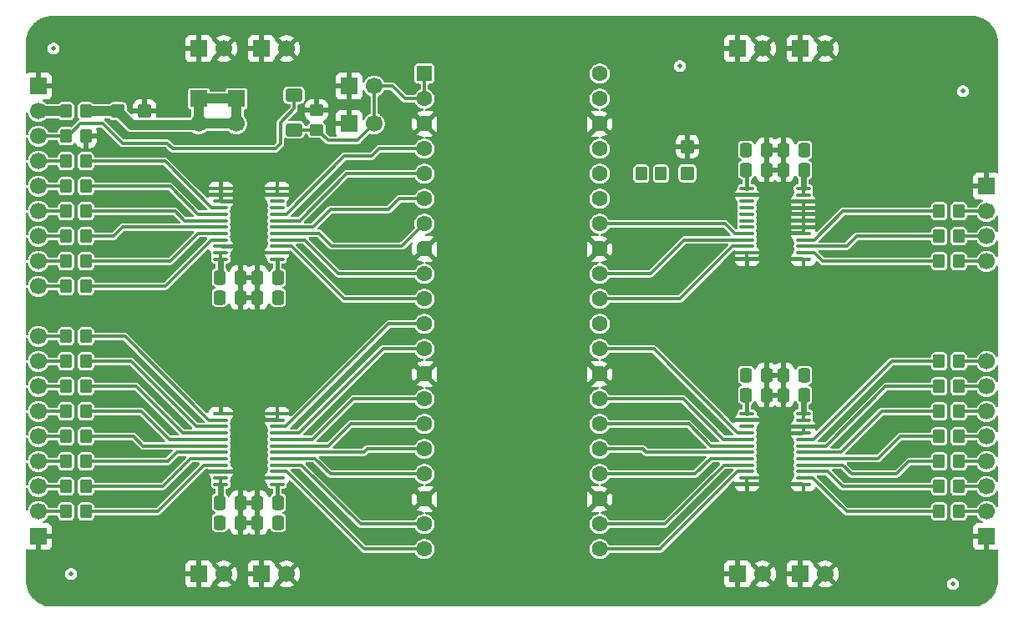
<source format=gbr>
%TF.GenerationSoftware,KiCad,Pcbnew,9.0.6*%
%TF.CreationDate,2026-01-19T19:45:04-05:00*%
%TF.ProjectId,ClearLogicAnalyzer,436c6561-724c-46f6-9769-63416e616c79,1*%
%TF.SameCoordinates,Original*%
%TF.FileFunction,Copper,L1,Top*%
%TF.FilePolarity,Positive*%
%FSLAX46Y46*%
G04 Gerber Fmt 4.6, Leading zero omitted, Abs format (unit mm)*
G04 Created by KiCad (PCBNEW 9.0.6) date 2026-01-19 19:45:04*
%MOMM*%
%LPD*%
G01*
G04 APERTURE LIST*
G04 Aperture macros list*
%AMRoundRect*
0 Rectangle with rounded corners*
0 $1 Rounding radius*
0 $2 $3 $4 $5 $6 $7 $8 $9 X,Y pos of 4 corners*
0 Add a 4 corners polygon primitive as box body*
4,1,4,$2,$3,$4,$5,$6,$7,$8,$9,$2,$3,0*
0 Add four circle primitives for the rounded corners*
1,1,$1+$1,$2,$3*
1,1,$1+$1,$4,$5*
1,1,$1+$1,$6,$7*
1,1,$1+$1,$8,$9*
0 Add four rect primitives between the rounded corners*
20,1,$1+$1,$2,$3,$4,$5,0*
20,1,$1+$1,$4,$5,$6,$7,0*
20,1,$1+$1,$6,$7,$8,$9,0*
20,1,$1+$1,$8,$9,$2,$3,0*%
%AMFreePoly0*
4,1,37,0.603843,0.796157,0.639018,0.796157,0.711114,0.766294,0.766294,0.711114,0.796157,0.639018,0.796157,0.603843,0.800000,0.600000,0.800000,-0.600000,0.796157,-0.603843,0.796157,-0.639018,0.766294,-0.711114,0.711114,-0.766294,0.639018,-0.796157,0.603843,-0.796157,0.600000,-0.800000,0.000000,-0.800000,0.000000,-0.796148,-0.078414,-0.796148,-0.232228,-0.765552,-0.377117,-0.705537,
-0.507515,-0.618408,-0.618408,-0.507515,-0.705537,-0.377117,-0.765552,-0.232228,-0.796148,-0.078414,-0.796148,0.078414,-0.765552,0.232228,-0.705537,0.377117,-0.618408,0.507515,-0.507515,0.618408,-0.377117,0.705537,-0.232228,0.765552,-0.078414,0.796148,0.000000,0.796148,0.000000,0.800000,0.600000,0.800000,0.603843,0.796157,0.603843,0.796157,$1*%
%AMFreePoly1*
4,1,37,0.000000,0.796148,0.078414,0.796148,0.232228,0.765552,0.377117,0.705537,0.507515,0.618408,0.618408,0.507515,0.705537,0.377117,0.765552,0.232228,0.796148,0.078414,0.796148,-0.078414,0.765552,-0.232228,0.705537,-0.377117,0.618408,-0.507515,0.507515,-0.618408,0.377117,-0.705537,0.232228,-0.765552,0.078414,-0.796148,0.000000,-0.796148,0.000000,-0.800000,-0.600000,-0.800000,
-0.603843,-0.796157,-0.639018,-0.796157,-0.711114,-0.766294,-0.766294,-0.711114,-0.796157,-0.639018,-0.796157,-0.603843,-0.800000,-0.600000,-0.800000,0.600000,-0.796157,0.603843,-0.796157,0.639018,-0.766294,0.711114,-0.711114,0.766294,-0.639018,0.796157,-0.603843,0.796157,-0.600000,0.800000,0.000000,0.800000,0.000000,0.796148,0.000000,0.796148,$1*%
G04 Aperture macros list end*
%TA.AperFunction,ComponentPad*%
%ADD10R,1.700000X1.700000*%
%TD*%
%TA.AperFunction,ComponentPad*%
%ADD11C,1.700000*%
%TD*%
%TA.AperFunction,SMDPad,CuDef*%
%ADD12RoundRect,0.250000X-0.350000X-0.450000X0.350000X-0.450000X0.350000X0.450000X-0.350000X0.450000X0*%
%TD*%
%TA.AperFunction,SMDPad,CuDef*%
%ADD13RoundRect,0.250000X-0.337500X-0.475000X0.337500X-0.475000X0.337500X0.475000X-0.337500X0.475000X0*%
%TD*%
%TA.AperFunction,SMDPad,CuDef*%
%ADD14RoundRect,0.100000X0.637500X0.100000X-0.637500X0.100000X-0.637500X-0.100000X0.637500X-0.100000X0*%
%TD*%
%TA.AperFunction,SMDPad,CuDef*%
%ADD15RoundRect,0.250000X0.350000X0.450000X-0.350000X0.450000X-0.350000X-0.450000X0.350000X-0.450000X0*%
%TD*%
%TA.AperFunction,ComponentPad*%
%ADD16RoundRect,0.200000X-0.600000X-0.600000X0.600000X-0.600000X0.600000X0.600000X-0.600000X0.600000X0*%
%TD*%
%TA.AperFunction,ComponentPad*%
%ADD17C,1.600000*%
%TD*%
%TA.AperFunction,ComponentPad*%
%ADD18FreePoly0,0.000000*%
%TD*%
%TA.AperFunction,ComponentPad*%
%ADD19FreePoly1,0.000000*%
%TD*%
%TA.AperFunction,SMDPad,CuDef*%
%ADD20RoundRect,0.100000X-0.637500X-0.100000X0.637500X-0.100000X0.637500X0.100000X-0.637500X0.100000X0*%
%TD*%
%TA.AperFunction,SMDPad,CuDef*%
%ADD21RoundRect,0.250000X-0.457500X-0.445000X0.457500X-0.445000X0.457500X0.445000X-0.457500X0.445000X0*%
%TD*%
%TA.AperFunction,ComponentPad*%
%ADD22C,0.800000*%
%TD*%
%TA.AperFunction,ComponentPad*%
%ADD23C,6.400000*%
%TD*%
%TA.AperFunction,SMDPad,CuDef*%
%ADD24RoundRect,0.250000X-0.450000X0.350000X-0.450000X-0.350000X0.450000X-0.350000X0.450000X0.350000X0*%
%TD*%
%TA.AperFunction,SMDPad,CuDef*%
%ADD25C,0.500000*%
%TD*%
%TA.AperFunction,SMDPad,CuDef*%
%ADD26RoundRect,0.250000X0.445000X-0.457500X0.445000X0.457500X-0.445000X0.457500X-0.445000X-0.457500X0*%
%TD*%
%TA.AperFunction,SMDPad,CuDef*%
%ADD27RoundRect,0.250000X0.337500X0.475000X-0.337500X0.475000X-0.337500X-0.475000X0.337500X-0.475000X0*%
%TD*%
%TA.AperFunction,SMDPad,CuDef*%
%ADD28RoundRect,0.250000X-0.600000X0.400000X-0.600000X-0.400000X0.600000X-0.400000X0.600000X0.400000X0*%
%TD*%
%TA.AperFunction,ViaPad*%
%ADD29C,0.450000*%
%TD*%
%TA.AperFunction,ViaPad*%
%ADD30C,0.800000*%
%TD*%
%TA.AperFunction,Conductor*%
%ADD31C,0.300000*%
%TD*%
%TA.AperFunction,Conductor*%
%ADD32C,0.400000*%
%TD*%
%TA.AperFunction,Conductor*%
%ADD33C,1.000000*%
%TD*%
%TA.AperFunction,Conductor*%
%ADD34C,0.600000*%
%TD*%
G04 APERTURE END LIST*
D10*
%TO.P,J1,1,Pin_1*%
%TO.N,GND*%
X80264000Y-67310000D03*
D11*
%TO.P,J1,2,Pin_2*%
%TO.N,Net-(J1-Pin_2)*%
X80264000Y-69850000D03*
%TO.P,J1,3,Pin_3*%
%TO.N,/XTRG*%
X80264000Y-72390000D03*
%TO.P,J1,4,Pin_4*%
%TO.N,Net-(J1-Pin_4)*%
X80264000Y-74930000D03*
%TO.P,J1,5,Pin_5*%
%TO.N,Net-(J1-Pin_5)*%
X80264000Y-77470000D03*
%TO.P,J1,6,Pin_6*%
%TO.N,Net-(J1-Pin_6)*%
X80264000Y-80010000D03*
%TO.P,J1,7,Pin_7*%
%TO.N,Net-(J1-Pin_7)*%
X80264000Y-82550000D03*
%TO.P,J1,8,Pin_8*%
%TO.N,Net-(J1-Pin_8)*%
X80264000Y-85090000D03*
%TO.P,J1,9,Pin_9*%
%TO.N,Net-(J1-Pin_9)*%
X80264000Y-87630000D03*
%TD*%
D12*
%TO.P,R10,1*%
%TO.N,Net-(J2-Pin_3)*%
X83074000Y-107950000D03*
%TO.P,R10,2*%
%TO.N,Net-(U2-B2)*%
X85074000Y-107950000D03*
%TD*%
%TO.P,R11,1*%
%TO.N,Net-(J2-Pin_4)*%
X83074000Y-105410000D03*
%TO.P,R11,2*%
%TO.N,Net-(U2-B3)*%
X85074000Y-105410000D03*
%TD*%
D13*
%TO.P,C3,1*%
%TO.N,GND*%
X102467500Y-111633000D03*
%TO.P,C3,2*%
%TO.N,+3.3V*%
X104542500Y-111633000D03*
%TD*%
D12*
%TO.P,R2,1*%
%TO.N,Net-(J1-Pin_8)*%
X83074000Y-85090000D03*
%TO.P,R2,2*%
%TO.N,Net-(U1-B2)*%
X85074000Y-85090000D03*
%TD*%
%TO.P,R24,1*%
%TO.N,Net-(U4-B6)*%
X171567600Y-80010000D03*
%TO.P,R24,2*%
%TO.N,Net-(J3-Pin_2)*%
X173567600Y-80010000D03*
%TD*%
%TO.P,R9,1*%
%TO.N,Net-(J2-Pin_2)*%
X83074000Y-110490000D03*
%TO.P,R9,2*%
%TO.N,Net-(U2-B1)*%
X85074000Y-110490000D03*
%TD*%
D14*
%TO.P,U1,1,VCCA*%
%TO.N,+3.3V*%
X104462500Y-84855000D03*
%TO.P,U1,2,DIR*%
%TO.N,GND*%
X104462500Y-84205000D03*
%TO.P,U1,3,A1*%
%TO.N,/IO7*%
X104462500Y-83555000D03*
%TO.P,U1,4,A2*%
%TO.N,/IO6*%
X104462500Y-82905000D03*
%TO.P,U1,5,A3*%
%TO.N,/IO5*%
X104462500Y-82255000D03*
%TO.P,U1,6,A4*%
%TO.N,/IO4*%
X104462500Y-81605000D03*
%TO.P,U1,7,A5*%
%TO.N,/IO3*%
X104462500Y-80955000D03*
%TO.P,U1,8,A6*%
%TO.N,/IO2*%
X104462500Y-80305000D03*
%TO.P,U1,9,A7*%
%TO.N,unconnected-(U1-A7-Pad9)*%
X104462500Y-79655000D03*
%TO.P,U1,10,A8*%
%TO.N,unconnected-(U1-A8-Pad10)*%
X104462500Y-79005000D03*
%TO.P,U1,11,GND*%
%TO.N,GND*%
X104462500Y-78355000D03*
%TO.P,U1,12,GND*%
X104462500Y-77705000D03*
%TO.P,U1,13,GND*%
X98737500Y-77705000D03*
%TO.P,U1,14,B8*%
X98737500Y-78355000D03*
%TO.P,U1,15,B7*%
X98737500Y-79005000D03*
%TO.P,U1,16,B6*%
%TO.N,Net-(U1-B6)*%
X98737500Y-79655000D03*
%TO.P,U1,17,B5*%
%TO.N,Net-(U1-B5)*%
X98737500Y-80305000D03*
%TO.P,U1,18,B4*%
%TO.N,Net-(U1-B4)*%
X98737500Y-80955000D03*
%TO.P,U1,19,B3*%
%TO.N,Net-(U1-B3)*%
X98737500Y-81605000D03*
%TO.P,U1,20,B2*%
%TO.N,Net-(U1-B2)*%
X98737500Y-82255000D03*
%TO.P,U1,21,B1*%
%TO.N,Net-(U1-B1)*%
X98737500Y-82905000D03*
%TO.P,U1,22,~{OE}*%
%TO.N,GND*%
X98737500Y-83555000D03*
%TO.P,U1,23,VCCB*%
%TO.N,VCOM*%
X98737500Y-84205000D03*
%TO.P,U1,24,VCCB*%
X98737500Y-84855000D03*
%TD*%
D10*
%TO.P,J7,1,Pin_1*%
%TO.N,GND*%
X157480000Y-63500000D03*
D11*
%TO.P,J7,2,Pin_2*%
X160020000Y-63500000D03*
%TD*%
D10*
%TO.P,J4,1,Pin_1*%
%TO.N,GND*%
X176377600Y-113030000D03*
D11*
%TO.P,J4,2,Pin_2*%
%TO.N,Net-(J4-Pin_2)*%
X176377600Y-110490000D03*
%TO.P,J4,3,Pin_3*%
%TO.N,Net-(J4-Pin_3)*%
X176377600Y-107950001D03*
%TO.P,J4,4,Pin_4*%
%TO.N,Net-(J4-Pin_4)*%
X176377600Y-105410000D03*
%TO.P,J4,5,Pin_5*%
%TO.N,Net-(J4-Pin_5)*%
X176377600Y-102870000D03*
%TO.P,J4,6,Pin_6*%
%TO.N,Net-(J4-Pin_6)*%
X176377600Y-100330000D03*
%TO.P,J4,7,Pin_7*%
%TO.N,Net-(J4-Pin_7)*%
X176377600Y-97790000D03*
%TO.P,J4,8,Pin_8*%
%TO.N,Net-(J4-Pin_8)*%
X176377600Y-95249999D03*
%TD*%
D10*
%TO.P,J16,1,Pin_1*%
%TO.N,GND*%
X151130000Y-116840000D03*
D11*
%TO.P,J16,2,Pin_2*%
X153670000Y-116840000D03*
%TD*%
D10*
%TO.P,J9,1,Pin_1*%
%TO.N,GND*%
X151130000Y-63500000D03*
D11*
%TO.P,J9,2,Pin_2*%
X153670000Y-63500000D03*
%TD*%
D12*
%TO.P,R25,1*%
%TO.N,Net-(U4-B7)*%
X171567600Y-82550000D03*
%TO.P,R25,2*%
%TO.N,Net-(J3-Pin_3)*%
X173567600Y-82550000D03*
%TD*%
D10*
%TO.P,J2,1,Pin_1*%
%TO.N,GND*%
X80264000Y-113030000D03*
D11*
%TO.P,J2,2,Pin_2*%
%TO.N,Net-(J2-Pin_2)*%
X80264000Y-110490000D03*
%TO.P,J2,3,Pin_3*%
%TO.N,Net-(J2-Pin_3)*%
X80264000Y-107950001D03*
%TO.P,J2,4,Pin_4*%
%TO.N,Net-(J2-Pin_4)*%
X80264000Y-105410000D03*
%TO.P,J2,5,Pin_5*%
%TO.N,Net-(J2-Pin_5)*%
X80264000Y-102870000D03*
%TO.P,J2,6,Pin_6*%
%TO.N,Net-(J2-Pin_6)*%
X80264000Y-100330000D03*
%TO.P,J2,7,Pin_7*%
%TO.N,Net-(J2-Pin_7)*%
X80264000Y-97790000D03*
%TO.P,J2,8,Pin_8*%
%TO.N,Net-(J2-Pin_8)*%
X80264000Y-95249999D03*
%TO.P,J2,9,Pin_9*%
%TO.N,Net-(J2-Pin_9)*%
X80264000Y-92710000D03*
%TD*%
D12*
%TO.P,R14,1*%
%TO.N,Net-(J2-Pin_7)*%
X83074000Y-97790000D03*
%TO.P,R14,2*%
%TO.N,Net-(U2-B6)*%
X85074000Y-97790000D03*
%TD*%
D15*
%TO.P,R8,1*%
%TO.N,GND*%
X85074000Y-72390000D03*
%TO.P,R8,2*%
%TO.N,/XTRG*%
X83074000Y-72390000D03*
%TD*%
D12*
%TO.P,R19,1*%
%TO.N,Net-(U3-B4)*%
X171567600Y-100330000D03*
%TO.P,R19,2*%
%TO.N,Net-(J4-Pin_6)*%
X173567600Y-100330000D03*
%TD*%
D10*
%TO.P,J13,1,Pin_1*%
%TO.N,VCOM*%
X100330000Y-68580000D03*
D11*
%TO.P,J13,2,Pin_2*%
X100330000Y-71120000D03*
%TD*%
D16*
%TO.P,A1,1,GPIO0*%
%TO.N,/XCHN*%
X119380000Y-66040000D03*
D17*
%TO.P,A1,2,GPIO1*%
X119380000Y-68580000D03*
D18*
%TO.P,A1,3,GND*%
%TO.N,GND*%
X119380000Y-71120000D03*
D17*
%TO.P,A1,4,GPIO2*%
%TO.N,/IO2*%
X119380000Y-73660000D03*
%TO.P,A1,5,GPIO3*%
%TO.N,/IO3*%
X119380000Y-76200000D03*
%TO.P,A1,6,GPIO4*%
%TO.N,/IO4*%
X119380000Y-78740000D03*
%TO.P,A1,7,GPIO5*%
%TO.N,/IO5*%
X119380000Y-81280000D03*
D18*
%TO.P,A1,8,GND*%
%TO.N,GND*%
X119380000Y-83820000D03*
D17*
%TO.P,A1,9,GPIO6*%
%TO.N,/IO6*%
X119380000Y-86360000D03*
%TO.P,A1,10,GPIO7*%
%TO.N,/IO7*%
X119380000Y-88900000D03*
%TO.P,A1,11,GPIO8*%
%TO.N,/IO8*%
X119380000Y-91440000D03*
%TO.P,A1,12,GPIO9*%
%TO.N,/IO9*%
X119380000Y-93980000D03*
D18*
%TO.P,A1,13,GND*%
%TO.N,GND*%
X119380000Y-96520000D03*
D17*
%TO.P,A1,14,GPIO10*%
%TO.N,/IO10*%
X119380000Y-99060000D03*
%TO.P,A1,15,GPIO11*%
%TO.N,/IO11*%
X119380000Y-101600000D03*
%TO.P,A1,16,GPIO12*%
%TO.N,/IO12*%
X119380000Y-104140000D03*
%TO.P,A1,17,GPIO13*%
%TO.N,/IO13*%
X119380000Y-106680000D03*
D18*
%TO.P,A1,18,GND*%
%TO.N,GND*%
X119380000Y-109220000D03*
D17*
%TO.P,A1,19,GPIO14*%
%TO.N,/IO14*%
X119380000Y-111760000D03*
%TO.P,A1,20,GPIO15*%
%TO.N,/IO15*%
X119380000Y-114300000D03*
%TO.P,A1,21,GPIO16*%
%TO.N,/IO16*%
X137160000Y-114300000D03*
%TO.P,A1,22,GPIO17*%
%TO.N,/IO17*%
X137160000Y-111760000D03*
D19*
%TO.P,A1,23,GND*%
%TO.N,GND*%
X137160000Y-109220000D03*
D17*
%TO.P,A1,24,GPIO18*%
%TO.N,/IO18*%
X137160000Y-106680000D03*
%TO.P,A1,25,GPIO19*%
%TO.N,/IO19*%
X137160000Y-104140000D03*
%TO.P,A1,26,GPIO20*%
%TO.N,/IO20*%
X137160000Y-101600000D03*
%TO.P,A1,27,GPIO21*%
%TO.N,/IO21*%
X137160000Y-99060000D03*
D19*
%TO.P,A1,28,GND*%
%TO.N,GND*%
X137160000Y-96520000D03*
D17*
%TO.P,A1,29,GPIO22*%
%TO.N,/IO22*%
X137160000Y-93980000D03*
%TO.P,A1,30,RUN*%
%TO.N,unconnected-(A1-RUN-Pad30)*%
X137160000Y-91440000D03*
%TO.P,A1,31,GPIO26_ADC0*%
%TO.N,/IO26*%
X137160000Y-88900000D03*
%TO.P,A1,32,GPIO27_ADC1*%
%TO.N,/IO27*%
X137160000Y-86360000D03*
D19*
%TO.P,A1,33,AGND*%
%TO.N,GND*%
X137160000Y-83820000D03*
D17*
%TO.P,A1,34,GPIO28_ADC2*%
%TO.N,/IO28*%
X137160000Y-81280000D03*
%TO.P,A1,35,ADC_VREF*%
%TO.N,unconnected-(A1-ADC_VREF-Pad35)*%
X137160000Y-78740000D03*
%TO.P,A1,36,3V3*%
%TO.N,Net-(A1-3V3)*%
X137160000Y-76200000D03*
%TO.P,A1,37,3V3_EN*%
%TO.N,unconnected-(A1-3V3_EN-Pad37)*%
X137160000Y-73660000D03*
D19*
%TO.P,A1,38,GND*%
%TO.N,GND*%
X137160000Y-71120000D03*
D17*
%TO.P,A1,39,VSYS*%
%TO.N,unconnected-(A1-VSYS-Pad39)*%
X137160000Y-68580000D03*
%TO.P,A1,40,VBUS*%
%TO.N,unconnected-(A1-VBUS-Pad40)*%
X137160000Y-66040000D03*
%TD*%
D20*
%TO.P,U3,1,VCCA*%
%TO.N,+3.3V*%
X152077500Y-100565000D03*
%TO.P,U3,2,DIR*%
%TO.N,GND*%
X152077500Y-101215000D03*
%TO.P,U3,3,A1*%
%TO.N,unconnected-(U3-A1-Pad3)*%
X152077500Y-101865000D03*
%TO.P,U3,4,A2*%
%TO.N,/IO22*%
X152077500Y-102515000D03*
%TO.P,U3,5,A3*%
%TO.N,/IO21*%
X152077500Y-103165000D03*
%TO.P,U3,6,A4*%
%TO.N,/IO20*%
X152077500Y-103815000D03*
%TO.P,U3,7,A5*%
%TO.N,/IO19*%
X152077500Y-104465000D03*
%TO.P,U3,8,A6*%
%TO.N,/IO18*%
X152077500Y-105115000D03*
%TO.P,U3,9,A7*%
%TO.N,/IO17*%
X152077500Y-105765000D03*
%TO.P,U3,10,A8*%
%TO.N,/IO16*%
X152077500Y-106415000D03*
%TO.P,U3,11,GND*%
%TO.N,GND*%
X152077500Y-107065000D03*
%TO.P,U3,12,GND*%
X152077500Y-107715000D03*
%TO.P,U3,13,GND*%
X157802500Y-107715000D03*
%TO.P,U3,14,B8*%
%TO.N,Net-(U3-B8)*%
X157802500Y-107065000D03*
%TO.P,U3,15,B7*%
%TO.N,Net-(U3-B7)*%
X157802500Y-106415000D03*
%TO.P,U3,16,B6*%
%TO.N,Net-(U3-B6)*%
X157802500Y-105765000D03*
%TO.P,U3,17,B5*%
%TO.N,Net-(U3-B5)*%
X157802500Y-105115000D03*
%TO.P,U3,18,B4*%
%TO.N,Net-(U3-B4)*%
X157802500Y-104465000D03*
%TO.P,U3,19,B3*%
%TO.N,Net-(U3-B3)*%
X157802500Y-103815000D03*
%TO.P,U3,20,B2*%
%TO.N,Net-(U3-B2)*%
X157802500Y-103165000D03*
%TO.P,U3,21,B1*%
%TO.N,GND*%
X157802500Y-102515000D03*
%TO.P,U3,22,~{OE}*%
X157802500Y-101865000D03*
%TO.P,U3,23,VCCB*%
%TO.N,VCOM*%
X157802500Y-101215000D03*
%TO.P,U3,24,VCCB*%
X157802500Y-100565000D03*
%TD*%
D10*
%TO.P,J8,1,Pin_1*%
%TO.N,GND*%
X157480000Y-116840000D03*
D11*
%TO.P,J8,2,Pin_2*%
X160020000Y-116840000D03*
%TD*%
D10*
%TO.P,J3,1,Pin_1*%
%TO.N,GND*%
X176377600Y-77470000D03*
D11*
%TO.P,J3,2,Pin_2*%
%TO.N,Net-(J3-Pin_2)*%
X176377600Y-80010000D03*
%TO.P,J3,3,Pin_3*%
%TO.N,Net-(J3-Pin_3)*%
X176377600Y-82550000D03*
%TO.P,J3,4,Pin_4*%
%TO.N,Net-(J3-Pin_4)*%
X176377600Y-85090000D03*
%TD*%
D12*
%TO.P,R16,1*%
%TO.N,Net-(J2-Pin_9)*%
X83074000Y-92710000D03*
%TO.P,R16,2*%
%TO.N,Net-(U2-B8)*%
X85074000Y-92710000D03*
%TD*%
D21*
%TO.P,C12,1*%
%TO.N,VCOM*%
X88309500Y-69850000D03*
%TO.P,C12,2*%
%TO.N,GND*%
X91014500Y-69850000D03*
%TD*%
D22*
%TO.P,H4,1,1*%
%TO.N,GND*%
X165240000Y-116840000D03*
X165942944Y-115142944D03*
X165942944Y-118537056D03*
X167640000Y-114440000D03*
D23*
X167640000Y-116840000D03*
D22*
X167640000Y-119240000D03*
X169337056Y-115142944D03*
X169337056Y-118537056D03*
X170040000Y-116840000D03*
%TD*%
D20*
%TO.P,U4,1,VCCA*%
%TO.N,+3.3V*%
X152077500Y-77705000D03*
%TO.P,U4,2,DIR*%
%TO.N,GND*%
X152077500Y-78355000D03*
%TO.P,U4,3,A1*%
%TO.N,unconnected-(U4-A1-Pad3)*%
X152077500Y-79005000D03*
%TO.P,U4,4,A2*%
%TO.N,unconnected-(U4-A2-Pad4)*%
X152077500Y-79655000D03*
%TO.P,U4,5,A3*%
%TO.N,unconnected-(U4-A3-Pad5)*%
X152077500Y-80305000D03*
%TO.P,U4,6,A4*%
%TO.N,unconnected-(U4-A4-Pad6)*%
X152077500Y-80955000D03*
%TO.P,U4,7,A5*%
%TO.N,unconnected-(U4-A5-Pad7)*%
X152077500Y-81605000D03*
%TO.P,U4,8,A6*%
%TO.N,/IO28*%
X152077500Y-82255000D03*
%TO.P,U4,9,A7*%
%TO.N,/IO27*%
X152077500Y-82905000D03*
%TO.P,U4,10,A8*%
%TO.N,/IO26*%
X152077500Y-83555000D03*
%TO.P,U4,11,GND*%
%TO.N,GND*%
X152077500Y-84205000D03*
%TO.P,U4,12,GND*%
X152077500Y-84855000D03*
%TO.P,U4,13,GND*%
X157802500Y-84855000D03*
%TO.P,U4,14,B8*%
%TO.N,Net-(U4-B8)*%
X157802500Y-84205000D03*
%TO.P,U4,15,B7*%
%TO.N,Net-(U4-B7)*%
X157802500Y-83555000D03*
%TO.P,U4,16,B6*%
%TO.N,Net-(U4-B6)*%
X157802500Y-82905000D03*
%TO.P,U4,17,B5*%
%TO.N,GND*%
X157802500Y-82255000D03*
%TO.P,U4,18,B4*%
X157802500Y-81605000D03*
%TO.P,U4,19,B3*%
X157802500Y-80955000D03*
%TO.P,U4,20,B2*%
X157802500Y-80305000D03*
%TO.P,U4,21,B1*%
X157802500Y-79655000D03*
%TO.P,U4,22,~{OE}*%
X157802500Y-79005000D03*
%TO.P,U4,23,VCCB*%
%TO.N,VCOM*%
X157802500Y-78355000D03*
%TO.P,U4,24,VCCB*%
X157802500Y-77705000D03*
%TD*%
D24*
%TO.P,R7,1*%
%TO.N,GND*%
X108458000Y-69739000D03*
%TO.P,R7,2*%
%TO.N,/XCHN*%
X108458000Y-71739000D03*
%TD*%
D12*
%TO.P,R26,1*%
%TO.N,Net-(U4-B8)*%
X171567600Y-85090000D03*
%TO.P,R26,2*%
%TO.N,Net-(J3-Pin_4)*%
X173567600Y-85090000D03*
%TD*%
D13*
%TO.P,C2,1*%
%TO.N,GND*%
X102467500Y-109601000D03*
%TO.P,C2,2*%
%TO.N,+3.3V*%
X104542500Y-109601000D03*
%TD*%
D25*
%TO.P,FID2,*%
%TO.N,*%
X145288000Y-65278000D03*
%TD*%
D12*
%TO.P,R5,1*%
%TO.N,Net-(J1-Pin_5)*%
X83074000Y-77470000D03*
%TO.P,R5,2*%
%TO.N,Net-(U1-B5)*%
X85074000Y-77470000D03*
%TD*%
D10*
%TO.P,J10,1,Pin_1*%
%TO.N,GND*%
X111760000Y-67310000D03*
D11*
%TO.P,J10,2,Pin_2*%
%TO.N,/XCHN*%
X114300000Y-67310000D03*
%TD*%
D25*
%TO.P,FID3,*%
%TO.N,*%
X173990000Y-67818000D03*
%TD*%
D12*
%TO.P,R18,1*%
%TO.N,Net-(U3-B3)*%
X171567600Y-97790000D03*
%TO.P,R18,2*%
%TO.N,Net-(J4-Pin_7)*%
X173567600Y-97790000D03*
%TD*%
D10*
%TO.P,J15,1,Pin_1*%
%TO.N,GND*%
X102870000Y-116840000D03*
D11*
%TO.P,J15,2,Pin_2*%
X105410000Y-116840000D03*
%TD*%
D12*
%TO.P,R23,1*%
%TO.N,Net-(U3-B8)*%
X171567600Y-110490000D03*
%TO.P,R23,2*%
%TO.N,Net-(J4-Pin_2)*%
X173567600Y-110490000D03*
%TD*%
D15*
%TO.P,FB1,1*%
%TO.N,+3.3V*%
X143367000Y-76200000D03*
%TO.P,FB1,2*%
%TO.N,Net-(A1-3V3)*%
X141367000Y-76200000D03*
%TD*%
%TO.P,FB2,1*%
%TO.N,VCOM*%
X85074000Y-69850000D03*
%TO.P,FB2,2*%
%TO.N,Net-(J1-Pin_2)*%
X83074000Y-69850000D03*
%TD*%
D26*
%TO.P,C1,1*%
%TO.N,+3.3V*%
X146050000Y-76155500D03*
%TO.P,C1,2*%
%TO.N,GND*%
X146050000Y-73450500D03*
%TD*%
D12*
%TO.P,R22,1*%
%TO.N,Net-(U3-B7)*%
X171567600Y-107950000D03*
%TO.P,R22,2*%
%TO.N,Net-(J4-Pin_3)*%
X173567600Y-107950000D03*
%TD*%
%TO.P,R4,1*%
%TO.N,Net-(J1-Pin_6)*%
X83074000Y-80010000D03*
%TO.P,R4,2*%
%TO.N,Net-(U1-B4)*%
X85074000Y-80010000D03*
%TD*%
D13*
%TO.P,C15,1*%
%TO.N,GND*%
X155807500Y-96647000D03*
%TO.P,C15,2*%
%TO.N,VCOM*%
X157882500Y-96647000D03*
%TD*%
%TO.P,C5,1*%
%TO.N,GND*%
X155807500Y-75819000D03*
%TO.P,C5,2*%
%TO.N,VCOM*%
X157882500Y-75819000D03*
%TD*%
D27*
%TO.P,C4,1*%
%TO.N,GND*%
X100732500Y-111633000D03*
%TO.P,C4,2*%
%TO.N,VCOM*%
X98657500Y-111633000D03*
%TD*%
%TO.P,C7,1*%
%TO.N,GND*%
X100732500Y-86741000D03*
%TO.P,C7,2*%
%TO.N,VCOM*%
X98657500Y-86741000D03*
%TD*%
D13*
%TO.P,C11,1*%
%TO.N,GND*%
X155807500Y-73787000D03*
%TO.P,C11,2*%
%TO.N,VCOM*%
X157882500Y-73787000D03*
%TD*%
D14*
%TO.P,U2,1,VCCA*%
%TO.N,+3.3V*%
X104462500Y-107715000D03*
%TO.P,U2,2,DIR*%
%TO.N,GND*%
X104462500Y-107065000D03*
%TO.P,U2,3,A1*%
%TO.N,/IO15*%
X104462500Y-106415000D03*
%TO.P,U2,4,A2*%
%TO.N,/IO14*%
X104462500Y-105765000D03*
%TO.P,U2,5,A3*%
%TO.N,/IO13*%
X104462500Y-105115000D03*
%TO.P,U2,6,A4*%
%TO.N,/IO12*%
X104462500Y-104465000D03*
%TO.P,U2,7,A5*%
%TO.N,/IO11*%
X104462500Y-103815000D03*
%TO.P,U2,8,A6*%
%TO.N,/IO10*%
X104462500Y-103165000D03*
%TO.P,U2,9,A7*%
%TO.N,/IO9*%
X104462500Y-102515000D03*
%TO.P,U2,10,A8*%
%TO.N,/IO8*%
X104462500Y-101865000D03*
%TO.P,U2,11,GND*%
%TO.N,GND*%
X104462500Y-101215000D03*
%TO.P,U2,12,GND*%
X104462500Y-100565000D03*
%TO.P,U2,13,GND*%
X98737500Y-100565000D03*
%TO.P,U2,14,B8*%
%TO.N,Net-(U2-B8)*%
X98737500Y-101215000D03*
%TO.P,U2,15,B7*%
%TO.N,Net-(U2-B7)*%
X98737500Y-101865000D03*
%TO.P,U2,16,B6*%
%TO.N,Net-(U2-B6)*%
X98737500Y-102515000D03*
%TO.P,U2,17,B5*%
%TO.N,Net-(U2-B5)*%
X98737500Y-103165000D03*
%TO.P,U2,18,B4*%
%TO.N,Net-(U2-B4)*%
X98737500Y-103815000D03*
%TO.P,U2,19,B3*%
%TO.N,Net-(U2-B3)*%
X98737500Y-104465000D03*
%TO.P,U2,20,B2*%
%TO.N,Net-(U2-B2)*%
X98737500Y-105115000D03*
%TO.P,U2,21,B1*%
%TO.N,Net-(U2-B1)*%
X98737500Y-105765000D03*
%TO.P,U2,22,~{OE}*%
%TO.N,GND*%
X98737500Y-106415000D03*
%TO.P,U2,23,VCCB*%
%TO.N,VCOM*%
X98737500Y-107065000D03*
%TO.P,U2,24,VCCB*%
X98737500Y-107715000D03*
%TD*%
D27*
%TO.P,C10,1*%
%TO.N,GND*%
X100732500Y-109601000D03*
%TO.P,C10,2*%
%TO.N,VCOM*%
X98657500Y-109601000D03*
%TD*%
D10*
%TO.P,J6,1,Pin_1*%
%TO.N,GND*%
X96520000Y-116840000D03*
D11*
%TO.P,J6,2,Pin_2*%
X99060000Y-116840000D03*
%TD*%
D25*
%TO.P,FID4,*%
%TO.N,*%
X83566000Y-116840000D03*
%TD*%
D28*
%TO.P,D1,1,K*%
%TO.N,/XTRG*%
X106172000Y-68227000D03*
%TO.P,D1,2,A*%
%TO.N,/XCHN*%
X106172000Y-71727000D03*
%TD*%
D12*
%TO.P,R13,1*%
%TO.N,Net-(J2-Pin_6)*%
X83074000Y-100330000D03*
%TO.P,R13,2*%
%TO.N,Net-(U2-B5)*%
X85074000Y-100330000D03*
%TD*%
D27*
%TO.P,C8,1*%
%TO.N,GND*%
X154072500Y-98679000D03*
%TO.P,C8,2*%
%TO.N,+3.3V*%
X151997500Y-98679000D03*
%TD*%
%TO.P,C6,1*%
%TO.N,GND*%
X100732500Y-88773000D03*
%TO.P,C6,2*%
%TO.N,VCOM*%
X98657500Y-88773000D03*
%TD*%
D12*
%TO.P,R15,1*%
%TO.N,Net-(J2-Pin_8)*%
X83074000Y-95250000D03*
%TO.P,R15,2*%
%TO.N,Net-(U2-B7)*%
X85074000Y-95250000D03*
%TD*%
D25*
%TO.P,FID5,*%
%TO.N,*%
X172974000Y-117856000D03*
%TD*%
D13*
%TO.P,C14,1*%
%TO.N,GND*%
X102467500Y-88773000D03*
%TO.P,C14,2*%
%TO.N,+3.3V*%
X104542500Y-88773000D03*
%TD*%
D10*
%TO.P,J5,1,Pin_1*%
%TO.N,GND*%
X96520000Y-63500000D03*
D11*
%TO.P,J5,2,Pin_2*%
X99060000Y-63500000D03*
%TD*%
D12*
%TO.P,R21,1*%
%TO.N,Net-(U3-B6)*%
X171567600Y-105410000D03*
%TO.P,R21,2*%
%TO.N,Net-(J4-Pin_4)*%
X173567600Y-105410000D03*
%TD*%
%TO.P,R12,1*%
%TO.N,Net-(J2-Pin_5)*%
X83074000Y-102870000D03*
%TO.P,R12,2*%
%TO.N,Net-(U2-B4)*%
X85074000Y-102870000D03*
%TD*%
%TO.P,R1,1*%
%TO.N,Net-(J1-Pin_9)*%
X83074000Y-87630000D03*
%TO.P,R1,2*%
%TO.N,Net-(U1-B1)*%
X85074000Y-87630000D03*
%TD*%
%TO.P,R17,1*%
%TO.N,Net-(U3-B2)*%
X171567600Y-95250000D03*
%TO.P,R17,2*%
%TO.N,Net-(J4-Pin_8)*%
X173567600Y-95250000D03*
%TD*%
D10*
%TO.P,J14,1,Pin_1*%
%TO.N,GND*%
X102870000Y-63500000D03*
D11*
%TO.P,J14,2,Pin_2*%
X105410000Y-63500000D03*
%TD*%
D12*
%TO.P,R3,1*%
%TO.N,Net-(J1-Pin_7)*%
X83074000Y-82550000D03*
%TO.P,R3,2*%
%TO.N,Net-(U1-B3)*%
X85074000Y-82550000D03*
%TD*%
D22*
%TO.P,H3,1,1*%
%TO.N,GND*%
X86500000Y-116840000D03*
X87202944Y-115142944D03*
X87202944Y-118537056D03*
X88900000Y-114440000D03*
D23*
X88900000Y-116840000D03*
D22*
X88900000Y-119240000D03*
X90597056Y-115142944D03*
X90597056Y-118537056D03*
X91300000Y-116840000D03*
%TD*%
D10*
%TO.P,J12,1,Pin_1*%
%TO.N,VCOM*%
X96520000Y-68580000D03*
D11*
%TO.P,J12,2,Pin_2*%
X96520000Y-71120000D03*
%TD*%
D27*
%TO.P,C18,1*%
%TO.N,GND*%
X154072500Y-73787000D03*
%TO.P,C18,2*%
%TO.N,+3.3V*%
X151997500Y-73787000D03*
%TD*%
D13*
%TO.P,C16,1*%
%TO.N,GND*%
X155807500Y-98679000D03*
%TO.P,C16,2*%
%TO.N,VCOM*%
X157882500Y-98679000D03*
%TD*%
D25*
%TO.P,FID1,*%
%TO.N,*%
X81788000Y-63500000D03*
%TD*%
D12*
%TO.P,R6,1*%
%TO.N,Net-(J1-Pin_4)*%
X83074000Y-74930000D03*
%TO.P,R6,2*%
%TO.N,Net-(U1-B6)*%
X85074000Y-74930000D03*
%TD*%
D13*
%TO.P,C13,1*%
%TO.N,GND*%
X102467500Y-86741000D03*
%TO.P,C13,2*%
%TO.N,+3.3V*%
X104542500Y-86741000D03*
%TD*%
D27*
%TO.P,C17,1*%
%TO.N,GND*%
X154072500Y-75819000D03*
%TO.P,C17,2*%
%TO.N,+3.3V*%
X151997500Y-75819000D03*
%TD*%
D22*
%TO.P,H1,1,1*%
%TO.N,GND*%
X86500000Y-63500000D03*
X87202944Y-61802944D03*
X87202944Y-65197056D03*
X88900000Y-61100000D03*
D23*
X88900000Y-63500000D03*
D22*
X88900000Y-65900000D03*
X90597056Y-61802944D03*
X90597056Y-65197056D03*
X91300000Y-63500000D03*
%TD*%
D10*
%TO.P,J11,1,Pin_1*%
%TO.N,GND*%
X111760000Y-71120000D03*
D11*
%TO.P,J11,2,Pin_2*%
%TO.N,/XCHN*%
X114300000Y-71120000D03*
%TD*%
D27*
%TO.P,C9,1*%
%TO.N,GND*%
X154072500Y-96647000D03*
%TO.P,C9,2*%
%TO.N,+3.3V*%
X151997500Y-96647000D03*
%TD*%
D22*
%TO.P,H2,1,1*%
%TO.N,GND*%
X165240000Y-63500000D03*
X165942944Y-61802944D03*
X165942944Y-65197056D03*
X167640000Y-61100000D03*
D23*
X167640000Y-63500000D03*
D22*
X167640000Y-65900000D03*
X169337056Y-61802944D03*
X169337056Y-65197056D03*
X170040000Y-63500000D03*
%TD*%
D12*
%TO.P,R20,1*%
%TO.N,Net-(U3-B5)*%
X171567600Y-102870000D03*
%TO.P,R20,2*%
%TO.N,Net-(J4-Pin_5)*%
X173567600Y-102870000D03*
%TD*%
D29*
%TO.N,GND*%
X166243000Y-78892400D03*
X142875000Y-102743000D03*
X90170000Y-88544400D03*
X84074000Y-99060000D03*
X113665000Y-105537000D03*
X94869000Y-97409000D03*
X90525600Y-80772000D03*
X175209200Y-106680000D03*
X144373600Y-89916000D03*
X97282000Y-84709000D03*
X175209200Y-104140000D03*
X86360000Y-99060000D03*
X128778000Y-111252000D03*
X81432400Y-106680000D03*
X151790400Y-87934800D03*
X122783600Y-65074800D03*
X90728800Y-91541600D03*
X177292000Y-101600000D03*
X106070400Y-78105000D03*
X91821000Y-96418400D03*
D30*
X155807500Y-96647000D03*
D29*
X109220000Y-81534000D03*
X112776000Y-76962000D03*
X142443200Y-77724000D03*
X151942800Y-109067600D03*
X175209200Y-96520000D03*
X94615000Y-105156000D03*
X87630000Y-76200000D03*
X96774000Y-82931000D03*
X160147000Y-107315000D03*
X169672000Y-83820000D03*
X138633200Y-116179600D03*
X106273600Y-76250800D03*
D30*
X100732500Y-111633000D03*
D29*
X114300000Y-102743000D03*
X150114000Y-74371200D03*
X124714000Y-100330000D03*
X96520000Y-101142800D03*
X172567600Y-83820000D03*
X111302800Y-87477600D03*
X131673600Y-114503200D03*
X165709600Y-94894400D03*
X97942400Y-114147600D03*
X145415000Y-105156000D03*
X79349600Y-86360000D03*
X151231600Y-93218000D03*
X118211600Y-102870000D03*
X172567600Y-96520000D03*
X147777200Y-110845600D03*
X143052800Y-93014800D03*
X81686400Y-73660000D03*
X166319200Y-111607600D03*
X79349600Y-78740000D03*
X114681000Y-107569000D03*
X157784800Y-92710000D03*
X159766000Y-103124000D03*
X132232400Y-75590400D03*
X112522000Y-99822000D03*
D30*
X155807500Y-75819000D03*
D29*
X118211600Y-87630000D03*
X87122000Y-86360000D03*
X155092400Y-106019600D03*
X81686400Y-81280000D03*
X81432400Y-99060000D03*
X132384800Y-100685600D03*
X92506800Y-84378800D03*
X170281600Y-99060000D03*
X174142400Y-111963200D03*
X89611200Y-109220000D03*
X84328000Y-81280000D03*
X172516800Y-93878400D03*
D30*
X102467500Y-88773000D03*
D29*
X93929200Y-80873600D03*
X102870000Y-67310000D03*
X109855000Y-109855000D03*
X98755200Y-76606400D03*
X166878000Y-83820000D03*
X123748800Y-119126000D03*
X79349600Y-76200000D03*
X81432400Y-96520000D03*
X156210000Y-108585000D03*
X92456000Y-103124000D03*
X150114000Y-102489000D03*
X84074000Y-106680000D03*
X138328400Y-105410000D03*
X132486400Y-104444800D03*
X86258400Y-109270800D03*
X106426000Y-106426000D03*
X165608000Y-105867200D03*
X143256000Y-100279200D03*
X94234000Y-98856800D03*
X84074000Y-109220000D03*
X105968800Y-99669600D03*
X101346000Y-106984800D03*
X81432400Y-104140000D03*
X95250000Y-101727000D03*
X94742000Y-109220000D03*
D30*
X102467500Y-111633000D03*
D29*
X96418400Y-112268000D03*
X166878000Y-109321600D03*
X105460800Y-73202800D03*
X163322000Y-101600000D03*
X115468400Y-72593200D03*
X88646000Y-83718400D03*
X172567600Y-109220000D03*
X159258000Y-108966000D03*
D30*
X102467500Y-109601000D03*
D29*
X106883200Y-83566000D03*
X172567600Y-104140000D03*
X170230800Y-93878400D03*
X79248000Y-104140000D03*
X89916000Y-111379000D03*
X87376000Y-81280000D03*
X109220000Y-103124000D03*
X108407200Y-110591600D03*
X150114000Y-77851000D03*
X172567600Y-106680000D03*
X81432400Y-93980000D03*
X94361000Y-77216000D03*
X155244800Y-83515200D03*
D30*
X146050000Y-73450500D03*
D29*
X128219200Y-83566000D03*
X79248000Y-99060000D03*
X170281600Y-78740000D03*
X106172000Y-84683600D03*
X106426000Y-80264000D03*
X170281600Y-109220000D03*
X132842000Y-65176400D03*
X118211600Y-105410000D03*
X109601000Y-98552000D03*
X132334000Y-108254800D03*
X86614000Y-68681600D03*
X138328400Y-102870000D03*
X113385600Y-97942400D03*
X79349600Y-88950800D03*
D30*
X155807500Y-73787000D03*
D29*
X113334800Y-80568800D03*
X172567600Y-99060000D03*
X111379000Y-75311000D03*
X94640400Y-69900800D03*
X88392000Y-74066400D03*
X96926400Y-90525600D03*
X98755200Y-99415600D03*
X91744800Y-94183200D03*
X141833600Y-105359200D03*
X150266400Y-94742000D03*
X170180000Y-86360000D03*
X167640000Y-99009200D03*
X148082000Y-113080800D03*
X92837000Y-108712000D03*
X90830400Y-82346800D03*
X113842800Y-112826800D03*
X150622000Y-80645000D03*
X162306000Y-79121000D03*
X175158400Y-93878400D03*
X146812000Y-82092800D03*
X151790400Y-89712800D03*
X97332800Y-99771200D03*
X177292000Y-96520000D03*
X138328400Y-90170000D03*
X167843200Y-104292400D03*
X125476000Y-114554000D03*
X147574000Y-88265000D03*
X92583000Y-104521000D03*
X165506400Y-102768400D03*
X84328000Y-68681600D03*
X124510800Y-80416400D03*
X113284000Y-115214400D03*
X97790000Y-92710000D03*
X154432000Y-109982000D03*
D30*
X154072500Y-75819000D03*
D29*
X150317200Y-85090000D03*
X143306800Y-110794800D03*
X162763200Y-105765600D03*
D30*
X100732500Y-86741000D03*
D29*
X147370800Y-117297200D03*
X139293600Y-66294000D03*
X115570000Y-75488800D03*
X112979200Y-92760800D03*
X86207600Y-91440000D03*
X146304000Y-103759000D03*
X177292000Y-86410800D03*
D30*
X100732500Y-88773000D03*
D29*
X160172400Y-82753200D03*
X160324800Y-84328000D03*
X166624000Y-81229200D03*
X143154400Y-87680800D03*
X124917200Y-90779600D03*
X170281600Y-104140000D03*
X101346000Y-72288400D03*
D30*
X100732500Y-109601000D03*
D29*
X124764800Y-108407200D03*
X148717000Y-103124000D03*
X110286800Y-78790800D03*
X144907000Y-80264000D03*
X90271600Y-99415600D03*
D30*
X102467500Y-86741000D03*
D29*
X110896400Y-118567200D03*
X89560400Y-101650800D03*
X149758400Y-82194400D03*
X152806400Y-111963200D03*
X149504400Y-83616800D03*
X92506800Y-73964800D03*
X161163000Y-103759000D03*
X106222800Y-113131600D03*
X175209200Y-109220000D03*
X175209200Y-101600000D03*
X167640000Y-101549200D03*
X98094800Y-96316800D03*
X164592000Y-107315000D03*
X81432400Y-109220000D03*
X114757200Y-82804000D03*
X97332800Y-76149200D03*
X118211600Y-67360800D03*
X93268800Y-88392000D03*
X90932000Y-75946000D03*
X81686400Y-88950800D03*
X86258400Y-111709200D03*
X86258400Y-96570800D03*
X170281600Y-111607600D03*
X104444800Y-76504800D03*
X108864400Y-85496400D03*
X92456000Y-99060000D03*
X157784800Y-109016800D03*
X84328000Y-88950800D03*
X79248000Y-96520000D03*
X87376000Y-88646000D03*
X157835600Y-89154000D03*
X106426000Y-101727000D03*
X84074000Y-93980000D03*
X148717000Y-105791000D03*
X157835600Y-87680800D03*
X93091000Y-86258400D03*
X177292000Y-93878400D03*
X84328000Y-73660000D03*
X161544000Y-111379000D03*
X151993600Y-86156800D03*
X170281600Y-96520000D03*
X113334800Y-89662000D03*
X124866400Y-96723200D03*
X98602800Y-97739200D03*
X115620800Y-119126000D03*
X81686400Y-71120000D03*
D30*
X154072500Y-98679000D03*
D29*
X144526000Y-97688400D03*
X89789000Y-96774000D03*
X124053600Y-71628000D03*
X163322000Y-99568000D03*
X124764800Y-86055200D03*
X163017200Y-86055200D03*
X141681200Y-82296000D03*
X101346000Y-95148400D03*
X172567600Y-101600000D03*
X172567600Y-86410800D03*
X162763200Y-104394000D03*
X150317200Y-108458000D03*
X106172000Y-108407200D03*
X168198800Y-107086400D03*
X118211600Y-115976400D03*
X88036400Y-71221600D03*
X79248000Y-106680000D03*
X81686400Y-83820000D03*
X118211600Y-74930000D03*
X110744000Y-103759000D03*
X89509600Y-104190800D03*
X172567600Y-111607600D03*
X109347000Y-105156000D03*
X94996000Y-75387200D03*
X144170400Y-114960400D03*
X127812800Y-67360800D03*
X147828000Y-108712000D03*
X90017600Y-86309200D03*
X101346000Y-101346000D03*
X110871000Y-107823000D03*
X108305600Y-82956400D03*
X84328000Y-83820000D03*
X159461200Y-81178400D03*
X94996000Y-84709000D03*
X79248000Y-109220000D03*
X159766000Y-85902800D03*
X96012000Y-105791000D03*
X79248000Y-91389200D03*
X101396800Y-98653600D03*
X101346000Y-81178400D03*
X79248000Y-101600000D03*
X150114000Y-106426000D03*
X84074000Y-91389200D03*
X177292000Y-81280000D03*
X115417600Y-68427600D03*
X144170400Y-82600800D03*
X170078400Y-81381600D03*
X135991600Y-61163200D03*
X115417600Y-78587600D03*
X84074000Y-111760000D03*
X109220000Y-96520000D03*
X177292000Y-106680000D03*
X84328000Y-86360000D03*
X138328400Y-92710000D03*
X79349600Y-71120000D03*
X166420800Y-96926400D03*
X109474000Y-74676000D03*
X151790400Y-91795600D03*
X105613200Y-97688400D03*
X124053600Y-76200000D03*
X97078800Y-106781600D03*
X139903200Y-74371200D03*
X132384800Y-79502000D03*
X112903000Y-95300800D03*
X90474800Y-106629200D03*
X163322000Y-97332800D03*
X142951200Y-72034400D03*
X159562800Y-100939600D03*
X90576400Y-78689200D03*
X118211600Y-113030000D03*
X118211600Y-77470000D03*
X79248000Y-93980000D03*
X155244800Y-90068400D03*
X128676400Y-93573600D03*
X177292000Y-83820000D03*
X95377000Y-80264000D03*
X86614000Y-83820000D03*
X111353600Y-84937600D03*
X162661600Y-81280000D03*
X97028000Y-77724000D03*
X95554800Y-86360000D03*
X155244800Y-79705200D03*
X107746800Y-80924400D03*
X81432400Y-91389200D03*
X114452400Y-110236000D03*
X163195000Y-109220000D03*
X82397600Y-68427600D03*
X118211600Y-100330000D03*
X101396800Y-103886000D03*
X177292000Y-104140000D03*
X108102400Y-67310000D03*
D30*
X154072500Y-96647000D03*
D29*
X142951200Y-119126000D03*
X82042000Y-112115600D03*
X86309200Y-104140000D03*
X92964000Y-78689200D03*
X142036800Y-85394800D03*
X81686400Y-76200000D03*
X166624000Y-86106000D03*
X124764800Y-104698800D03*
X159410400Y-78282800D03*
X104444800Y-99314000D03*
X150266400Y-100025200D03*
X101346000Y-83464400D03*
X98399600Y-72440800D03*
X84074000Y-96520000D03*
X108000800Y-86715600D03*
X105714800Y-94132400D03*
X155244800Y-86410800D03*
X111125000Y-113157000D03*
X94234000Y-111252000D03*
X172567600Y-81280000D03*
X79349600Y-73660000D03*
X86258400Y-106680000D03*
X98348800Y-94589600D03*
X146304000Y-84988400D03*
X127762000Y-61061600D03*
X132435600Y-90779600D03*
X128524000Y-102260400D03*
X115112800Y-87630000D03*
X128168400Y-73507600D03*
X161417000Y-106553000D03*
X93853000Y-102489000D03*
X79349600Y-83820000D03*
X101346000Y-78790800D03*
X177292000Y-109220000D03*
X84328000Y-76200000D03*
X110109000Y-100076000D03*
X157734000Y-94640400D03*
X106832400Y-90373200D03*
X106222800Y-92710000D03*
X79349600Y-81280000D03*
X118211600Y-90170000D03*
X141884400Y-107492800D03*
X133451600Y-119024400D03*
X86207600Y-101600000D03*
X87630000Y-78740000D03*
X118211600Y-80010000D03*
D30*
X155807500Y-98679000D03*
D29*
X138328400Y-87630000D03*
X81686400Y-78740000D03*
X81432400Y-101600000D03*
X144653000Y-111887000D03*
X163626800Y-83972400D03*
X155244800Y-92913200D03*
X81686400Y-86360000D03*
X107696000Y-102489000D03*
X84328000Y-78740000D03*
X107950000Y-105791000D03*
X111150400Y-82804000D03*
X89535000Y-94361000D03*
X105765600Y-95961200D03*
X86309200Y-93980000D03*
X95351600Y-82296000D03*
X157886400Y-86156800D03*
X118211600Y-92710000D03*
X146100800Y-107746800D03*
X108254800Y-116078000D03*
X132435600Y-96875600D03*
X96774000Y-79629000D03*
X170281600Y-101600000D03*
X151028400Y-113792000D03*
X84074000Y-104140000D03*
X115671600Y-84988400D03*
X177292000Y-99060000D03*
X175209200Y-99060000D03*
X119837200Y-61010800D03*
D30*
X154072500Y-73787000D03*
D29*
X157886400Y-90932000D03*
X84074000Y-101600000D03*
X146253200Y-96266000D03*
X132588000Y-70764400D03*
X138328400Y-80010000D03*
X101346000Y-96824800D03*
X170281600Y-106680000D03*
X109855000Y-89027000D03*
X101346000Y-75285600D03*
X138328400Y-113030000D03*
D30*
X91014500Y-69850000D03*
D29*
X132588000Y-85750400D03*
D30*
%TO.N,+3.3V*%
X104542500Y-88773000D03*
X104542500Y-111633000D03*
X151997500Y-96647000D03*
X104542500Y-86741000D03*
X143510000Y-76149200D03*
X151997500Y-73787000D03*
X104542500Y-109601000D03*
X145947500Y-76149200D03*
X151997500Y-98679000D03*
X151997500Y-75819000D03*
%TO.N,VCOM*%
X98657500Y-111633000D03*
X157882500Y-96647000D03*
X157882500Y-75819000D03*
X98657500Y-86741000D03*
X157882500Y-98679000D03*
X157882500Y-73787000D03*
X98657500Y-109601000D03*
X98657500Y-88773000D03*
%TO.N,Net-(A1-3V3)*%
X141309000Y-76200000D03*
%TD*%
D31*
%TO.N,GND*%
X152077500Y-107065000D02*
X152077500Y-107715000D01*
X104462500Y-100565000D02*
X104462500Y-101215000D01*
X104462500Y-77705000D02*
X104462500Y-78355000D01*
X98737500Y-77705000D02*
X98737500Y-79005000D01*
X157802500Y-101865000D02*
X157802500Y-102515000D01*
X152077500Y-84205000D02*
X152077500Y-84855000D01*
D32*
%TO.N,+3.3V*%
X104462500Y-84855000D02*
X104462500Y-86661000D01*
X152077500Y-100565000D02*
X152077500Y-98759000D01*
X152077500Y-98759000D02*
X151997500Y-98679000D01*
X104462500Y-86661000D02*
X104542500Y-86741000D01*
X104462500Y-109521000D02*
X104542500Y-109601000D01*
X104462500Y-107715000D02*
X104462500Y-109521000D01*
X152077500Y-75899000D02*
X151997500Y-75819000D01*
X152077500Y-77705000D02*
X152077500Y-75899000D01*
D31*
%TO.N,VCOM*%
X98737500Y-107065000D02*
X98737500Y-107715000D01*
D33*
X96520000Y-71120000D02*
X100330000Y-71120000D01*
D34*
X98737500Y-107715000D02*
X98737500Y-109521000D01*
D33*
X96394000Y-71246000D02*
X96520000Y-71120000D01*
X96520000Y-68580000D02*
X100330000Y-68580000D01*
X85328000Y-69850000D02*
X88309500Y-69850000D01*
D34*
X98737500Y-109521000D02*
X98657500Y-109601000D01*
D33*
X96520000Y-71120000D02*
X96520000Y-68580000D01*
D34*
X157802500Y-98759000D02*
X157882500Y-98679000D01*
X157802500Y-77705000D02*
X157802500Y-75899000D01*
D33*
X89705500Y-71246000D02*
X96394000Y-71246000D01*
X100330000Y-71120000D02*
X100330000Y-68580000D01*
D34*
X157802500Y-75899000D02*
X157882500Y-75819000D01*
D31*
X98737500Y-84205000D02*
X98737500Y-84855000D01*
D34*
X157802500Y-100565000D02*
X157802500Y-98759000D01*
X98737500Y-84855000D02*
X98737500Y-86661000D01*
D33*
X88309500Y-69850000D02*
X89705500Y-71246000D01*
D34*
X98737500Y-86661000D02*
X98657500Y-86741000D01*
D31*
X157802500Y-101215000D02*
X157802500Y-100565000D01*
X157802500Y-78355000D02*
X157802500Y-77705000D01*
D33*
%TO.N,Net-(J1-Pin_2)*%
X80264000Y-69850000D02*
X83074000Y-69850000D01*
D31*
%TO.N,Net-(J1-Pin_9)*%
X80264000Y-87630000D02*
X83074000Y-87630000D01*
%TO.N,Net-(U1-B6)*%
X98737500Y-79655000D02*
X97816000Y-79655000D01*
X93091000Y-74930000D02*
X85074000Y-74930000D01*
X97816000Y-79655000D02*
X93091000Y-74930000D01*
%TO.N,Net-(U2-B8)*%
X98737500Y-101215000D02*
X97532000Y-101215000D01*
X97532000Y-101215000D02*
X89027000Y-92710000D01*
X89027000Y-92710000D02*
X85074000Y-92710000D01*
%TO.N,/XCHN*%
X108569000Y-71739000D02*
X109626400Y-72796400D01*
X106172000Y-71727000D02*
X108446000Y-71727000D01*
X117398800Y-68580000D02*
X119380000Y-68580000D01*
X108458000Y-71739000D02*
X108569000Y-71739000D01*
X109626400Y-72796400D02*
X112623600Y-72796400D01*
X112623600Y-72796400D02*
X114300000Y-71120000D01*
X116128800Y-67310000D02*
X117398800Y-68580000D01*
X114300000Y-71120000D02*
X114300000Y-67310000D01*
X119380000Y-66040000D02*
X119380000Y-68580000D01*
X108446000Y-71727000D02*
X108458000Y-71739000D01*
X114300000Y-67310000D02*
X116128800Y-67310000D01*
%TO.N,/IO18*%
X152077500Y-105115000D02*
X148377000Y-105115000D01*
X148377000Y-105115000D02*
X146812000Y-106680000D01*
X146812000Y-106680000D02*
X137160000Y-106680000D01*
%TO.N,/IO6*%
X110693200Y-86360000D02*
X119380000Y-86360000D01*
X104462500Y-82905000D02*
X107238200Y-82905000D01*
X107238200Y-82905000D02*
X110693200Y-86360000D01*
%TO.N,/IO5*%
X104462500Y-82255000D02*
X108721800Y-82255000D01*
X117127600Y-83532400D02*
X119380000Y-81280000D01*
X108721800Y-82255000D02*
X109999200Y-83532400D01*
X109999200Y-83532400D02*
X117127600Y-83532400D01*
%TO.N,/IO11*%
X111887000Y-101600000D02*
X119380000Y-101600000D01*
X109672000Y-103815000D02*
X111887000Y-101600000D01*
X104462500Y-103815000D02*
X109672000Y-103815000D01*
%TO.N,/IO2*%
X114808000Y-73660000D02*
X119380000Y-73660000D01*
X111252000Y-74422000D02*
X114046000Y-74422000D01*
X114046000Y-74422000D02*
X114808000Y-73660000D01*
X104462500Y-80305000D02*
X105369000Y-80305000D01*
X105369000Y-80305000D02*
X111252000Y-74422000D01*
%TO.N,/IO13*%
X109855000Y-106680000D02*
X119380000Y-106680000D01*
X104462500Y-105115000D02*
X108290000Y-105115000D01*
X108290000Y-105115000D02*
X109855000Y-106680000D01*
%TO.N,/IO27*%
X142290800Y-86360000D02*
X137160000Y-86360000D01*
X145745800Y-82905000D02*
X142290800Y-86360000D01*
X152077500Y-82905000D02*
X145745800Y-82905000D01*
%TO.N,/IO22*%
X142621000Y-93980000D02*
X137160000Y-93980000D01*
X151156000Y-102515000D02*
X142621000Y-93980000D01*
X152077500Y-102515000D02*
X151156000Y-102515000D01*
%TO.N,/IO3*%
X104462500Y-80955000D02*
X106751000Y-80955000D01*
X106751000Y-80955000D02*
X111506000Y-76200000D01*
X111506000Y-76200000D02*
X119380000Y-76200000D01*
%TO.N,/IO16*%
X152077500Y-106415000D02*
X151141000Y-106415000D01*
X143256000Y-114300000D02*
X137160000Y-114300000D01*
X151141000Y-106415000D02*
X143256000Y-114300000D01*
%TO.N,/IO21*%
X152077500Y-103165000D02*
X149710500Y-103165000D01*
X149710500Y-103165000D02*
X145605500Y-99060000D01*
X145605500Y-99060000D02*
X137160000Y-99060000D01*
%TO.N,/IO26*%
X150633000Y-83555000D02*
X145288000Y-88900000D01*
X152077500Y-83555000D02*
X150633000Y-83555000D01*
X145288000Y-88900000D02*
X137160000Y-88900000D01*
%TO.N,/IO4*%
X109867700Y-79819500D02*
X115760500Y-79819500D01*
X116840000Y-78740000D02*
X119380000Y-78740000D01*
X108082200Y-81605000D02*
X109867700Y-79819500D01*
X104462500Y-81605000D02*
X108082200Y-81605000D01*
X115760500Y-79819500D02*
X116840000Y-78740000D01*
%TO.N,/IO12*%
X104462500Y-104465000D02*
X113263800Y-104465000D01*
X113263800Y-104465000D02*
X113588800Y-104140000D01*
X113588800Y-104140000D02*
X119380000Y-104140000D01*
%TO.N,/IO7*%
X104462500Y-83555000D02*
X105907000Y-83555000D01*
X111252000Y-88900000D02*
X119380000Y-88900000D01*
X105907000Y-83555000D02*
X111252000Y-88900000D01*
%TO.N,/IO28*%
X137160000Y-81280000D02*
X149860000Y-81280000D01*
X150835000Y-82255000D02*
X152077500Y-82255000D01*
X149860000Y-81280000D02*
X150835000Y-82255000D01*
%TO.N,/IO10*%
X104462500Y-103165000D02*
X108036000Y-103165000D01*
X108036000Y-103165000D02*
X112141000Y-99060000D01*
X112141000Y-99060000D02*
X119380000Y-99060000D01*
%TO.N,/IO9*%
X104462500Y-102515000D02*
X106654000Y-102515000D01*
X106654000Y-102515000D02*
X115189000Y-93980000D01*
X115189000Y-93980000D02*
X119380000Y-93980000D01*
%TO.N,/IO14*%
X106908000Y-105765000D02*
X112903000Y-111760000D01*
X104462500Y-105765000D02*
X106908000Y-105765000D01*
X112903000Y-111760000D02*
X119380000Y-111760000D01*
%TO.N,/IO8*%
X105348200Y-101865000D02*
X115773200Y-91440000D01*
X115773200Y-91440000D02*
X119380000Y-91440000D01*
X104462500Y-101865000D02*
X105348200Y-101865000D01*
%TO.N,/XTRG*%
X88798400Y-73101200D02*
X93319600Y-73101200D01*
X88798400Y-73101200D02*
X86817200Y-71120000D01*
X93878400Y-73660000D02*
X93319600Y-73101200D01*
X86817200Y-71120000D02*
X84531200Y-71120000D01*
X84531200Y-71120000D02*
X83328000Y-72323200D01*
X106172000Y-68227000D02*
X106172000Y-69596000D01*
X83328000Y-72323200D02*
X83328000Y-72390000D01*
X104800400Y-70967600D02*
X104800400Y-73152000D01*
X80264000Y-72390000D02*
X83074000Y-72390000D01*
X106172000Y-69596000D02*
X104800400Y-70967600D01*
X104292400Y-73660000D02*
X93878400Y-73660000D01*
X104800400Y-73152000D02*
X104292400Y-73660000D01*
%TO.N,/IO15*%
X105399000Y-106415000D02*
X113284000Y-114300000D01*
X104462500Y-106415000D02*
X105399000Y-106415000D01*
X113284000Y-114300000D02*
X119380000Y-114300000D01*
%TO.N,/IO17*%
X149759000Y-105765000D02*
X143764000Y-111760000D01*
X143764000Y-111760000D02*
X137160000Y-111760000D01*
X152077500Y-105765000D02*
X149759000Y-105765000D01*
%TO.N,/IO19*%
X141853800Y-104465000D02*
X141528800Y-104140000D01*
X141528800Y-104140000D02*
X137160000Y-104140000D01*
X152077500Y-104465000D02*
X141853800Y-104465000D01*
%TO.N,/IO20*%
X148392000Y-103815000D02*
X146177000Y-101600000D01*
X146177000Y-101600000D02*
X137160000Y-101600000D01*
X152077500Y-103815000D02*
X148392000Y-103815000D01*
%TO.N,Net-(U3-B2)*%
X166751000Y-95250000D02*
X171567600Y-95250000D01*
X157802500Y-103165000D02*
X158836000Y-103165000D01*
X158836000Y-103165000D02*
X166751000Y-95250000D01*
%TO.N,Net-(J1-Pin_6)*%
X80264000Y-80010000D02*
X83074000Y-80010000D01*
%TO.N,Net-(J1-Pin_5)*%
X80264000Y-77470000D02*
X83074000Y-77470000D01*
%TO.N,Net-(J1-Pin_8)*%
X80264000Y-85090000D02*
X83074000Y-85090000D01*
%TO.N,Net-(J1-Pin_7)*%
X80264000Y-82550000D02*
X83074000Y-82550000D01*
%TO.N,Net-(J1-Pin_4)*%
X80264000Y-74930000D02*
X83074000Y-74930000D01*
%TO.N,Net-(J2-Pin_3)*%
X80264000Y-107950001D02*
X83074000Y-107950000D01*
%TO.N,Net-(J2-Pin_5)*%
X80264000Y-102870000D02*
X83074000Y-102870000D01*
%TO.N,Net-(J2-Pin_2)*%
X80264000Y-110490000D02*
X83074000Y-110490000D01*
%TO.N,Net-(J2-Pin_9)*%
X80264000Y-92710000D02*
X83074000Y-92710000D01*
%TO.N,Net-(J2-Pin_6)*%
X80264000Y-100330000D02*
X83074000Y-100330000D01*
%TO.N,Net-(J2-Pin_7)*%
X80264000Y-97790000D02*
X83074000Y-97790000D01*
%TO.N,Net-(J2-Pin_8)*%
X80264000Y-95249999D02*
X83074000Y-95250000D01*
%TO.N,Net-(J2-Pin_4)*%
X80264000Y-105410000D02*
X83074000Y-105410000D01*
%TO.N,Net-(J3-Pin_4)*%
X173567600Y-85090000D02*
X176377600Y-85090000D01*
%TO.N,Net-(J3-Pin_3)*%
X173567600Y-82550000D02*
X176377600Y-82550000D01*
%TO.N,Net-(J3-Pin_2)*%
X173567600Y-80010000D02*
X176377600Y-80010000D01*
%TO.N,Net-(J4-Pin_4)*%
X173567600Y-105410000D02*
X176377600Y-105410000D01*
%TO.N,Net-(J4-Pin_6)*%
X173567600Y-100330000D02*
X176377600Y-100330000D01*
%TO.N,Net-(J4-Pin_7)*%
X173567600Y-97790000D02*
X176377600Y-97790000D01*
%TO.N,Net-(J4-Pin_5)*%
X173567600Y-102870000D02*
X176377600Y-102870000D01*
%TO.N,Net-(J4-Pin_3)*%
X173567600Y-107950000D02*
X176377600Y-107950001D01*
%TO.N,Net-(J4-Pin_2)*%
X173567600Y-110490000D02*
X176377600Y-110490000D01*
%TO.N,Net-(J4-Pin_8)*%
X173567600Y-95250000D02*
X176377600Y-95249999D01*
%TO.N,Net-(U3-B3)*%
X157802500Y-103815000D02*
X160122750Y-103815000D01*
X160122750Y-103815000D02*
X166147750Y-97790000D01*
X166147750Y-97790000D02*
X171567600Y-97790000D01*
%TO.N,Net-(U1-B1)*%
X97816000Y-82905000D02*
X93091000Y-87630000D01*
X98737500Y-82905000D02*
X97816000Y-82905000D01*
X93091000Y-87630000D02*
X85074000Y-87630000D01*
%TO.N,Net-(U1-B2)*%
X98737500Y-82255000D02*
X96434000Y-82255000D01*
X93599000Y-85090000D02*
X85074000Y-85090000D01*
X96434000Y-82255000D02*
X93599000Y-85090000D01*
%TO.N,Net-(U1-B3)*%
X98737500Y-81605000D02*
X88829000Y-81605000D01*
X87884000Y-82550000D02*
X85074000Y-82550000D01*
X88829000Y-81605000D02*
X87884000Y-82550000D01*
%TO.N,Net-(U1-B4)*%
X98737500Y-80955000D02*
X95052000Y-80955000D01*
X94107000Y-80010000D02*
X85074000Y-80010000D01*
X95052000Y-80955000D02*
X94107000Y-80010000D01*
%TO.N,Net-(U1-B5)*%
X93599000Y-77470000D02*
X85074000Y-77470000D01*
X96434000Y-80305000D02*
X93599000Y-77470000D01*
X98737500Y-80305000D02*
X96434000Y-80305000D01*
%TO.N,Net-(U3-B4)*%
X165735000Y-100330000D02*
X171567600Y-100330000D01*
X157802500Y-104465000D02*
X161600000Y-104465000D01*
X161600000Y-104465000D02*
X165735000Y-100330000D01*
%TO.N,Net-(U3-B8)*%
X162179000Y-110490000D02*
X171567600Y-110490000D01*
X157802500Y-107065000D02*
X158754000Y-107065000D01*
X158754000Y-107065000D02*
X162179000Y-110490000D01*
%TO.N,Net-(U2-B1)*%
X98737500Y-105765000D02*
X97054000Y-105765000D01*
X97054000Y-105765000D02*
X92329000Y-110490000D01*
X92329000Y-110490000D02*
X85074000Y-110490000D01*
%TO.N,Net-(U2-B2)*%
X95672000Y-105115000D02*
X92837000Y-107950000D01*
X98737500Y-105115000D02*
X95672000Y-105115000D01*
X92837000Y-107950000D02*
X85074000Y-107950000D01*
%TO.N,Net-(U2-B3)*%
X93345000Y-105410000D02*
X94290000Y-104465000D01*
X85074000Y-105410000D02*
X93345000Y-105410000D01*
X94290000Y-104465000D02*
X98737500Y-104465000D01*
%TO.N,Net-(U2-B4)*%
X89916000Y-102870000D02*
X85074000Y-102870000D01*
X90861000Y-103815000D02*
X98737500Y-103815000D01*
X90861000Y-103815000D02*
X89916000Y-102870000D01*
%TO.N,Net-(U2-B5)*%
X90678000Y-100330000D02*
X85074000Y-100330000D01*
X98737500Y-103165000D02*
X93513000Y-103165000D01*
X93513000Y-103165000D02*
X90678000Y-100330000D01*
%TO.N,Net-(U2-B6)*%
X90170000Y-97790000D02*
X85074000Y-97790000D01*
X98737500Y-102515000D02*
X94895000Y-102515000D01*
X94895000Y-102515000D02*
X90170000Y-97790000D01*
%TO.N,Net-(U2-B7)*%
X98737500Y-101865000D02*
X96277000Y-101865000D01*
X89662000Y-95250000D02*
X85074000Y-95250000D01*
X96277000Y-101865000D02*
X89662000Y-95250000D01*
%TO.N,Net-(U4-B8)*%
X157802500Y-84205000D02*
X158881000Y-84205000D01*
X159766000Y-85090000D02*
X171567600Y-85090000D01*
X158881000Y-84205000D02*
X159766000Y-85090000D01*
%TO.N,Net-(U4-B6)*%
X161798000Y-80010000D02*
X158903000Y-82905000D01*
X161798000Y-80010000D02*
X171567600Y-80010000D01*
X158903000Y-82905000D02*
X157802500Y-82905000D01*
%TO.N,Net-(U4-B7)*%
X157802500Y-83555000D02*
X162190000Y-83555000D01*
X163195000Y-82550000D02*
X171567600Y-82550000D01*
X162190000Y-83555000D02*
X163195000Y-82550000D01*
%TO.N,Net-(U3-B5)*%
X165369600Y-105115000D02*
X167614600Y-102870000D01*
X165369600Y-105115000D02*
X157802500Y-105115000D01*
X167614600Y-102870000D02*
X171567600Y-102870000D01*
%TO.N,Net-(U3-B6)*%
X167233600Y-106680000D02*
X168503600Y-105410000D01*
X168503600Y-105410000D02*
X171567600Y-105410000D01*
X162687000Y-106680000D02*
X167233600Y-106680000D01*
X161772000Y-105765000D02*
X162687000Y-106680000D01*
X157802500Y-105765000D02*
X161772000Y-105765000D01*
%TO.N,Net-(U3-B7)*%
X161798000Y-107950000D02*
X171567600Y-107950000D01*
X157802500Y-106415000D02*
X160263000Y-106415000D01*
X160263000Y-106415000D02*
X161798000Y-107950000D01*
%TD*%
%TA.AperFunction,Conductor*%
%TO.N,GND*%
G36*
X108153817Y-105511795D02*
G01*
X108167121Y-105523158D01*
X109554525Y-106910562D01*
X109624438Y-106980475D01*
X109710062Y-107029910D01*
X109721999Y-107033108D01*
X109757810Y-107042705D01*
X109757811Y-107042705D01*
X109777993Y-107048112D01*
X109805564Y-107055500D01*
X109805565Y-107055500D01*
X118351043Y-107055500D01*
X118416581Y-107076795D01*
X118454053Y-107124328D01*
X118471213Y-107165754D01*
X118471214Y-107165756D01*
X118583443Y-107333720D01*
X118726279Y-107476556D01*
X118726282Y-107476558D01*
X118894244Y-107588786D01*
X119080873Y-107666091D01*
X119253553Y-107700439D01*
X119313677Y-107734109D01*
X119342527Y-107796690D01*
X119329084Y-107864277D01*
X119278481Y-107911054D01*
X119242729Y-107920759D01*
X119202690Y-107924702D01*
X119202688Y-107924702D01*
X119048135Y-107955444D01*
X118953395Y-107984183D01*
X118807800Y-108044490D01*
X118720495Y-108091156D01*
X118651086Y-108137533D01*
X118651085Y-108137534D01*
X119250588Y-108737037D01*
X119187007Y-108754075D01*
X119072993Y-108819901D01*
X118979901Y-108912993D01*
X118914075Y-109027007D01*
X118897037Y-109090588D01*
X118297534Y-108491085D01*
X118297533Y-108491086D01*
X118251156Y-108560495D01*
X118204490Y-108647800D01*
X118144183Y-108793395D01*
X118115444Y-108888135D01*
X118084702Y-109042688D01*
X118084702Y-109042692D01*
X118075000Y-109141208D01*
X118075000Y-109298791D01*
X118084702Y-109397307D01*
X118084702Y-109397311D01*
X118115444Y-109551864D01*
X118144183Y-109646604D01*
X118204490Y-109792199D01*
X118251152Y-109879497D01*
X118297534Y-109948913D01*
X118897037Y-109349410D01*
X118914075Y-109412993D01*
X118979901Y-109527007D01*
X119072993Y-109620099D01*
X119187007Y-109685925D01*
X119250588Y-109702962D01*
X118651085Y-110302464D01*
X118651086Y-110302465D01*
X118720493Y-110348842D01*
X118720498Y-110348844D01*
X118807800Y-110395509D01*
X118953395Y-110455816D01*
X119048135Y-110484555D01*
X119202688Y-110515297D01*
X119202695Y-110515298D01*
X119242726Y-110519240D01*
X119305862Y-110546854D01*
X119340709Y-110606305D01*
X119333956Y-110674884D01*
X119288183Y-110726397D01*
X119253553Y-110739561D01*
X119221896Y-110745858D01*
X119080873Y-110773909D01*
X119080872Y-110773909D01*
X119080869Y-110773910D01*
X119080866Y-110773911D01*
X118894245Y-110851213D01*
X118726279Y-110963443D01*
X118583443Y-111106279D01*
X118471214Y-111274243D01*
X118468960Y-111279686D01*
X118454054Y-111315671D01*
X118409302Y-111368069D01*
X118351043Y-111384500D01*
X113104721Y-111384500D01*
X113039183Y-111363205D01*
X113025879Y-111351842D01*
X107354879Y-105680842D01*
X107323594Y-105619442D01*
X107334374Y-105551380D01*
X107383101Y-105502653D01*
X107433721Y-105490500D01*
X108088279Y-105490500D01*
X108153817Y-105511795D01*
G37*
%TD.AperFunction*%
%TA.AperFunction,Conductor*%
G36*
X118416581Y-94376795D02*
G01*
X118454053Y-94424328D01*
X118471213Y-94465754D01*
X118471214Y-94465756D01*
X118583443Y-94633720D01*
X118726279Y-94776556D01*
X118726282Y-94776558D01*
X118894244Y-94888786D01*
X119080873Y-94966091D01*
X119253553Y-95000439D01*
X119313677Y-95034109D01*
X119342527Y-95096690D01*
X119329084Y-95164277D01*
X119278481Y-95211054D01*
X119242729Y-95220759D01*
X119202690Y-95224702D01*
X119202688Y-95224702D01*
X119048135Y-95255444D01*
X118953395Y-95284183D01*
X118807800Y-95344490D01*
X118720495Y-95391156D01*
X118651086Y-95437533D01*
X118651085Y-95437534D01*
X119250588Y-96037037D01*
X119187007Y-96054075D01*
X119072993Y-96119901D01*
X118979901Y-96212993D01*
X118914075Y-96327007D01*
X118897037Y-96390588D01*
X118297534Y-95791085D01*
X118297533Y-95791086D01*
X118251156Y-95860495D01*
X118204490Y-95947800D01*
X118144183Y-96093395D01*
X118115444Y-96188135D01*
X118084702Y-96342688D01*
X118084702Y-96342692D01*
X118075000Y-96441208D01*
X118075000Y-96598791D01*
X118084702Y-96697307D01*
X118084702Y-96697311D01*
X118115444Y-96851864D01*
X118144183Y-96946604D01*
X118204490Y-97092199D01*
X118251152Y-97179497D01*
X118297534Y-97248913D01*
X118897037Y-96649410D01*
X118914075Y-96712993D01*
X118979901Y-96827007D01*
X119072993Y-96920099D01*
X119187007Y-96985925D01*
X119250588Y-97002962D01*
X118651085Y-97602464D01*
X118651086Y-97602465D01*
X118720493Y-97648842D01*
X118720498Y-97648844D01*
X118807800Y-97695509D01*
X118953395Y-97755816D01*
X119048135Y-97784555D01*
X119202688Y-97815297D01*
X119202695Y-97815298D01*
X119242726Y-97819240D01*
X119305862Y-97846854D01*
X119340709Y-97906305D01*
X119333956Y-97974884D01*
X119288183Y-98026397D01*
X119253553Y-98039561D01*
X119221896Y-98045858D01*
X119080873Y-98073909D01*
X119080872Y-98073909D01*
X119080869Y-98073910D01*
X119080866Y-98073911D01*
X118894245Y-98151213D01*
X118726279Y-98263443D01*
X118583443Y-98406279D01*
X118471214Y-98574243D01*
X118468960Y-98579686D01*
X118454054Y-98615671D01*
X118409302Y-98668069D01*
X118351043Y-98684500D01*
X112190436Y-98684500D01*
X112091564Y-98684500D01*
X111996063Y-98710089D01*
X111996061Y-98710089D01*
X111996061Y-98710090D01*
X111910437Y-98759524D01*
X111910432Y-98759528D01*
X107913121Y-102756842D01*
X107851721Y-102788127D01*
X107834279Y-102789500D01*
X107179720Y-102789500D01*
X107114182Y-102768205D01*
X107073677Y-102712455D01*
X107073677Y-102643545D01*
X107100878Y-102599158D01*
X113340410Y-96359628D01*
X115311880Y-94388158D01*
X115373280Y-94356873D01*
X115390722Y-94355500D01*
X118351043Y-94355500D01*
X118416581Y-94376795D01*
G37*
%TD.AperFunction*%
%TA.AperFunction,Conductor*%
G36*
X149298817Y-105511795D02*
G01*
X149339322Y-105567545D01*
X149339322Y-105636455D01*
X149312121Y-105680842D01*
X143641121Y-111351842D01*
X143579721Y-111383127D01*
X143562279Y-111384500D01*
X138188957Y-111384500D01*
X138123419Y-111363205D01*
X138085946Y-111315671D01*
X138068786Y-111274244D01*
X137956558Y-111106282D01*
X137956556Y-111106279D01*
X137813720Y-110963443D01*
X137685325Y-110877653D01*
X137645756Y-110851214D01*
X137645754Y-110851213D01*
X137459133Y-110773911D01*
X137459130Y-110773910D01*
X137459128Y-110773909D01*
X137459127Y-110773909D01*
X137286445Y-110739560D01*
X137226322Y-110705889D01*
X137197472Y-110643308D01*
X137210916Y-110575722D01*
X137261518Y-110528945D01*
X137297273Y-110519240D01*
X137337304Y-110515298D01*
X137337311Y-110515297D01*
X137491864Y-110484555D01*
X137586604Y-110455816D01*
X137732199Y-110395509D01*
X137819501Y-110348844D01*
X137819506Y-110348842D01*
X137888912Y-110302465D01*
X137888913Y-110302464D01*
X137289411Y-109702962D01*
X137352993Y-109685925D01*
X137467007Y-109620099D01*
X137560099Y-109527007D01*
X137625925Y-109412993D01*
X137642962Y-109349411D01*
X138242464Y-109948913D01*
X138242465Y-109948912D01*
X138288842Y-109879506D01*
X138288844Y-109879501D01*
X138335509Y-109792199D01*
X138395816Y-109646604D01*
X138424555Y-109551864D01*
X138455297Y-109397311D01*
X138455297Y-109397307D01*
X138465000Y-109298791D01*
X138465000Y-109141208D01*
X138455297Y-109042692D01*
X138455297Y-109042688D01*
X138424555Y-108888135D01*
X138395816Y-108793395D01*
X138335509Y-108647800D01*
X138288844Y-108560498D01*
X138288842Y-108560493D01*
X138242465Y-108491086D01*
X138242464Y-108491085D01*
X137642961Y-109090587D01*
X137625925Y-109027007D01*
X137560099Y-108912993D01*
X137467007Y-108819901D01*
X137352993Y-108754075D01*
X137289410Y-108737037D01*
X137888913Y-108137534D01*
X137819497Y-108091152D01*
X137732199Y-108044490D01*
X137586604Y-107984183D01*
X137491864Y-107955444D01*
X137337310Y-107924702D01*
X137297270Y-107920759D01*
X137234135Y-107893143D01*
X137199290Y-107833692D01*
X137206044Y-107765113D01*
X137251818Y-107713601D01*
X137286441Y-107700439D01*
X137459127Y-107666091D01*
X137645756Y-107588786D01*
X137813718Y-107476558D01*
X137956558Y-107333718D01*
X138068786Y-107165756D01*
X138085945Y-107124328D01*
X138130698Y-107071931D01*
X138188957Y-107055500D01*
X146861435Y-107055500D01*
X146861436Y-107055500D01*
X146909186Y-107042705D01*
X146956938Y-107029910D01*
X147042562Y-106980475D01*
X147112475Y-106910562D01*
X148499879Y-105523158D01*
X148561279Y-105491873D01*
X148578721Y-105490500D01*
X149233279Y-105490500D01*
X149298817Y-105511795D01*
G37*
%TD.AperFunction*%
%TA.AperFunction,Conductor*%
G36*
X142484817Y-94376795D02*
G01*
X142498121Y-94388158D01*
X150709120Y-102599158D01*
X150740405Y-102660558D01*
X150729625Y-102728620D01*
X150680898Y-102777347D01*
X150630278Y-102789500D01*
X149912222Y-102789500D01*
X149846684Y-102768205D01*
X149833380Y-102756842D01*
X145848963Y-98772426D01*
X145836063Y-98759526D01*
X145836062Y-98759525D01*
X145750438Y-98710090D01*
X145702686Y-98697295D01*
X145691918Y-98694409D01*
X145691915Y-98694408D01*
X145654939Y-98684500D01*
X145654936Y-98684500D01*
X145654935Y-98684500D01*
X138188957Y-98684500D01*
X138123419Y-98663205D01*
X138085946Y-98615671D01*
X138068786Y-98574244D01*
X137956558Y-98406282D01*
X137956556Y-98406279D01*
X137813720Y-98263443D01*
X137685325Y-98177653D01*
X137645756Y-98151214D01*
X137645754Y-98151213D01*
X137459133Y-98073911D01*
X137459130Y-98073910D01*
X137459128Y-98073909D01*
X137459127Y-98073909D01*
X137286445Y-98039560D01*
X137226322Y-98005889D01*
X137197472Y-97943308D01*
X137210916Y-97875722D01*
X137261518Y-97828945D01*
X137297273Y-97819240D01*
X137337304Y-97815298D01*
X137337311Y-97815297D01*
X137491864Y-97784555D01*
X137586604Y-97755816D01*
X137732199Y-97695509D01*
X137819501Y-97648844D01*
X137819506Y-97648842D01*
X137888912Y-97602465D01*
X137888913Y-97602464D01*
X137289411Y-97002962D01*
X137352993Y-96985925D01*
X137467007Y-96920099D01*
X137560099Y-96827007D01*
X137625925Y-96712993D01*
X137642962Y-96649411D01*
X138242464Y-97248913D01*
X138242465Y-97248912D01*
X138288842Y-97179506D01*
X138288844Y-97179501D01*
X138335509Y-97092199D01*
X138395816Y-96946604D01*
X138424555Y-96851864D01*
X138455297Y-96697311D01*
X138455297Y-96697307D01*
X138465000Y-96598791D01*
X138465000Y-96441208D01*
X138455297Y-96342692D01*
X138455297Y-96342688D01*
X138424555Y-96188135D01*
X138395816Y-96093395D01*
X138335509Y-95947800D01*
X138288844Y-95860498D01*
X138288842Y-95860493D01*
X138242465Y-95791086D01*
X138242464Y-95791085D01*
X137642961Y-96390587D01*
X137625925Y-96327007D01*
X137560099Y-96212993D01*
X137467007Y-96119901D01*
X137352993Y-96054075D01*
X137289410Y-96037037D01*
X137888913Y-95437534D01*
X137819497Y-95391152D01*
X137732199Y-95344490D01*
X137586604Y-95284183D01*
X137491864Y-95255444D01*
X137337310Y-95224702D01*
X137297270Y-95220759D01*
X137234135Y-95193143D01*
X137199290Y-95133692D01*
X137206044Y-95065113D01*
X137251818Y-95013601D01*
X137286441Y-95000439D01*
X137459127Y-94966091D01*
X137645756Y-94888786D01*
X137813718Y-94776558D01*
X137956558Y-94633718D01*
X138068786Y-94465756D01*
X138085945Y-94424328D01*
X138130698Y-94371931D01*
X138188957Y-94355500D01*
X142419279Y-94355500D01*
X142484817Y-94376795D01*
G37*
%TD.AperFunction*%
%TA.AperFunction,Conductor*%
G36*
X149723817Y-81676795D02*
G01*
X149737121Y-81688158D01*
X150388121Y-82339158D01*
X150419406Y-82400558D01*
X150408626Y-82468620D01*
X150359899Y-82517347D01*
X150309279Y-82529500D01*
X145696363Y-82529500D01*
X145648611Y-82542295D01*
X145648610Y-82542294D01*
X145600864Y-82555089D01*
X145600860Y-82555091D01*
X145558050Y-82579807D01*
X145515239Y-82604522D01*
X145515232Y-82604528D01*
X142167921Y-85951842D01*
X142106521Y-85983127D01*
X142089079Y-85984500D01*
X138188957Y-85984500D01*
X138123419Y-85963205D01*
X138085946Y-85915671D01*
X138068786Y-85874244D01*
X137956558Y-85706282D01*
X137956556Y-85706279D01*
X137813720Y-85563443D01*
X137685325Y-85477653D01*
X137645756Y-85451214D01*
X137645754Y-85451213D01*
X137459133Y-85373911D01*
X137459130Y-85373910D01*
X137459128Y-85373909D01*
X137459127Y-85373909D01*
X137286445Y-85339560D01*
X137226322Y-85305889D01*
X137197472Y-85243308D01*
X137210916Y-85175722D01*
X137261518Y-85128945D01*
X137297273Y-85119240D01*
X137337304Y-85115298D01*
X137337311Y-85115297D01*
X137491864Y-85084555D01*
X137586604Y-85055816D01*
X137732199Y-84995509D01*
X137819501Y-84948844D01*
X137819506Y-84948842D01*
X137888912Y-84902465D01*
X137888913Y-84902464D01*
X137289411Y-84302962D01*
X137352993Y-84285925D01*
X137467007Y-84220099D01*
X137560099Y-84127007D01*
X137625925Y-84012993D01*
X137642962Y-83949411D01*
X138242464Y-84548913D01*
X138242465Y-84548912D01*
X138288842Y-84479506D01*
X138288844Y-84479501D01*
X138335509Y-84392199D01*
X138395816Y-84246604D01*
X138424555Y-84151864D01*
X138455298Y-83997308D01*
X138455297Y-83997307D01*
X138465000Y-83898791D01*
X138465000Y-83741208D01*
X138455297Y-83642692D01*
X138455297Y-83642688D01*
X138424555Y-83488135D01*
X138395816Y-83393395D01*
X138335509Y-83247800D01*
X138288844Y-83160498D01*
X138288842Y-83160493D01*
X138242465Y-83091086D01*
X138242464Y-83091085D01*
X137642961Y-83690587D01*
X137625925Y-83627007D01*
X137560099Y-83512993D01*
X137467007Y-83419901D01*
X137352993Y-83354075D01*
X137289410Y-83337037D01*
X137888913Y-82737534D01*
X137819497Y-82691152D01*
X137732199Y-82644490D01*
X137586604Y-82584183D01*
X137491864Y-82555444D01*
X137337310Y-82524702D01*
X137297270Y-82520759D01*
X137234135Y-82493143D01*
X137199290Y-82433692D01*
X137206044Y-82365113D01*
X137251818Y-82313601D01*
X137286441Y-82300439D01*
X137459127Y-82266091D01*
X137645756Y-82188786D01*
X137813718Y-82076558D01*
X137956558Y-81933718D01*
X138068786Y-81765756D01*
X138085945Y-81724328D01*
X138130698Y-81671931D01*
X138188957Y-81655500D01*
X149658279Y-81655500D01*
X149723817Y-81676795D01*
G37*
%TD.AperFunction*%
%TA.AperFunction,Conductor*%
G36*
X174882115Y-60190675D02*
G01*
X175172211Y-60206966D01*
X175184606Y-60208363D01*
X175467958Y-60256506D01*
X175467964Y-60256507D01*
X175480155Y-60259290D01*
X175756320Y-60338852D01*
X175768110Y-60342978D01*
X176033640Y-60452965D01*
X176044895Y-60458384D01*
X176296445Y-60597410D01*
X176307025Y-60604058D01*
X176541415Y-60770368D01*
X176551190Y-60778164D01*
X176765487Y-60969670D01*
X176774329Y-60978512D01*
X176965835Y-61192809D01*
X176973631Y-61202584D01*
X177139941Y-61436974D01*
X177146594Y-61447562D01*
X177285610Y-61699094D01*
X177291034Y-61710359D01*
X177401021Y-61975889D01*
X177405151Y-61987691D01*
X177484709Y-62263845D01*
X177487492Y-62276035D01*
X177535634Y-62559378D01*
X177537034Y-62571803D01*
X177553325Y-62861883D01*
X177553500Y-62868135D01*
X177553500Y-76047316D01*
X177532205Y-76112854D01*
X177476455Y-76153359D01*
X177407545Y-76153359D01*
X177403036Y-76151786D01*
X177334977Y-76126402D01*
X177334969Y-76126400D01*
X177275434Y-76120000D01*
X176627600Y-76120000D01*
X176627600Y-77036988D01*
X176570593Y-77004075D01*
X176443426Y-76970000D01*
X176311774Y-76970000D01*
X176184607Y-77004075D01*
X176127600Y-77036988D01*
X176127600Y-76120000D01*
X175479765Y-76120000D01*
X175420230Y-76126400D01*
X175420225Y-76126401D01*
X175285510Y-76176647D01*
X175170410Y-76262810D01*
X175084247Y-76377910D01*
X175034001Y-76512625D01*
X175034000Y-76512630D01*
X175027600Y-76572165D01*
X175027600Y-77220000D01*
X175944588Y-77220000D01*
X175911675Y-77277007D01*
X175877600Y-77404174D01*
X175877600Y-77535826D01*
X175911675Y-77662993D01*
X175944588Y-77720000D01*
X175027600Y-77720000D01*
X175027600Y-78367834D01*
X175034000Y-78427369D01*
X175034001Y-78427374D01*
X175084247Y-78562089D01*
X175170410Y-78677189D01*
X175285510Y-78763352D01*
X175420225Y-78813598D01*
X175420230Y-78813599D01*
X175479765Y-78819999D01*
X175479778Y-78820000D01*
X175879683Y-78820000D01*
X175945221Y-78841295D01*
X175985726Y-78897045D01*
X175985726Y-78965955D01*
X175945221Y-79021705D01*
X175930303Y-79030847D01*
X175813916Y-79090149D01*
X175813909Y-79090153D01*
X175676960Y-79189653D01*
X175676950Y-79189661D01*
X175557261Y-79309350D01*
X175557253Y-79309360D01*
X175457753Y-79446309D01*
X175457749Y-79446316D01*
X175392885Y-79573620D01*
X175344158Y-79622347D01*
X175293538Y-79634500D01*
X174504599Y-79634500D01*
X174439061Y-79613205D01*
X174398556Y-79557455D01*
X174393099Y-79523000D01*
X174393099Y-79514524D01*
X174393099Y-79514523D01*
X174393099Y-79514516D01*
X174387012Y-79457886D01*
X174339228Y-79329774D01*
X174257287Y-79220313D01*
X174147826Y-79138372D01*
X174147824Y-79138371D01*
X174147822Y-79138370D01*
X174019711Y-79090587D01*
X174019707Y-79090586D01*
X173967576Y-79084982D01*
X173963085Y-79084500D01*
X173963084Y-79084500D01*
X173172125Y-79084500D01*
X173172123Y-79084500D01*
X173172116Y-79084501D01*
X173132475Y-79088761D01*
X173115483Y-79090588D01*
X172987375Y-79138371D01*
X172877913Y-79220313D01*
X172795971Y-79329775D01*
X172795970Y-79329777D01*
X172748187Y-79457888D01*
X172748186Y-79457892D01*
X172742100Y-79514508D01*
X172742100Y-80505474D01*
X172742100Y-80505475D01*
X172742101Y-80505484D01*
X172746970Y-80550788D01*
X172748188Y-80562116D01*
X172795971Y-80690224D01*
X172795972Y-80690226D01*
X172877913Y-80799687D01*
X172987374Y-80881628D01*
X173115486Y-80929412D01*
X173115489Y-80929412D01*
X173115492Y-80929413D01*
X173130325Y-80931007D01*
X173172115Y-80935500D01*
X173963084Y-80935499D01*
X174019714Y-80929412D01*
X174147826Y-80881628D01*
X174257287Y-80799687D01*
X174339228Y-80690226D01*
X174387012Y-80562114D01*
X174393100Y-80505485D01*
X174393100Y-80497000D01*
X174414395Y-80431462D01*
X174470145Y-80390957D01*
X174504600Y-80385500D01*
X175293538Y-80385500D01*
X175359076Y-80406795D01*
X175392884Y-80446379D01*
X175429452Y-80518147D01*
X175457749Y-80573683D01*
X175457753Y-80573690D01*
X175495964Y-80626282D01*
X175557254Y-80710641D01*
X175557257Y-80710644D01*
X175557261Y-80710649D01*
X175676950Y-80830338D01*
X175676955Y-80830342D01*
X175676959Y-80830346D01*
X175768598Y-80896925D01*
X175813313Y-80929413D01*
X175813915Y-80929850D01*
X175885324Y-80966235D01*
X175964744Y-81006702D01*
X175964747Y-81006703D01*
X175964751Y-81006705D01*
X176125753Y-81059018D01*
X176125754Y-81059018D01*
X176125757Y-81059019D01*
X176292946Y-81085499D01*
X176292954Y-81085499D01*
X176292956Y-81085500D01*
X176292957Y-81085500D01*
X176462243Y-81085500D01*
X176462244Y-81085500D01*
X176462245Y-81085499D01*
X176462253Y-81085499D01*
X176629442Y-81059019D01*
X176629443Y-81059018D01*
X176629447Y-81059018D01*
X176790449Y-81006705D01*
X176941285Y-80929850D01*
X177078241Y-80830346D01*
X177197946Y-80710641D01*
X177297450Y-80573685D01*
X177342653Y-80484968D01*
X177391380Y-80436242D01*
X177459443Y-80425462D01*
X177520843Y-80456747D01*
X177552127Y-80518147D01*
X177553500Y-80535589D01*
X177553500Y-82024410D01*
X177532205Y-82089948D01*
X177476455Y-82130453D01*
X177407545Y-82130453D01*
X177351795Y-82089948D01*
X177342653Y-82075031D01*
X177297450Y-81986315D01*
X177287533Y-81972666D01*
X177241077Y-81908724D01*
X177197946Y-81849359D01*
X177197942Y-81849355D01*
X177197938Y-81849350D01*
X177078249Y-81729661D01*
X177078244Y-81729657D01*
X177078241Y-81729654D01*
X177007656Y-81678371D01*
X176941290Y-81630153D01*
X176941283Y-81630149D01*
X176790455Y-81553297D01*
X176790449Y-81553295D01*
X176629448Y-81500982D01*
X176629442Y-81500980D01*
X176462253Y-81474500D01*
X176462244Y-81474500D01*
X176292956Y-81474500D01*
X176292946Y-81474500D01*
X176125757Y-81500980D01*
X176125751Y-81500982D01*
X175964750Y-81553295D01*
X175964744Y-81553297D01*
X175813916Y-81630149D01*
X175813909Y-81630153D01*
X175676960Y-81729653D01*
X175676950Y-81729661D01*
X175557261Y-81849350D01*
X175557253Y-81849360D01*
X175457753Y-81986309D01*
X175457749Y-81986316D01*
X175433069Y-82034754D01*
X175415391Y-82069450D01*
X175392885Y-82113620D01*
X175344158Y-82162347D01*
X175293538Y-82174500D01*
X174504599Y-82174500D01*
X174439061Y-82153205D01*
X174398556Y-82097455D01*
X174393099Y-82063000D01*
X174393099Y-82054524D01*
X174393099Y-82054523D01*
X174393099Y-82054516D01*
X174387012Y-81997886D01*
X174339228Y-81869774D01*
X174257287Y-81760313D01*
X174147826Y-81678372D01*
X174147824Y-81678371D01*
X174147822Y-81678370D01*
X174019711Y-81630587D01*
X174019707Y-81630586D01*
X173967576Y-81624982D01*
X173963085Y-81624500D01*
X173963084Y-81624500D01*
X173172125Y-81624500D01*
X173172123Y-81624500D01*
X173172116Y-81624501D01*
X173132475Y-81628761D01*
X173115483Y-81630588D01*
X172987375Y-81678371D01*
X172877913Y-81760313D01*
X172795971Y-81869775D01*
X172795970Y-81869777D01*
X172748187Y-81997888D01*
X172748186Y-81997892D01*
X172742100Y-82054508D01*
X172742100Y-83045474D01*
X172742100Y-83045475D01*
X172742101Y-83045484D01*
X172745337Y-83075589D01*
X172748188Y-83102116D01*
X172795971Y-83230224D01*
X172795972Y-83230226D01*
X172877913Y-83339687D01*
X172987374Y-83421628D01*
X173115486Y-83469412D01*
X173115489Y-83469412D01*
X173115492Y-83469413D01*
X173128787Y-83470842D01*
X173172115Y-83475500D01*
X173963084Y-83475499D01*
X174019714Y-83469412D01*
X174147826Y-83421628D01*
X174257287Y-83339687D01*
X174339228Y-83230226D01*
X174387012Y-83102114D01*
X174393100Y-83045485D01*
X174393100Y-83037000D01*
X174414395Y-82971462D01*
X174470145Y-82930957D01*
X174504600Y-82925500D01*
X175293538Y-82925500D01*
X175359076Y-82946795D01*
X175392884Y-82986379D01*
X175429452Y-83058147D01*
X175457749Y-83113683D01*
X175457753Y-83113690D01*
X175496406Y-83166891D01*
X175557254Y-83250641D01*
X175557257Y-83250644D01*
X175557261Y-83250649D01*
X175676950Y-83370338D01*
X175676955Y-83370342D01*
X175676959Y-83370346D01*
X175740982Y-83416861D01*
X175813313Y-83469413D01*
X175813915Y-83469850D01*
X175885324Y-83506235D01*
X175964744Y-83546702D01*
X175964747Y-83546703D01*
X175964751Y-83546705D01*
X176125753Y-83599018D01*
X176125754Y-83599018D01*
X176125757Y-83599019D01*
X176292946Y-83625499D01*
X176292954Y-83625499D01*
X176292956Y-83625500D01*
X176292957Y-83625500D01*
X176462243Y-83625500D01*
X176462244Y-83625500D01*
X176462245Y-83625499D01*
X176462253Y-83625499D01*
X176629442Y-83599019D01*
X176629443Y-83599018D01*
X176629447Y-83599018D01*
X176790449Y-83546705D01*
X176941285Y-83469850D01*
X177078241Y-83370346D01*
X177197946Y-83250641D01*
X177297450Y-83113685D01*
X177342653Y-83024968D01*
X177391380Y-82976242D01*
X177459443Y-82965462D01*
X177520843Y-82996747D01*
X177552127Y-83058147D01*
X177553500Y-83075589D01*
X177553500Y-84564410D01*
X177532205Y-84629948D01*
X177476455Y-84670453D01*
X177407545Y-84670453D01*
X177351795Y-84629948D01*
X177342653Y-84615031D01*
X177334163Y-84598369D01*
X177297450Y-84526315D01*
X177292645Y-84519702D01*
X177231644Y-84435741D01*
X177197946Y-84389359D01*
X177197942Y-84389355D01*
X177197938Y-84389350D01*
X177078249Y-84269661D01*
X177078244Y-84269657D01*
X177078241Y-84269654D01*
X177007656Y-84218371D01*
X176941290Y-84170153D01*
X176941283Y-84170149D01*
X176790455Y-84093297D01*
X176790449Y-84093295D01*
X176629448Y-84040982D01*
X176629442Y-84040980D01*
X176462253Y-84014500D01*
X176462244Y-84014500D01*
X176292956Y-84014500D01*
X176292946Y-84014500D01*
X176125757Y-84040980D01*
X176125751Y-84040982D01*
X175964750Y-84093295D01*
X175964744Y-84093297D01*
X175813916Y-84170149D01*
X175813909Y-84170153D01*
X175676960Y-84269653D01*
X175676950Y-84269661D01*
X175557261Y-84389350D01*
X175557253Y-84389360D01*
X175457753Y-84526309D01*
X175457749Y-84526316D01*
X175437824Y-84565421D01*
X175393183Y-84653036D01*
X175392885Y-84653620D01*
X175344158Y-84702347D01*
X175293538Y-84714500D01*
X174504599Y-84714500D01*
X174439061Y-84693205D01*
X174398556Y-84637455D01*
X174393099Y-84603000D01*
X174393099Y-84594524D01*
X174393099Y-84594523D01*
X174393099Y-84594516D01*
X174387012Y-84537886D01*
X174339228Y-84409774D01*
X174257287Y-84300313D01*
X174147826Y-84218372D01*
X174147824Y-84218371D01*
X174147822Y-84218370D01*
X174044016Y-84179652D01*
X174019714Y-84170588D01*
X174019713Y-84170587D01*
X174019711Y-84170587D01*
X174019707Y-84170586D01*
X173967576Y-84164982D01*
X173963085Y-84164500D01*
X173963084Y-84164500D01*
X173172125Y-84164500D01*
X173172123Y-84164500D01*
X173172116Y-84164501D01*
X173132475Y-84168761D01*
X173115483Y-84170588D01*
X172987375Y-84218371D01*
X172877913Y-84300313D01*
X172795971Y-84409775D01*
X172795970Y-84409777D01*
X172748187Y-84537888D01*
X172748186Y-84537892D01*
X172742100Y-84594508D01*
X172742100Y-85585474D01*
X172742100Y-85585475D01*
X172742101Y-85585484D01*
X172745337Y-85615589D01*
X172748188Y-85642116D01*
X172795971Y-85770224D01*
X172795972Y-85770226D01*
X172877913Y-85879687D01*
X172987374Y-85961628D01*
X173115486Y-86009412D01*
X173115489Y-86009412D01*
X173115492Y-86009413D01*
X173130325Y-86011007D01*
X173172115Y-86015500D01*
X173963084Y-86015499D01*
X174019714Y-86009412D01*
X174147826Y-85961628D01*
X174257287Y-85879687D01*
X174339228Y-85770226D01*
X174387012Y-85642114D01*
X174393100Y-85585485D01*
X174393100Y-85577000D01*
X174414395Y-85511462D01*
X174470145Y-85470957D01*
X174504600Y-85465500D01*
X175293538Y-85465500D01*
X175359076Y-85486795D01*
X175392884Y-85526379D01*
X175429452Y-85598147D01*
X175457749Y-85653683D01*
X175457753Y-85653690D01*
X175495964Y-85706282D01*
X175557254Y-85790641D01*
X175557257Y-85790644D01*
X175557261Y-85790649D01*
X175676950Y-85910338D01*
X175676955Y-85910342D01*
X175676959Y-85910346D01*
X175756408Y-85968069D01*
X175813313Y-86009413D01*
X175813915Y-86009850D01*
X175885324Y-86046235D01*
X175964744Y-86086702D01*
X175964747Y-86086703D01*
X175964751Y-86086705D01*
X176125753Y-86139018D01*
X176125754Y-86139018D01*
X176125757Y-86139019D01*
X176292946Y-86165499D01*
X176292954Y-86165499D01*
X176292956Y-86165500D01*
X176292957Y-86165500D01*
X176462243Y-86165500D01*
X176462244Y-86165500D01*
X176462245Y-86165499D01*
X176462253Y-86165499D01*
X176629442Y-86139019D01*
X176629443Y-86139018D01*
X176629447Y-86139018D01*
X176790449Y-86086705D01*
X176941285Y-86009850D01*
X177078241Y-85910346D01*
X177197946Y-85790641D01*
X177297450Y-85653685D01*
X177342653Y-85564968D01*
X177391380Y-85516242D01*
X177459443Y-85505462D01*
X177520843Y-85536747D01*
X177552127Y-85598147D01*
X177553500Y-85615589D01*
X177553500Y-94724409D01*
X177532205Y-94789947D01*
X177476455Y-94830452D01*
X177407545Y-94830452D01*
X177351795Y-94789947D01*
X177342653Y-94775030D01*
X177297450Y-94686314D01*
X177197946Y-94549358D01*
X177197942Y-94549354D01*
X177197938Y-94549349D01*
X177078249Y-94429660D01*
X177078244Y-94429656D01*
X177078241Y-94429653D01*
X176976178Y-94355500D01*
X176941290Y-94330152D01*
X176941283Y-94330148D01*
X176790455Y-94253296D01*
X176790449Y-94253294D01*
X176629448Y-94200981D01*
X176629442Y-94200979D01*
X176462253Y-94174499D01*
X176462244Y-94174499D01*
X176292956Y-94174499D01*
X176292946Y-94174499D01*
X176125757Y-94200979D01*
X176125751Y-94200981D01*
X175964750Y-94253294D01*
X175964744Y-94253296D01*
X175813916Y-94330148D01*
X175813909Y-94330152D01*
X175676960Y-94429652D01*
X175676950Y-94429660D01*
X175557261Y-94549349D01*
X175557253Y-94549359D01*
X175457753Y-94686308D01*
X175457752Y-94686310D01*
X175392884Y-94813620D01*
X175344156Y-94862347D01*
X175293537Y-94874499D01*
X174504599Y-94874499D01*
X174439061Y-94853204D01*
X174398556Y-94797454D01*
X174393099Y-94762999D01*
X174393099Y-94754524D01*
X174393099Y-94754523D01*
X174393099Y-94754516D01*
X174387012Y-94697886D01*
X174339228Y-94569774D01*
X174257287Y-94460313D01*
X174147826Y-94378372D01*
X174147824Y-94378371D01*
X174147822Y-94378370D01*
X174019711Y-94330587D01*
X174019707Y-94330586D01*
X173967576Y-94324982D01*
X173963085Y-94324500D01*
X173963084Y-94324500D01*
X173172125Y-94324500D01*
X173172123Y-94324500D01*
X173172116Y-94324501D01*
X173132475Y-94328761D01*
X173115483Y-94330588D01*
X172987375Y-94378371D01*
X172877913Y-94460313D01*
X172795971Y-94569775D01*
X172795970Y-94569777D01*
X172748187Y-94697888D01*
X172748186Y-94697892D01*
X172742100Y-94754508D01*
X172742100Y-95745474D01*
X172742100Y-95745475D01*
X172742101Y-95745484D01*
X172745337Y-95775588D01*
X172748188Y-95802116D01*
X172795971Y-95930224D01*
X172795972Y-95930226D01*
X172877913Y-96039687D01*
X172987374Y-96121628D01*
X173115486Y-96169412D01*
X173115489Y-96169412D01*
X173115492Y-96169413D01*
X173130325Y-96171007D01*
X173172115Y-96175500D01*
X173963084Y-96175499D01*
X174019714Y-96169412D01*
X174147826Y-96121628D01*
X174257287Y-96039687D01*
X174339228Y-95930226D01*
X174387012Y-95802114D01*
X174393100Y-95745485D01*
X174393100Y-95736999D01*
X174414395Y-95671461D01*
X174470145Y-95630956D01*
X174504600Y-95625499D01*
X175293537Y-95625499D01*
X175359075Y-95646794D01*
X175392884Y-95686378D01*
X175401143Y-95702587D01*
X175451853Y-95802111D01*
X175457752Y-95813687D01*
X175457753Y-95813689D01*
X175491760Y-95860495D01*
X175557254Y-95950640D01*
X175557257Y-95950643D01*
X175557261Y-95950648D01*
X175676950Y-96070337D01*
X175676955Y-96070341D01*
X175676959Y-96070345D01*
X175768598Y-96136924D01*
X175813314Y-96169413D01*
X175813915Y-96169849D01*
X175885324Y-96206234D01*
X175964744Y-96246701D01*
X175964747Y-96246702D01*
X175964751Y-96246704D01*
X176125753Y-96299017D01*
X176125754Y-96299017D01*
X176125757Y-96299018D01*
X176292946Y-96325498D01*
X176292954Y-96325498D01*
X176292956Y-96325499D01*
X176292957Y-96325499D01*
X176462243Y-96325499D01*
X176462244Y-96325499D01*
X176462245Y-96325498D01*
X176462253Y-96325498D01*
X176629442Y-96299018D01*
X176629443Y-96299017D01*
X176629447Y-96299017D01*
X176790449Y-96246704D01*
X176941285Y-96169849D01*
X177078241Y-96070345D01*
X177197946Y-95950640D01*
X177297450Y-95813684D01*
X177342653Y-95724967D01*
X177391380Y-95676241D01*
X177459443Y-95665461D01*
X177520843Y-95696746D01*
X177552127Y-95758146D01*
X177553500Y-95775588D01*
X177553500Y-97264410D01*
X177532205Y-97329948D01*
X177476455Y-97370453D01*
X177407545Y-97370453D01*
X177351795Y-97329948D01*
X177342653Y-97315031D01*
X177336040Y-97302052D01*
X177297450Y-97226315D01*
X177296513Y-97225026D01*
X177212780Y-97109777D01*
X177197946Y-97089359D01*
X177197942Y-97089355D01*
X177197938Y-97089350D01*
X177078249Y-96969661D01*
X177078244Y-96969657D01*
X177078241Y-96969654D01*
X177007656Y-96918371D01*
X176941290Y-96870153D01*
X176941283Y-96870149D01*
X176790455Y-96793297D01*
X176790449Y-96793295D01*
X176629448Y-96740982D01*
X176629442Y-96740980D01*
X176462253Y-96714500D01*
X176462244Y-96714500D01*
X176292956Y-96714500D01*
X176292946Y-96714500D01*
X176125757Y-96740980D01*
X176125751Y-96740982D01*
X175964750Y-96793295D01*
X175964744Y-96793297D01*
X175813916Y-96870149D01*
X175813909Y-96870153D01*
X175676960Y-96969653D01*
X175676950Y-96969661D01*
X175557261Y-97089350D01*
X175557253Y-97089360D01*
X175457753Y-97226309D01*
X175457749Y-97226316D01*
X175431787Y-97277270D01*
X175393183Y-97353036D01*
X175392885Y-97353620D01*
X175344158Y-97402347D01*
X175293538Y-97414500D01*
X174504599Y-97414500D01*
X174439061Y-97393205D01*
X174398556Y-97337455D01*
X174393099Y-97303000D01*
X174393099Y-97294524D01*
X174393099Y-97294523D01*
X174393099Y-97294516D01*
X174387012Y-97237886D01*
X174380996Y-97221758D01*
X174373516Y-97201703D01*
X174339228Y-97109774D01*
X174257287Y-97000313D01*
X174147826Y-96918372D01*
X174147824Y-96918371D01*
X174147822Y-96918370D01*
X174044016Y-96879652D01*
X174019714Y-96870588D01*
X174019713Y-96870587D01*
X174019711Y-96870587D01*
X174019707Y-96870586D01*
X173967576Y-96864982D01*
X173963085Y-96864500D01*
X173963084Y-96864500D01*
X173172125Y-96864500D01*
X173172123Y-96864500D01*
X173172116Y-96864501D01*
X173132475Y-96868761D01*
X173115483Y-96870588D01*
X172987375Y-96918371D01*
X172877913Y-97000313D01*
X172795971Y-97109775D01*
X172795970Y-97109777D01*
X172748187Y-97237888D01*
X172748186Y-97237892D01*
X172742100Y-97294508D01*
X172742100Y-98285474D01*
X172742100Y-98285475D01*
X172742101Y-98285484D01*
X172745337Y-98315589D01*
X172748188Y-98342116D01*
X172795971Y-98470224D01*
X172795972Y-98470226D01*
X172877913Y-98579687D01*
X172987374Y-98661628D01*
X173115486Y-98709412D01*
X173115489Y-98709412D01*
X173115492Y-98709413D01*
X173130325Y-98711007D01*
X173172115Y-98715500D01*
X173963084Y-98715499D01*
X174019714Y-98709412D01*
X174147826Y-98661628D01*
X174257287Y-98579687D01*
X174339228Y-98470226D01*
X174387012Y-98342114D01*
X174393100Y-98285485D01*
X174393100Y-98277000D01*
X174414395Y-98211462D01*
X174470145Y-98170957D01*
X174504600Y-98165500D01*
X175293538Y-98165500D01*
X175359076Y-98186795D01*
X175392884Y-98226379D01*
X175429452Y-98298147D01*
X175457749Y-98353683D01*
X175457753Y-98353690D01*
X175495964Y-98406282D01*
X175557254Y-98490641D01*
X175557257Y-98490644D01*
X175557261Y-98490649D01*
X175676950Y-98610338D01*
X175676955Y-98610342D01*
X175676959Y-98610346D01*
X175756408Y-98668069D01*
X175813313Y-98709413D01*
X175813915Y-98709850D01*
X175885324Y-98746235D01*
X175964744Y-98786702D01*
X175964747Y-98786703D01*
X175964751Y-98786705D01*
X176125753Y-98839018D01*
X176125754Y-98839018D01*
X176125757Y-98839019D01*
X176292946Y-98865499D01*
X176292954Y-98865499D01*
X176292956Y-98865500D01*
X176292957Y-98865500D01*
X176462243Y-98865500D01*
X176462244Y-98865500D01*
X176462245Y-98865499D01*
X176462253Y-98865499D01*
X176629442Y-98839019D01*
X176629443Y-98839018D01*
X176629447Y-98839018D01*
X176790449Y-98786705D01*
X176941285Y-98709850D01*
X177078241Y-98610346D01*
X177197946Y-98490641D01*
X177297450Y-98353685D01*
X177342653Y-98264968D01*
X177391380Y-98216242D01*
X177459443Y-98205462D01*
X177520843Y-98236747D01*
X177552127Y-98298147D01*
X177553500Y-98315589D01*
X177553500Y-99804410D01*
X177532205Y-99869948D01*
X177476455Y-99910453D01*
X177407545Y-99910453D01*
X177351795Y-99869948D01*
X177342653Y-99855031D01*
X177334157Y-99838357D01*
X177297450Y-99766315D01*
X177281521Y-99744391D01*
X177231659Y-99675761D01*
X177197946Y-99629359D01*
X177197942Y-99629355D01*
X177197938Y-99629350D01*
X177078249Y-99509661D01*
X177078244Y-99509657D01*
X177078241Y-99509654D01*
X177007656Y-99458371D01*
X176941290Y-99410153D01*
X176941283Y-99410149D01*
X176790455Y-99333297D01*
X176790449Y-99333295D01*
X176629448Y-99280982D01*
X176629442Y-99280980D01*
X176462253Y-99254500D01*
X176462244Y-99254500D01*
X176292956Y-99254500D01*
X176292946Y-99254500D01*
X176125757Y-99280980D01*
X176125751Y-99280982D01*
X175964750Y-99333295D01*
X175964744Y-99333297D01*
X175813916Y-99410149D01*
X175813909Y-99410153D01*
X175676960Y-99509653D01*
X175676950Y-99509661D01*
X175557261Y-99629350D01*
X175557253Y-99629360D01*
X175457753Y-99766309D01*
X175457749Y-99766316D01*
X175423004Y-99834508D01*
X175392944Y-99893505D01*
X175392885Y-99893620D01*
X175344158Y-99942347D01*
X175293538Y-99954500D01*
X174504599Y-99954500D01*
X174439061Y-99933205D01*
X174398556Y-99877455D01*
X174393099Y-99843000D01*
X174393099Y-99834524D01*
X174393099Y-99834523D01*
X174393099Y-99834516D01*
X174387012Y-99777886D01*
X174339228Y-99649774D01*
X174257287Y-99540313D01*
X174147826Y-99458372D01*
X174147824Y-99458371D01*
X174147822Y-99458370D01*
X174019711Y-99410587D01*
X174019707Y-99410586D01*
X173967576Y-99404982D01*
X173963085Y-99404500D01*
X173963084Y-99404500D01*
X173172125Y-99404500D01*
X173172123Y-99404500D01*
X173172116Y-99404501D01*
X173132475Y-99408761D01*
X173115483Y-99410588D01*
X172987375Y-99458371D01*
X172877913Y-99540313D01*
X172795971Y-99649775D01*
X172795970Y-99649777D01*
X172748187Y-99777888D01*
X172748186Y-99777892D01*
X172742100Y-99834508D01*
X172742100Y-100825474D01*
X172742100Y-100825475D01*
X172742101Y-100825484D01*
X172745337Y-100855589D01*
X172748188Y-100882116D01*
X172795971Y-101010224D01*
X172795972Y-101010226D01*
X172877913Y-101119687D01*
X172987374Y-101201628D01*
X173115486Y-101249412D01*
X173115489Y-101249412D01*
X173115492Y-101249413D01*
X173130325Y-101251007D01*
X173172115Y-101255500D01*
X173963084Y-101255499D01*
X174019714Y-101249412D01*
X174147826Y-101201628D01*
X174257287Y-101119687D01*
X174339228Y-101010226D01*
X174387012Y-100882114D01*
X174393100Y-100825485D01*
X174393100Y-100817000D01*
X174414395Y-100751462D01*
X174470145Y-100710957D01*
X174504600Y-100705500D01*
X175293538Y-100705500D01*
X175359076Y-100726795D01*
X175392884Y-100766379D01*
X175438339Y-100855589D01*
X175457749Y-100893683D01*
X175457753Y-100893690D01*
X175504746Y-100958370D01*
X175557254Y-101030641D01*
X175557257Y-101030644D01*
X175557261Y-101030649D01*
X175676950Y-101150338D01*
X175676955Y-101150342D01*
X175676959Y-101150346D01*
X175750111Y-101203494D01*
X175813313Y-101249413D01*
X175813915Y-101249850D01*
X175851562Y-101269032D01*
X175964744Y-101326702D01*
X175964747Y-101326703D01*
X175964751Y-101326705D01*
X176125753Y-101379018D01*
X176125754Y-101379018D01*
X176125757Y-101379019D01*
X176292946Y-101405499D01*
X176292954Y-101405499D01*
X176292956Y-101405500D01*
X176292957Y-101405500D01*
X176462243Y-101405500D01*
X176462244Y-101405500D01*
X176462245Y-101405499D01*
X176462253Y-101405499D01*
X176629442Y-101379019D01*
X176629443Y-101379018D01*
X176629447Y-101379018D01*
X176790449Y-101326705D01*
X176941285Y-101249850D01*
X177078241Y-101150346D01*
X177197946Y-101030641D01*
X177297450Y-100893685D01*
X177342653Y-100804968D01*
X177391380Y-100756242D01*
X177459443Y-100745462D01*
X177520843Y-100776747D01*
X177552127Y-100838147D01*
X177553500Y-100855589D01*
X177553500Y-102344410D01*
X177532205Y-102409948D01*
X177476455Y-102450453D01*
X177407545Y-102450453D01*
X177351795Y-102409948D01*
X177342653Y-102395031D01*
X177336523Y-102383000D01*
X177297450Y-102306315D01*
X177285541Y-102289924D01*
X177238677Y-102225421D01*
X177197946Y-102169359D01*
X177197942Y-102169355D01*
X177197938Y-102169350D01*
X177078249Y-102049661D01*
X177078244Y-102049657D01*
X177078241Y-102049654D01*
X177014217Y-102003138D01*
X176941290Y-101950153D01*
X176941283Y-101950149D01*
X176790455Y-101873297D01*
X176790449Y-101873295D01*
X176629448Y-101820982D01*
X176629442Y-101820980D01*
X176462253Y-101794500D01*
X176462244Y-101794500D01*
X176292956Y-101794500D01*
X176292946Y-101794500D01*
X176125757Y-101820980D01*
X176125751Y-101820982D01*
X175964750Y-101873295D01*
X175964744Y-101873297D01*
X175813916Y-101950149D01*
X175813909Y-101950153D01*
X175676960Y-102049653D01*
X175676950Y-102049661D01*
X175557261Y-102169350D01*
X175557253Y-102169360D01*
X175457753Y-102306309D01*
X175457749Y-102306316D01*
X175392885Y-102433620D01*
X175344158Y-102482347D01*
X175293538Y-102494500D01*
X174504599Y-102494500D01*
X174439061Y-102473205D01*
X174398556Y-102417455D01*
X174393099Y-102383000D01*
X174393099Y-102374524D01*
X174393099Y-102374523D01*
X174393099Y-102374516D01*
X174387012Y-102317886D01*
X174381535Y-102303203D01*
X174349022Y-102216032D01*
X174339228Y-102189774D01*
X174257287Y-102080313D01*
X174147826Y-101998372D01*
X174147824Y-101998371D01*
X174147822Y-101998370D01*
X174019711Y-101950587D01*
X174019707Y-101950586D01*
X173967576Y-101944982D01*
X173963085Y-101944500D01*
X173963084Y-101944500D01*
X173172125Y-101944500D01*
X173172123Y-101944500D01*
X173172116Y-101944501D01*
X173132475Y-101948761D01*
X173115483Y-101950588D01*
X172987375Y-101998371D01*
X172877913Y-102080313D01*
X172795971Y-102189775D01*
X172795970Y-102189777D01*
X172748187Y-102317888D01*
X172748186Y-102317892D01*
X172742100Y-102374508D01*
X172742100Y-103365474D01*
X172742100Y-103365475D01*
X172742101Y-103365484D01*
X172746970Y-103410788D01*
X172748188Y-103422116D01*
X172795971Y-103550224D01*
X172795972Y-103550226D01*
X172877913Y-103659687D01*
X172987374Y-103741628D01*
X173115486Y-103789412D01*
X173115489Y-103789412D01*
X173115492Y-103789413D01*
X173130325Y-103791007D01*
X173172115Y-103795500D01*
X173963084Y-103795499D01*
X174019714Y-103789412D01*
X174147826Y-103741628D01*
X174257287Y-103659687D01*
X174339228Y-103550226D01*
X174387012Y-103422114D01*
X174393100Y-103365485D01*
X174393100Y-103357000D01*
X174414395Y-103291462D01*
X174470145Y-103250957D01*
X174504600Y-103245500D01*
X175293538Y-103245500D01*
X175359076Y-103266795D01*
X175392884Y-103306379D01*
X175429452Y-103378147D01*
X175457749Y-103433683D01*
X175457753Y-103433690D01*
X175495964Y-103486282D01*
X175557254Y-103570641D01*
X175557257Y-103570644D01*
X175557261Y-103570649D01*
X175676950Y-103690338D01*
X175676955Y-103690342D01*
X175676959Y-103690346D01*
X175756408Y-103748069D01*
X175813313Y-103789413D01*
X175813915Y-103789850D01*
X175885324Y-103826235D01*
X175964744Y-103866702D01*
X175964747Y-103866703D01*
X175964751Y-103866705D01*
X176125753Y-103919018D01*
X176125754Y-103919018D01*
X176125757Y-103919019D01*
X176292946Y-103945499D01*
X176292954Y-103945499D01*
X176292956Y-103945500D01*
X176292957Y-103945500D01*
X176462243Y-103945500D01*
X176462244Y-103945500D01*
X176462245Y-103945499D01*
X176462253Y-103945499D01*
X176629442Y-103919019D01*
X176629443Y-103919018D01*
X176629447Y-103919018D01*
X176790449Y-103866705D01*
X176941285Y-103789850D01*
X177078241Y-103690346D01*
X177197946Y-103570641D01*
X177297450Y-103433685D01*
X177342653Y-103344968D01*
X177391380Y-103296242D01*
X177459443Y-103285462D01*
X177520843Y-103316747D01*
X177552127Y-103378147D01*
X177553500Y-103395589D01*
X177553500Y-104884410D01*
X177532205Y-104949948D01*
X177476455Y-104990453D01*
X177407545Y-104990453D01*
X177351795Y-104949948D01*
X177342653Y-104935031D01*
X177297450Y-104846315D01*
X177197946Y-104709359D01*
X177197942Y-104709355D01*
X177197938Y-104709350D01*
X177078249Y-104589661D01*
X177078244Y-104589657D01*
X177078241Y-104589654D01*
X177007656Y-104538371D01*
X176941290Y-104490153D01*
X176941283Y-104490149D01*
X176790455Y-104413297D01*
X176790449Y-104413295D01*
X176629448Y-104360982D01*
X176629442Y-104360980D01*
X176462253Y-104334500D01*
X176462244Y-104334500D01*
X176292956Y-104334500D01*
X176292946Y-104334500D01*
X176125757Y-104360980D01*
X176125751Y-104360982D01*
X175964750Y-104413295D01*
X175964744Y-104413297D01*
X175813916Y-104490149D01*
X175813909Y-104490153D01*
X175676960Y-104589653D01*
X175676950Y-104589661D01*
X175557261Y-104709350D01*
X175557253Y-104709360D01*
X175457753Y-104846309D01*
X175457749Y-104846316D01*
X175429693Y-104901380D01*
X175395014Y-104969442D01*
X175392885Y-104973620D01*
X175344158Y-105022347D01*
X175293538Y-105034500D01*
X174504599Y-105034500D01*
X174439061Y-105013205D01*
X174398556Y-104957455D01*
X174393099Y-104923000D01*
X174393099Y-104914524D01*
X174393099Y-104914523D01*
X174393099Y-104914516D01*
X174387012Y-104857886D01*
X174339228Y-104729774D01*
X174257287Y-104620313D01*
X174147826Y-104538372D01*
X174147824Y-104538371D01*
X174147822Y-104538370D01*
X174019711Y-104490587D01*
X174019707Y-104490586D01*
X173967576Y-104484982D01*
X173963085Y-104484500D01*
X173963084Y-104484500D01*
X173172125Y-104484500D01*
X173172123Y-104484500D01*
X173172116Y-104484501D01*
X173132475Y-104488761D01*
X173115483Y-104490588D01*
X172987375Y-104538371D01*
X172877913Y-104620313D01*
X172795971Y-104729775D01*
X172795970Y-104729777D01*
X172748187Y-104857888D01*
X172748186Y-104857892D01*
X172742100Y-104914508D01*
X172742100Y-105905474D01*
X172742100Y-105905475D01*
X172742101Y-105905484D01*
X172745337Y-105935589D01*
X172748188Y-105962116D01*
X172795971Y-106090224D01*
X172795972Y-106090226D01*
X172877913Y-106199687D01*
X172987374Y-106281628D01*
X173115486Y-106329412D01*
X173115489Y-106329412D01*
X173115492Y-106329413D01*
X173128787Y-106330842D01*
X173172115Y-106335500D01*
X173963084Y-106335499D01*
X174019714Y-106329412D01*
X174147826Y-106281628D01*
X174257287Y-106199687D01*
X174339228Y-106090226D01*
X174387012Y-105962114D01*
X174393100Y-105905485D01*
X174393100Y-105897000D01*
X174414395Y-105831462D01*
X174470145Y-105790957D01*
X174504600Y-105785500D01*
X175293538Y-105785500D01*
X175359076Y-105806795D01*
X175392884Y-105846379D01*
X175429452Y-105918147D01*
X175457749Y-105973683D01*
X175457753Y-105973690D01*
X175495964Y-106026282D01*
X175557254Y-106110641D01*
X175557257Y-106110644D01*
X175557261Y-106110649D01*
X175676950Y-106230338D01*
X175676955Y-106230342D01*
X175676959Y-106230346D01*
X175754187Y-106286455D01*
X175813313Y-106329413D01*
X175813915Y-106329850D01*
X175885324Y-106366235D01*
X175964744Y-106406702D01*
X175964747Y-106406703D01*
X175964751Y-106406705D01*
X176125753Y-106459018D01*
X176125754Y-106459018D01*
X176125757Y-106459019D01*
X176292946Y-106485499D01*
X176292954Y-106485499D01*
X176292956Y-106485500D01*
X176292957Y-106485500D01*
X176462243Y-106485500D01*
X176462244Y-106485500D01*
X176462245Y-106485499D01*
X176462253Y-106485499D01*
X176629442Y-106459019D01*
X176629443Y-106459018D01*
X176629447Y-106459018D01*
X176790449Y-106406705D01*
X176941285Y-106329850D01*
X177078241Y-106230346D01*
X177197946Y-106110641D01*
X177297450Y-105973685D01*
X177342653Y-105884968D01*
X177391380Y-105836242D01*
X177459443Y-105825462D01*
X177520843Y-105856747D01*
X177552127Y-105918147D01*
X177553500Y-105935589D01*
X177553500Y-107424411D01*
X177532205Y-107489949D01*
X177476455Y-107530454D01*
X177407545Y-107530454D01*
X177351795Y-107489949D01*
X177342653Y-107475032D01*
X177338860Y-107467587D01*
X177297450Y-107386316D01*
X177281218Y-107363975D01*
X177250452Y-107321629D01*
X177197946Y-107249360D01*
X177197942Y-107249356D01*
X177197938Y-107249351D01*
X177078249Y-107129662D01*
X177078244Y-107129658D01*
X177078241Y-107129655D01*
X177007656Y-107078372D01*
X176941290Y-107030154D01*
X176941283Y-107030150D01*
X176790455Y-106953298D01*
X176790449Y-106953296D01*
X176629448Y-106900983D01*
X176629442Y-106900981D01*
X176462253Y-106874501D01*
X176462244Y-106874501D01*
X176292956Y-106874501D01*
X176292946Y-106874501D01*
X176125757Y-106900981D01*
X176125751Y-106900983D01*
X175964750Y-106953296D01*
X175964744Y-106953298D01*
X175813916Y-107030150D01*
X175813909Y-107030154D01*
X175676960Y-107129654D01*
X175676950Y-107129662D01*
X175557261Y-107249351D01*
X175557253Y-107249361D01*
X175457753Y-107386310D01*
X175457749Y-107386317D01*
X175392885Y-107513620D01*
X175344158Y-107562347D01*
X175293538Y-107574500D01*
X174504599Y-107574500D01*
X174439061Y-107553205D01*
X174398556Y-107497455D01*
X174393099Y-107463000D01*
X174393099Y-107454524D01*
X174393099Y-107454523D01*
X174393099Y-107454516D01*
X174387012Y-107397886D01*
X174339228Y-107269774D01*
X174257287Y-107160313D01*
X174147826Y-107078372D01*
X174147824Y-107078371D01*
X174147822Y-107078370D01*
X174019711Y-107030587D01*
X174019707Y-107030586D01*
X173967576Y-107024982D01*
X173963085Y-107024500D01*
X173963084Y-107024500D01*
X173172125Y-107024500D01*
X173172123Y-107024500D01*
X173172116Y-107024501D01*
X173132475Y-107028761D01*
X173115483Y-107030588D01*
X172987375Y-107078371D01*
X172877913Y-107160313D01*
X172795971Y-107269775D01*
X172795970Y-107269777D01*
X172748187Y-107397888D01*
X172748186Y-107397892D01*
X172742100Y-107454508D01*
X172742100Y-108445474D01*
X172742100Y-108445475D01*
X172742101Y-108445484D01*
X172745337Y-108475590D01*
X172748188Y-108502116D01*
X172795971Y-108630224D01*
X172795972Y-108630226D01*
X172877913Y-108739687D01*
X172987374Y-108821628D01*
X173115486Y-108869412D01*
X173115489Y-108869412D01*
X173115492Y-108869413D01*
X173130325Y-108871007D01*
X173172115Y-108875500D01*
X173963084Y-108875499D01*
X174019714Y-108869412D01*
X174147826Y-108821628D01*
X174257287Y-108739687D01*
X174339228Y-108630226D01*
X174387012Y-108502114D01*
X174393100Y-108445485D01*
X174393100Y-108437000D01*
X174414395Y-108371462D01*
X174470145Y-108330957D01*
X174504600Y-108325500D01*
X175293537Y-108325500D01*
X175359075Y-108346795D01*
X175392884Y-108386380D01*
X175457749Y-108513684D01*
X175457753Y-108513691D01*
X175506087Y-108580216D01*
X175557254Y-108650642D01*
X175557257Y-108650645D01*
X175557261Y-108650650D01*
X175676950Y-108770339D01*
X175676955Y-108770343D01*
X175676959Y-108770347D01*
X175747543Y-108821629D01*
X175813310Y-108869412D01*
X175813915Y-108869851D01*
X175885324Y-108906236D01*
X175964744Y-108946703D01*
X175964747Y-108946704D01*
X175964751Y-108946706D01*
X176125753Y-108999019D01*
X176125754Y-108999019D01*
X176125757Y-108999020D01*
X176292946Y-109025500D01*
X176292954Y-109025500D01*
X176292956Y-109025501D01*
X176292957Y-109025501D01*
X176462243Y-109025501D01*
X176462244Y-109025501D01*
X176462245Y-109025500D01*
X176462253Y-109025500D01*
X176629442Y-108999020D01*
X176629443Y-108999019D01*
X176629447Y-108999019D01*
X176790449Y-108946706D01*
X176941285Y-108869851D01*
X177078241Y-108770347D01*
X177197946Y-108650642D01*
X177297450Y-108513686D01*
X177342653Y-108424969D01*
X177391380Y-108376243D01*
X177459443Y-108365463D01*
X177520843Y-108396748D01*
X177552127Y-108458148D01*
X177553500Y-108475590D01*
X177553500Y-109964410D01*
X177532205Y-110029948D01*
X177476455Y-110070453D01*
X177407545Y-110070453D01*
X177351795Y-110029948D01*
X177342653Y-110015031D01*
X177336040Y-110002052D01*
X177297450Y-109926315D01*
X177197946Y-109789359D01*
X177197942Y-109789355D01*
X177197938Y-109789350D01*
X177078249Y-109669661D01*
X177078244Y-109669657D01*
X177078241Y-109669654D01*
X177007656Y-109618371D01*
X176941290Y-109570153D01*
X176941283Y-109570149D01*
X176790455Y-109493297D01*
X176790449Y-109493295D01*
X176629448Y-109440982D01*
X176629442Y-109440980D01*
X176462253Y-109414500D01*
X176462244Y-109414500D01*
X176292956Y-109414500D01*
X176292946Y-109414500D01*
X176125757Y-109440980D01*
X176125751Y-109440982D01*
X175964750Y-109493295D01*
X175964744Y-109493297D01*
X175813916Y-109570149D01*
X175813909Y-109570153D01*
X175676960Y-109669653D01*
X175676950Y-109669661D01*
X175557261Y-109789350D01*
X175557253Y-109789360D01*
X175457753Y-109926309D01*
X175457749Y-109926316D01*
X175423004Y-109994508D01*
X175393183Y-110053036D01*
X175392885Y-110053620D01*
X175344158Y-110102347D01*
X175293538Y-110114500D01*
X174504599Y-110114500D01*
X174439061Y-110093205D01*
X174398556Y-110037455D01*
X174393099Y-110003000D01*
X174393099Y-109994524D01*
X174393099Y-109994523D01*
X174393099Y-109994516D01*
X174387012Y-109937886D01*
X174339228Y-109809774D01*
X174257287Y-109700313D01*
X174147826Y-109618372D01*
X174147824Y-109618371D01*
X174147822Y-109618370D01*
X174044016Y-109579652D01*
X174019714Y-109570588D01*
X174019713Y-109570587D01*
X174019711Y-109570587D01*
X174019707Y-109570586D01*
X173967576Y-109564982D01*
X173963085Y-109564500D01*
X173963084Y-109564500D01*
X173172125Y-109564500D01*
X173172123Y-109564500D01*
X173172116Y-109564501D01*
X173132475Y-109568761D01*
X173115483Y-109570588D01*
X172987375Y-109618371D01*
X172877913Y-109700313D01*
X172795971Y-109809775D01*
X172795970Y-109809777D01*
X172748187Y-109937888D01*
X172748186Y-109937892D01*
X172742100Y-109994508D01*
X172742100Y-110985474D01*
X172742100Y-110985475D01*
X172742101Y-110985484D01*
X172745337Y-111015589D01*
X172748188Y-111042116D01*
X172795971Y-111170224D01*
X172795972Y-111170226D01*
X172877913Y-111279687D01*
X172987374Y-111361628D01*
X173115486Y-111409412D01*
X173115489Y-111409412D01*
X173115492Y-111409413D01*
X173130325Y-111411007D01*
X173172115Y-111415500D01*
X173963084Y-111415499D01*
X174019714Y-111409412D01*
X174147826Y-111361628D01*
X174257287Y-111279687D01*
X174339228Y-111170226D01*
X174387012Y-111042114D01*
X174393100Y-110985485D01*
X174393100Y-110977000D01*
X174414395Y-110911462D01*
X174470145Y-110870957D01*
X174504600Y-110865500D01*
X175293538Y-110865500D01*
X175359076Y-110886795D01*
X175392884Y-110926379D01*
X175429452Y-110998147D01*
X175457749Y-111053683D01*
X175457753Y-111053690D01*
X175515733Y-111133492D01*
X175557254Y-111190641D01*
X175557257Y-111190644D01*
X175557261Y-111190649D01*
X175676950Y-111310338D01*
X175676955Y-111310342D01*
X175676959Y-111310346D01*
X175756408Y-111368069D01*
X175813313Y-111409413D01*
X175813915Y-111409850D01*
X175899576Y-111453496D01*
X175930303Y-111469153D01*
X175979030Y-111517881D01*
X175989810Y-111585943D01*
X175958525Y-111647343D01*
X175897125Y-111678627D01*
X175879683Y-111680000D01*
X175479765Y-111680000D01*
X175420230Y-111686400D01*
X175420225Y-111686401D01*
X175285510Y-111736647D01*
X175170410Y-111822810D01*
X175084247Y-111937910D01*
X175034001Y-112072625D01*
X175034000Y-112072630D01*
X175027600Y-112132165D01*
X175027600Y-112780000D01*
X175944588Y-112780000D01*
X175911675Y-112837007D01*
X175877600Y-112964174D01*
X175877600Y-113095826D01*
X175911675Y-113222993D01*
X175944588Y-113280000D01*
X175027600Y-113280000D01*
X175027600Y-113927834D01*
X175034000Y-113987369D01*
X175034001Y-113987374D01*
X175084247Y-114122089D01*
X175170410Y-114237189D01*
X175285510Y-114323352D01*
X175420225Y-114373598D01*
X175420230Y-114373599D01*
X175479765Y-114379999D01*
X175479778Y-114380000D01*
X176127600Y-114380000D01*
X176127600Y-113463012D01*
X176184607Y-113495925D01*
X176311774Y-113530000D01*
X176443426Y-113530000D01*
X176570593Y-113495925D01*
X176627600Y-113463012D01*
X176627600Y-114380000D01*
X177275422Y-114380000D01*
X177275434Y-114379999D01*
X177334969Y-114373599D01*
X177334974Y-114373598D01*
X177403035Y-114348213D01*
X177471882Y-114345262D01*
X177529316Y-114383342D01*
X177553398Y-114447908D01*
X177553500Y-114452683D01*
X177553500Y-117471863D01*
X177553325Y-117478115D01*
X177537034Y-117768196D01*
X177535634Y-117780621D01*
X177487492Y-118063964D01*
X177484709Y-118076154D01*
X177405151Y-118352308D01*
X177401021Y-118364110D01*
X177291034Y-118629640D01*
X177285609Y-118640906D01*
X177146593Y-118892437D01*
X177139941Y-118903024D01*
X176973632Y-119137415D01*
X176965836Y-119147191D01*
X176774329Y-119361488D01*
X176765488Y-119370329D01*
X176551192Y-119561835D01*
X176541416Y-119569631D01*
X176307025Y-119735941D01*
X176296437Y-119742594D01*
X176044898Y-119881614D01*
X176033633Y-119887038D01*
X175768119Y-119997018D01*
X175756317Y-120001148D01*
X175480154Y-120080709D01*
X175467964Y-120083492D01*
X175184622Y-120131634D01*
X175172197Y-120133034D01*
X174882134Y-120149324D01*
X174875882Y-120149499D01*
X81664119Y-120149499D01*
X81657867Y-120149324D01*
X81367803Y-120133034D01*
X81355378Y-120131634D01*
X81072035Y-120083492D01*
X81059845Y-120080709D01*
X80783691Y-120001151D01*
X80771889Y-119997021D01*
X80506359Y-119887034D01*
X80495094Y-119881610D01*
X80243562Y-119742594D01*
X80232974Y-119735941D01*
X79998584Y-119569631D01*
X79988809Y-119561835D01*
X79774512Y-119370329D01*
X79765670Y-119361487D01*
X79574164Y-119147190D01*
X79566368Y-119137415D01*
X79400058Y-118903025D01*
X79400057Y-118903024D01*
X79400056Y-118903022D01*
X79393410Y-118892445D01*
X79254386Y-118640900D01*
X79248965Y-118629640D01*
X79138978Y-118364110D01*
X79134852Y-118352320D01*
X79058641Y-118087785D01*
X79055290Y-118076154D01*
X79052507Y-118063964D01*
X79049657Y-118047189D01*
X79004363Y-117780606D01*
X79002966Y-117768211D01*
X78986675Y-117478115D01*
X78986500Y-117471864D01*
X78986500Y-117440500D01*
X78986500Y-117409107D01*
X78986499Y-117409106D01*
X78986499Y-116919055D01*
X82965499Y-116919055D01*
X82981377Y-116978313D01*
X83006423Y-117071784D01*
X83006424Y-117071785D01*
X83006423Y-117071785D01*
X83085479Y-117208715D01*
X83085483Y-117208720D01*
X83197279Y-117320516D01*
X83197284Y-117320520D01*
X83334216Y-117399577D01*
X83486943Y-117440500D01*
X83486945Y-117440500D01*
X83645055Y-117440500D01*
X83645057Y-117440500D01*
X83797784Y-117399577D01*
X83934716Y-117320520D01*
X84046520Y-117208716D01*
X84125577Y-117071784D01*
X84166500Y-116919057D01*
X84166500Y-116760943D01*
X84125577Y-116608216D01*
X84046520Y-116471284D01*
X84046516Y-116471279D01*
X83934720Y-116359483D01*
X83934715Y-116359479D01*
X83866250Y-116319951D01*
X83797784Y-116280423D01*
X83645057Y-116239500D01*
X83486943Y-116239500D01*
X83334216Y-116280423D01*
X83334214Y-116280423D01*
X83334214Y-116280424D01*
X83197284Y-116359479D01*
X83197279Y-116359483D01*
X83085483Y-116471279D01*
X83085479Y-116471284D01*
X83006424Y-116608214D01*
X82965500Y-116760944D01*
X82965500Y-116919055D01*
X82965499Y-116919055D01*
X78986499Y-116919055D01*
X78986499Y-115942165D01*
X95170000Y-115942165D01*
X95170000Y-116590000D01*
X96086988Y-116590000D01*
X96054075Y-116647007D01*
X96020000Y-116774174D01*
X96020000Y-116905826D01*
X96054075Y-117032993D01*
X96086988Y-117090000D01*
X95170000Y-117090000D01*
X95170000Y-117737834D01*
X95176400Y-117797369D01*
X95176401Y-117797374D01*
X95226647Y-117932089D01*
X95312810Y-118047189D01*
X95427910Y-118133352D01*
X95562625Y-118183598D01*
X95562630Y-118183599D01*
X95622165Y-118189999D01*
X95622178Y-118190000D01*
X96270000Y-118190000D01*
X96270000Y-117273012D01*
X96327007Y-117305925D01*
X96454174Y-117340000D01*
X96585826Y-117340000D01*
X96712993Y-117305925D01*
X96770000Y-117273012D01*
X96770000Y-118190000D01*
X97417822Y-118190000D01*
X97417834Y-118189999D01*
X97477369Y-118183599D01*
X97477374Y-118183598D01*
X97612089Y-118133352D01*
X97727189Y-118047189D01*
X97813352Y-117932089D01*
X97832229Y-117881478D01*
X97872460Y-117693161D01*
X97884109Y-117673031D01*
X97891295Y-117650917D01*
X97900980Y-117643880D01*
X97906977Y-117633518D01*
X97917682Y-117628764D01*
X98577037Y-116969409D01*
X98594075Y-117032993D01*
X98659901Y-117147007D01*
X98752993Y-117240099D01*
X98867007Y-117305925D01*
X98930589Y-117322962D01*
X98298281Y-117955269D01*
X98352446Y-117994623D01*
X98541773Y-118091091D01*
X98541782Y-118091094D01*
X98743868Y-118156756D01*
X98743877Y-118156758D01*
X98953744Y-118189999D01*
X98953753Y-118190000D01*
X99166247Y-118190000D01*
X99166255Y-118189999D01*
X99376122Y-118156758D01*
X99376131Y-118156756D01*
X99578217Y-118091094D01*
X99578226Y-118091091D01*
X99767553Y-117994623D01*
X99767562Y-117994618D01*
X99821717Y-117955270D01*
X99821717Y-117955269D01*
X99189410Y-117322962D01*
X99252993Y-117305925D01*
X99367007Y-117240099D01*
X99460099Y-117147007D01*
X99525925Y-117032993D01*
X99542962Y-116969410D01*
X100175269Y-117601717D01*
X100175270Y-117601717D01*
X100214618Y-117547562D01*
X100214623Y-117547553D01*
X100311091Y-117358226D01*
X100311094Y-117358217D01*
X100376756Y-117156131D01*
X100376758Y-117156122D01*
X100397310Y-117026372D01*
X100409999Y-116946255D01*
X100410000Y-116946247D01*
X100410000Y-116733752D01*
X100409999Y-116733744D01*
X100376758Y-116523877D01*
X100376756Y-116523868D01*
X100311094Y-116321782D01*
X100311091Y-116321773D01*
X100214623Y-116132446D01*
X100175269Y-116078281D01*
X99542962Y-116710588D01*
X99525925Y-116647007D01*
X99460099Y-116532993D01*
X99367007Y-116439901D01*
X99252993Y-116374075D01*
X99189409Y-116357037D01*
X99604282Y-115942165D01*
X101520000Y-115942165D01*
X101520000Y-116590000D01*
X102436988Y-116590000D01*
X102404075Y-116647007D01*
X102370000Y-116774174D01*
X102370000Y-116905826D01*
X102404075Y-117032993D01*
X102436988Y-117090000D01*
X101520000Y-117090000D01*
X101520000Y-117737834D01*
X101526400Y-117797369D01*
X101526401Y-117797374D01*
X101576647Y-117932089D01*
X101662810Y-118047189D01*
X101777910Y-118133352D01*
X101912625Y-118183598D01*
X101912630Y-118183599D01*
X101972165Y-118189999D01*
X101972178Y-118190000D01*
X102620000Y-118190000D01*
X102620000Y-117273012D01*
X102677007Y-117305925D01*
X102804174Y-117340000D01*
X102935826Y-117340000D01*
X103062993Y-117305925D01*
X103120000Y-117273012D01*
X103120000Y-118190000D01*
X103767822Y-118190000D01*
X103767834Y-118189999D01*
X103827369Y-118183599D01*
X103827374Y-118183598D01*
X103962089Y-118133352D01*
X104077189Y-118047189D01*
X104163352Y-117932089D01*
X104182229Y-117881478D01*
X104222460Y-117693161D01*
X104234109Y-117673031D01*
X104241295Y-117650917D01*
X104250980Y-117643880D01*
X104256977Y-117633518D01*
X104267682Y-117628764D01*
X104927037Y-116969409D01*
X104944075Y-117032993D01*
X105009901Y-117147007D01*
X105102993Y-117240099D01*
X105217007Y-117305925D01*
X105280589Y-117322962D01*
X104648281Y-117955269D01*
X104702446Y-117994623D01*
X104891773Y-118091091D01*
X104891782Y-118091094D01*
X105093868Y-118156756D01*
X105093877Y-118156758D01*
X105303744Y-118189999D01*
X105303753Y-118190000D01*
X105516247Y-118190000D01*
X105516255Y-118189999D01*
X105726122Y-118156758D01*
X105726131Y-118156756D01*
X105928217Y-118091094D01*
X105928226Y-118091091D01*
X106117553Y-117994623D01*
X106117562Y-117994618D01*
X106171717Y-117955270D01*
X106171717Y-117955269D01*
X105539410Y-117322962D01*
X105602993Y-117305925D01*
X105717007Y-117240099D01*
X105810099Y-117147007D01*
X105875925Y-117032993D01*
X105892962Y-116969410D01*
X106525269Y-117601717D01*
X106525270Y-117601717D01*
X106564618Y-117547562D01*
X106564623Y-117547553D01*
X106661091Y-117358226D01*
X106661094Y-117358217D01*
X106726756Y-117156131D01*
X106726758Y-117156122D01*
X106747310Y-117026372D01*
X106759999Y-116946255D01*
X106760000Y-116946247D01*
X106760000Y-116733752D01*
X106759999Y-116733744D01*
X106726758Y-116523877D01*
X106726756Y-116523868D01*
X106661094Y-116321782D01*
X106661091Y-116321773D01*
X106564623Y-116132446D01*
X106525269Y-116078281D01*
X105892962Y-116710588D01*
X105875925Y-116647007D01*
X105810099Y-116532993D01*
X105717007Y-116439901D01*
X105602993Y-116374075D01*
X105539409Y-116357037D01*
X105954282Y-115942165D01*
X149780000Y-115942165D01*
X149780000Y-116590000D01*
X150696988Y-116590000D01*
X150664075Y-116647007D01*
X150630000Y-116774174D01*
X150630000Y-116905826D01*
X150664075Y-117032993D01*
X150696988Y-117090000D01*
X149780000Y-117090000D01*
X149780000Y-117737834D01*
X149786400Y-117797369D01*
X149786401Y-117797374D01*
X149836647Y-117932089D01*
X149922810Y-118047189D01*
X150037910Y-118133352D01*
X150172625Y-118183598D01*
X150172630Y-118183599D01*
X150232165Y-118189999D01*
X150232178Y-118190000D01*
X150880000Y-118190000D01*
X150880000Y-117273012D01*
X150937007Y-117305925D01*
X151064174Y-117340000D01*
X151195826Y-117340000D01*
X151322993Y-117305925D01*
X151380000Y-117273012D01*
X151380000Y-118190000D01*
X152027822Y-118190000D01*
X152027834Y-118189999D01*
X152087369Y-118183599D01*
X152087374Y-118183598D01*
X152222089Y-118133352D01*
X152337189Y-118047189D01*
X152423352Y-117932089D01*
X152442229Y-117881478D01*
X152482460Y-117693161D01*
X152494109Y-117673031D01*
X152501295Y-117650917D01*
X152510980Y-117643880D01*
X152516977Y-117633518D01*
X152527682Y-117628764D01*
X153187037Y-116969409D01*
X153204075Y-117032993D01*
X153269901Y-117147007D01*
X153362993Y-117240099D01*
X153477007Y-117305925D01*
X153540589Y-117322962D01*
X152908281Y-117955269D01*
X152962446Y-117994623D01*
X153151773Y-118091091D01*
X153151782Y-118091094D01*
X153353868Y-118156756D01*
X153353877Y-118156758D01*
X153563744Y-118189999D01*
X153563753Y-118190000D01*
X153776247Y-118190000D01*
X153776255Y-118189999D01*
X153986122Y-118156758D01*
X153986131Y-118156756D01*
X154188217Y-118091094D01*
X154188226Y-118091091D01*
X154377553Y-117994623D01*
X154377562Y-117994618D01*
X154431717Y-117955270D01*
X154431717Y-117955269D01*
X153799410Y-117322962D01*
X153862993Y-117305925D01*
X153977007Y-117240099D01*
X154070099Y-117147007D01*
X154135925Y-117032993D01*
X154152962Y-116969410D01*
X154785269Y-117601717D01*
X154785270Y-117601717D01*
X154824618Y-117547562D01*
X154824623Y-117547553D01*
X154921091Y-117358226D01*
X154921094Y-117358217D01*
X154986756Y-117156131D01*
X154986758Y-117156122D01*
X155007310Y-117026372D01*
X155019999Y-116946255D01*
X155020000Y-116946247D01*
X155020000Y-116733752D01*
X155019999Y-116733744D01*
X154986758Y-116523877D01*
X154986756Y-116523868D01*
X154921094Y-116321782D01*
X154921091Y-116321773D01*
X154824623Y-116132446D01*
X154785269Y-116078281D01*
X154152962Y-116710588D01*
X154135925Y-116647007D01*
X154070099Y-116532993D01*
X153977007Y-116439901D01*
X153862993Y-116374075D01*
X153799409Y-116357037D01*
X154214282Y-115942165D01*
X156130000Y-115942165D01*
X156130000Y-116590000D01*
X157046988Y-116590000D01*
X157014075Y-116647007D01*
X156980000Y-116774174D01*
X156980000Y-116905826D01*
X157014075Y-117032993D01*
X157046988Y-117090000D01*
X156130000Y-117090000D01*
X156130000Y-117737834D01*
X156136400Y-117797369D01*
X156136401Y-117797374D01*
X156186647Y-117932089D01*
X156272810Y-118047189D01*
X156387910Y-118133352D01*
X156522625Y-118183598D01*
X156522630Y-118183599D01*
X156582165Y-118189999D01*
X156582178Y-118190000D01*
X157230000Y-118190000D01*
X157230000Y-117273012D01*
X157287007Y-117305925D01*
X157414174Y-117340000D01*
X157545826Y-117340000D01*
X157672993Y-117305925D01*
X157730000Y-117273012D01*
X157730000Y-118190000D01*
X158377822Y-118190000D01*
X158377834Y-118189999D01*
X158437369Y-118183599D01*
X158437374Y-118183598D01*
X158572089Y-118133352D01*
X158687189Y-118047189D01*
X158773352Y-117932089D01*
X158792229Y-117881478D01*
X158832460Y-117693161D01*
X158844109Y-117673031D01*
X158851295Y-117650917D01*
X158860980Y-117643880D01*
X158866977Y-117633518D01*
X158877682Y-117628764D01*
X159537037Y-116969409D01*
X159554075Y-117032993D01*
X159619901Y-117147007D01*
X159712993Y-117240099D01*
X159827007Y-117305925D01*
X159890589Y-117322962D01*
X159258281Y-117955269D01*
X159312446Y-117994623D01*
X159501773Y-118091091D01*
X159501782Y-118091094D01*
X159703868Y-118156756D01*
X159703877Y-118156758D01*
X159913744Y-118189999D01*
X159913753Y-118190000D01*
X160126247Y-118190000D01*
X160126255Y-118189999D01*
X160336122Y-118156758D01*
X160336131Y-118156756D01*
X160538217Y-118091094D01*
X160538226Y-118091091D01*
X160727553Y-117994623D01*
X160727562Y-117994618D01*
X160781717Y-117955270D01*
X160781717Y-117955269D01*
X160761503Y-117935055D01*
X172373499Y-117935055D01*
X172378916Y-117955270D01*
X172414423Y-118087784D01*
X172414424Y-118087785D01*
X172414423Y-118087785D01*
X172493479Y-118224715D01*
X172493483Y-118224720D01*
X172605279Y-118336516D01*
X172605284Y-118336520D01*
X172742216Y-118415577D01*
X172894943Y-118456500D01*
X172894945Y-118456500D01*
X173053055Y-118456500D01*
X173053057Y-118456500D01*
X173205784Y-118415577D01*
X173342716Y-118336520D01*
X173454520Y-118224716D01*
X173533577Y-118087784D01*
X173574500Y-117935057D01*
X173574500Y-117776943D01*
X173533577Y-117624216D01*
X173454520Y-117487284D01*
X173454516Y-117487279D01*
X173342720Y-117375483D01*
X173342715Y-117375479D01*
X173274250Y-117335951D01*
X173205784Y-117296423D01*
X173053057Y-117255500D01*
X172894943Y-117255500D01*
X172742216Y-117296423D01*
X172742214Y-117296423D01*
X172742214Y-117296424D01*
X172605284Y-117375479D01*
X172605279Y-117375483D01*
X172493483Y-117487279D01*
X172493479Y-117487284D01*
X172414424Y-117624214D01*
X172414423Y-117624216D01*
X172375844Y-117768196D01*
X172373500Y-117776944D01*
X172373500Y-117935055D01*
X172373499Y-117935055D01*
X160761503Y-117935055D01*
X160149410Y-117322962D01*
X160212993Y-117305925D01*
X160327007Y-117240099D01*
X160420099Y-117147007D01*
X160485925Y-117032993D01*
X160502962Y-116969410D01*
X161135269Y-117601717D01*
X161135270Y-117601717D01*
X161174618Y-117547562D01*
X161174623Y-117547553D01*
X161271091Y-117358226D01*
X161271094Y-117358217D01*
X161336756Y-117156131D01*
X161336758Y-117156122D01*
X161369999Y-116946255D01*
X161370000Y-116946247D01*
X161370000Y-116733752D01*
X161369999Y-116733744D01*
X161336758Y-116523877D01*
X161336756Y-116523868D01*
X161271094Y-116321782D01*
X161271091Y-116321773D01*
X161174623Y-116132446D01*
X161135269Y-116078281D01*
X160502962Y-116710588D01*
X160485925Y-116647007D01*
X160420099Y-116532993D01*
X160327007Y-116439901D01*
X160212993Y-116374075D01*
X160149409Y-116357037D01*
X160781717Y-115724729D01*
X160781716Y-115724728D01*
X160727553Y-115685376D01*
X160538226Y-115588908D01*
X160538217Y-115588905D01*
X160336131Y-115523243D01*
X160336122Y-115523241D01*
X160126255Y-115490000D01*
X159913744Y-115490000D01*
X159703877Y-115523241D01*
X159703868Y-115523243D01*
X159501782Y-115588905D01*
X159501773Y-115588908D01*
X159312439Y-115685380D01*
X159258281Y-115724728D01*
X159890590Y-116357037D01*
X159827007Y-116374075D01*
X159712993Y-116439901D01*
X159619901Y-116532993D01*
X159554075Y-116647007D01*
X159537037Y-116710590D01*
X158885629Y-116059182D01*
X158883233Y-116058607D01*
X158872587Y-116046140D01*
X158868382Y-116041935D01*
X158868713Y-116041603D01*
X158838484Y-116006203D01*
X158832461Y-115986838D01*
X158792230Y-115798524D01*
X158773352Y-115747910D01*
X158687189Y-115632810D01*
X158572089Y-115546647D01*
X158437374Y-115496401D01*
X158437369Y-115496400D01*
X158377834Y-115490000D01*
X157730000Y-115490000D01*
X157730000Y-116406988D01*
X157672993Y-116374075D01*
X157545826Y-116340000D01*
X157414174Y-116340000D01*
X157287007Y-116374075D01*
X157230000Y-116406988D01*
X157230000Y-115490000D01*
X156582165Y-115490000D01*
X156522630Y-115496400D01*
X156522625Y-115496401D01*
X156387910Y-115546647D01*
X156272810Y-115632810D01*
X156186647Y-115747910D01*
X156136401Y-115882625D01*
X156136400Y-115882630D01*
X156130000Y-115942165D01*
X154214282Y-115942165D01*
X154296103Y-115860344D01*
X154431717Y-115724729D01*
X154431716Y-115724728D01*
X154377553Y-115685376D01*
X154188226Y-115588908D01*
X154188217Y-115588905D01*
X153986131Y-115523243D01*
X153986122Y-115523241D01*
X153776255Y-115490000D01*
X153563744Y-115490000D01*
X153353877Y-115523241D01*
X153353868Y-115523243D01*
X153151782Y-115588905D01*
X153151773Y-115588908D01*
X152962439Y-115685380D01*
X152908281Y-115724728D01*
X153540590Y-116357037D01*
X153477007Y-116374075D01*
X153362993Y-116439901D01*
X153269901Y-116532993D01*
X153204075Y-116647007D01*
X153187037Y-116710590D01*
X152535629Y-116059182D01*
X152533233Y-116058607D01*
X152522587Y-116046140D01*
X152518382Y-116041935D01*
X152518713Y-116041603D01*
X152488484Y-116006203D01*
X152482461Y-115986838D01*
X152442230Y-115798524D01*
X152423352Y-115747910D01*
X152337189Y-115632810D01*
X152222089Y-115546647D01*
X152087374Y-115496401D01*
X152087369Y-115496400D01*
X152027834Y-115490000D01*
X151380000Y-115490000D01*
X151380000Y-116406988D01*
X151322993Y-116374075D01*
X151195826Y-116340000D01*
X151064174Y-116340000D01*
X150937007Y-116374075D01*
X150880000Y-116406988D01*
X150880000Y-115490000D01*
X150232165Y-115490000D01*
X150172630Y-115496400D01*
X150172625Y-115496401D01*
X150037910Y-115546647D01*
X149922810Y-115632810D01*
X149836647Y-115747910D01*
X149786401Y-115882625D01*
X149786400Y-115882630D01*
X149780000Y-115942165D01*
X105954282Y-115942165D01*
X106036103Y-115860344D01*
X106171717Y-115724729D01*
X106171716Y-115724728D01*
X106117553Y-115685376D01*
X105928226Y-115588908D01*
X105928217Y-115588905D01*
X105726131Y-115523243D01*
X105726122Y-115523241D01*
X105516255Y-115490000D01*
X105303744Y-115490000D01*
X105093877Y-115523241D01*
X105093868Y-115523243D01*
X104891782Y-115588905D01*
X104891773Y-115588908D01*
X104702439Y-115685380D01*
X104648281Y-115724728D01*
X105280590Y-116357037D01*
X105217007Y-116374075D01*
X105102993Y-116439901D01*
X105009901Y-116532993D01*
X104944075Y-116647007D01*
X104927037Y-116710590D01*
X104275629Y-116059182D01*
X104273233Y-116058607D01*
X104262587Y-116046140D01*
X104258382Y-116041935D01*
X104258713Y-116041603D01*
X104228484Y-116006203D01*
X104222461Y-115986838D01*
X104182230Y-115798524D01*
X104163352Y-115747910D01*
X104077189Y-115632810D01*
X103962089Y-115546647D01*
X103827374Y-115496401D01*
X103827369Y-115496400D01*
X103767834Y-115490000D01*
X103120000Y-115490000D01*
X103120000Y-116406988D01*
X103062993Y-116374075D01*
X102935826Y-116340000D01*
X102804174Y-116340000D01*
X102677007Y-116374075D01*
X102620000Y-116406988D01*
X102620000Y-115490000D01*
X101972165Y-115490000D01*
X101912630Y-115496400D01*
X101912625Y-115496401D01*
X101777910Y-115546647D01*
X101662810Y-115632810D01*
X101576647Y-115747910D01*
X101526401Y-115882625D01*
X101526400Y-115882630D01*
X101520000Y-115942165D01*
X99604282Y-115942165D01*
X99686103Y-115860344D01*
X99821717Y-115724729D01*
X99821716Y-115724728D01*
X99767553Y-115685376D01*
X99578226Y-115588908D01*
X99578217Y-115588905D01*
X99376131Y-115523243D01*
X99376122Y-115523241D01*
X99166255Y-115490000D01*
X98953744Y-115490000D01*
X98743877Y-115523241D01*
X98743868Y-115523243D01*
X98541782Y-115588905D01*
X98541773Y-115588908D01*
X98352439Y-115685380D01*
X98298281Y-115724728D01*
X98930590Y-116357037D01*
X98867007Y-116374075D01*
X98752993Y-116439901D01*
X98659901Y-116532993D01*
X98594075Y-116647007D01*
X98577037Y-116710590D01*
X97925629Y-116059182D01*
X97923233Y-116058607D01*
X97912587Y-116046140D01*
X97908382Y-116041935D01*
X97908713Y-116041603D01*
X97878484Y-116006203D01*
X97872461Y-115986838D01*
X97832230Y-115798524D01*
X97813352Y-115747910D01*
X97727189Y-115632810D01*
X97612089Y-115546647D01*
X97477374Y-115496401D01*
X97477369Y-115496400D01*
X97417834Y-115490000D01*
X96770000Y-115490000D01*
X96770000Y-116406988D01*
X96712993Y-116374075D01*
X96585826Y-116340000D01*
X96454174Y-116340000D01*
X96327007Y-116374075D01*
X96270000Y-116406988D01*
X96270000Y-115490000D01*
X95622165Y-115490000D01*
X95562630Y-115496400D01*
X95562625Y-115496401D01*
X95427910Y-115546647D01*
X95312810Y-115632810D01*
X95226647Y-115747910D01*
X95176401Y-115882625D01*
X95176400Y-115882630D01*
X95170000Y-115942165D01*
X78986499Y-115942165D01*
X78986499Y-114407303D01*
X79007794Y-114341765D01*
X79063544Y-114301260D01*
X79132454Y-114301260D01*
X79164823Y-114318046D01*
X79171911Y-114323353D01*
X79306625Y-114373598D01*
X79306630Y-114373599D01*
X79366165Y-114379999D01*
X79366178Y-114380000D01*
X80014000Y-114380000D01*
X80014000Y-113463012D01*
X80071007Y-113495925D01*
X80198174Y-113530000D01*
X80329826Y-113530000D01*
X80456993Y-113495925D01*
X80514000Y-113463012D01*
X80514000Y-114380000D01*
X81161822Y-114380000D01*
X81161834Y-114379999D01*
X81221369Y-114373599D01*
X81221374Y-114373598D01*
X81356089Y-114323352D01*
X81471189Y-114237189D01*
X81557352Y-114122089D01*
X81607598Y-113987374D01*
X81607599Y-113987369D01*
X81613999Y-113927834D01*
X81614000Y-113927822D01*
X81614000Y-113280000D01*
X80697012Y-113280000D01*
X80729925Y-113222993D01*
X80764000Y-113095826D01*
X80764000Y-112964174D01*
X80729925Y-112837007D01*
X80697012Y-112780000D01*
X81614000Y-112780000D01*
X81614000Y-112132178D01*
X81613999Y-112132165D01*
X81607599Y-112072630D01*
X81607598Y-112072625D01*
X81557352Y-111937910D01*
X81471189Y-111822810D01*
X81356089Y-111736647D01*
X81221374Y-111686401D01*
X81221369Y-111686400D01*
X81161834Y-111680000D01*
X80761917Y-111680000D01*
X80696379Y-111658705D01*
X80655874Y-111602955D01*
X80655874Y-111534045D01*
X80696379Y-111478295D01*
X80711297Y-111469153D01*
X80728996Y-111460134D01*
X80827685Y-111409850D01*
X80964641Y-111310346D01*
X81084346Y-111190641D01*
X81183850Y-111053685D01*
X81248715Y-110926379D01*
X81297442Y-110877653D01*
X81348062Y-110865500D01*
X82137001Y-110865500D01*
X82202539Y-110886795D01*
X82243044Y-110942545D01*
X82248501Y-110977000D01*
X82248501Y-110985484D01*
X82251737Y-111015589D01*
X82254588Y-111042116D01*
X82302371Y-111170224D01*
X82302372Y-111170226D01*
X82384313Y-111279687D01*
X82493774Y-111361628D01*
X82621886Y-111409412D01*
X82621889Y-111409412D01*
X82621892Y-111409413D01*
X82636725Y-111411007D01*
X82678515Y-111415500D01*
X83469484Y-111415499D01*
X83526114Y-111409412D01*
X83654226Y-111361628D01*
X83763687Y-111279687D01*
X83845628Y-111170226D01*
X83893412Y-111042114D01*
X83899500Y-110985485D01*
X83899499Y-109994516D01*
X83893412Y-109937886D01*
X83845628Y-109809774D01*
X83763687Y-109700313D01*
X83654226Y-109618372D01*
X83654224Y-109618371D01*
X83654222Y-109618370D01*
X83550416Y-109579652D01*
X83526114Y-109570588D01*
X83526113Y-109570587D01*
X83526111Y-109570587D01*
X83526107Y-109570586D01*
X83473976Y-109564982D01*
X83469485Y-109564500D01*
X83469484Y-109564500D01*
X82678525Y-109564500D01*
X82678523Y-109564500D01*
X82678516Y-109564501D01*
X82638875Y-109568761D01*
X82621883Y-109570588D01*
X82493775Y-109618371D01*
X82384313Y-109700313D01*
X82302371Y-109809775D01*
X82302370Y-109809777D01*
X82254587Y-109937888D01*
X82254586Y-109937892D01*
X82248500Y-109994508D01*
X82248500Y-110003000D01*
X82227205Y-110068538D01*
X82171455Y-110109043D01*
X82137000Y-110114500D01*
X81348062Y-110114500D01*
X81282524Y-110093205D01*
X81248715Y-110053620D01*
X81248421Y-110053043D01*
X81183850Y-109926315D01*
X81084346Y-109789359D01*
X81084342Y-109789355D01*
X81084338Y-109789350D01*
X80964649Y-109669661D01*
X80964644Y-109669657D01*
X80964641Y-109669654D01*
X80894056Y-109618371D01*
X80827690Y-109570153D01*
X80827683Y-109570149D01*
X80676855Y-109493297D01*
X80676849Y-109493295D01*
X80515848Y-109440982D01*
X80515842Y-109440980D01*
X80348653Y-109414500D01*
X80348644Y-109414500D01*
X80179356Y-109414500D01*
X80179346Y-109414500D01*
X80012157Y-109440980D01*
X80012151Y-109440982D01*
X79851150Y-109493295D01*
X79851144Y-109493297D01*
X79700316Y-109570149D01*
X79700309Y-109570153D01*
X79563360Y-109669653D01*
X79563350Y-109669661D01*
X79443661Y-109789350D01*
X79443653Y-109789360D01*
X79344153Y-109926309D01*
X79344149Y-109926316D01*
X79267297Y-110077144D01*
X79267295Y-110077150D01*
X79214982Y-110238151D01*
X79214980Y-110238157D01*
X79208126Y-110281438D01*
X79176841Y-110342838D01*
X79115441Y-110374123D01*
X79047379Y-110363343D01*
X78998652Y-110314616D01*
X78986499Y-110263996D01*
X78986499Y-108176004D01*
X79007794Y-108110466D01*
X79063544Y-108069961D01*
X79132454Y-108069961D01*
X79188204Y-108110466D01*
X79208126Y-108158562D01*
X79214980Y-108201843D01*
X79214982Y-108201849D01*
X79267295Y-108362850D01*
X79267297Y-108362856D01*
X79344149Y-108513684D01*
X79344153Y-108513691D01*
X79392487Y-108580216D01*
X79443654Y-108650642D01*
X79443657Y-108650645D01*
X79443661Y-108650650D01*
X79563350Y-108770339D01*
X79563355Y-108770343D01*
X79563359Y-108770347D01*
X79633943Y-108821629D01*
X79699710Y-108869412D01*
X79700315Y-108869851D01*
X79771724Y-108906236D01*
X79851144Y-108946703D01*
X79851147Y-108946704D01*
X79851151Y-108946706D01*
X80012153Y-108999019D01*
X80012154Y-108999019D01*
X80012157Y-108999020D01*
X80179346Y-109025500D01*
X80179354Y-109025500D01*
X80179356Y-109025501D01*
X80179357Y-109025501D01*
X80348643Y-109025501D01*
X80348644Y-109025501D01*
X80348645Y-109025500D01*
X80348653Y-109025500D01*
X80515842Y-108999020D01*
X80515843Y-108999019D01*
X80515847Y-108999019D01*
X80676849Y-108946706D01*
X80827685Y-108869851D01*
X80964641Y-108770347D01*
X81084346Y-108650642D01*
X81183850Y-108513686D01*
X81248716Y-108386380D01*
X81297443Y-108337653D01*
X81348063Y-108325500D01*
X82137001Y-108325500D01*
X82202539Y-108346795D01*
X82243044Y-108402545D01*
X82248500Y-108436999D01*
X82248501Y-108445484D01*
X82251737Y-108475590D01*
X82254588Y-108502116D01*
X82302371Y-108630224D01*
X82302372Y-108630226D01*
X82384313Y-108739687D01*
X82493774Y-108821628D01*
X82621886Y-108869412D01*
X82621889Y-108869412D01*
X82621892Y-108869413D01*
X82636725Y-108871007D01*
X82678515Y-108875500D01*
X83469484Y-108875499D01*
X83526114Y-108869412D01*
X83654226Y-108821628D01*
X83763687Y-108739687D01*
X83845628Y-108630226D01*
X83893412Y-108502114D01*
X83899500Y-108445485D01*
X83899499Y-107454516D01*
X83893412Y-107397886D01*
X83845628Y-107269774D01*
X83763687Y-107160313D01*
X83654226Y-107078372D01*
X83654224Y-107078371D01*
X83654222Y-107078370D01*
X83526111Y-107030587D01*
X83526107Y-107030586D01*
X83473976Y-107024982D01*
X83469485Y-107024500D01*
X83469484Y-107024500D01*
X82678525Y-107024500D01*
X82678523Y-107024500D01*
X82678516Y-107024501D01*
X82638875Y-107028761D01*
X82621883Y-107030588D01*
X82493775Y-107078371D01*
X82384313Y-107160313D01*
X82302371Y-107269775D01*
X82302370Y-107269777D01*
X82254587Y-107397888D01*
X82254586Y-107397892D01*
X82248500Y-107454508D01*
X82248500Y-107463000D01*
X82227205Y-107528538D01*
X82171455Y-107569043D01*
X82137000Y-107574500D01*
X81348062Y-107574500D01*
X81282524Y-107553205D01*
X81248715Y-107513620D01*
X81225260Y-107467587D01*
X81183850Y-107386316D01*
X81167618Y-107363975D01*
X81136852Y-107321629D01*
X81084346Y-107249360D01*
X81084342Y-107249356D01*
X81084338Y-107249351D01*
X80964649Y-107129662D01*
X80964644Y-107129658D01*
X80964641Y-107129655D01*
X80894056Y-107078372D01*
X80827690Y-107030154D01*
X80827683Y-107030150D01*
X80676855Y-106953298D01*
X80676849Y-106953296D01*
X80515848Y-106900983D01*
X80515842Y-106900981D01*
X80348653Y-106874501D01*
X80348644Y-106874501D01*
X80179356Y-106874501D01*
X80179346Y-106874501D01*
X80012157Y-106900981D01*
X80012151Y-106900983D01*
X79851150Y-106953296D01*
X79851144Y-106953298D01*
X79700316Y-107030150D01*
X79700309Y-107030154D01*
X79563360Y-107129654D01*
X79563350Y-107129662D01*
X79443661Y-107249351D01*
X79443653Y-107249361D01*
X79344153Y-107386310D01*
X79344149Y-107386317D01*
X79267297Y-107537145D01*
X79267295Y-107537151D01*
X79214982Y-107698152D01*
X79214980Y-107698158D01*
X79208126Y-107741439D01*
X79176841Y-107802839D01*
X79115441Y-107834124D01*
X79047379Y-107823344D01*
X78998652Y-107774617D01*
X78986499Y-107723997D01*
X78986499Y-105636003D01*
X79007794Y-105570465D01*
X79063544Y-105529960D01*
X79132454Y-105529960D01*
X79188204Y-105570465D01*
X79208126Y-105618561D01*
X79214980Y-105661842D01*
X79214982Y-105661848D01*
X79267295Y-105822849D01*
X79267297Y-105822855D01*
X79344149Y-105973683D01*
X79344153Y-105973690D01*
X79382364Y-106026282D01*
X79443654Y-106110641D01*
X79443657Y-106110644D01*
X79443661Y-106110649D01*
X79563350Y-106230338D01*
X79563355Y-106230342D01*
X79563359Y-106230346D01*
X79640587Y-106286455D01*
X79699713Y-106329413D01*
X79700315Y-106329850D01*
X79771724Y-106366235D01*
X79851144Y-106406702D01*
X79851147Y-106406703D01*
X79851151Y-106406705D01*
X80012153Y-106459018D01*
X80012154Y-106459018D01*
X80012157Y-106459019D01*
X80179346Y-106485499D01*
X80179354Y-106485499D01*
X80179356Y-106485500D01*
X80179357Y-106485500D01*
X80348643Y-106485500D01*
X80348644Y-106485500D01*
X80348645Y-106485499D01*
X80348653Y-106485499D01*
X80515842Y-106459019D01*
X80515843Y-106459018D01*
X80515847Y-106459018D01*
X80676849Y-106406705D01*
X80827685Y-106329850D01*
X80964641Y-106230346D01*
X81084346Y-106110641D01*
X81183850Y-105973685D01*
X81248715Y-105846379D01*
X81297442Y-105797653D01*
X81348062Y-105785500D01*
X82137001Y-105785500D01*
X82202539Y-105806795D01*
X82243044Y-105862545D01*
X82248501Y-105897000D01*
X82248501Y-105905484D01*
X82253345Y-105950549D01*
X82254588Y-105962116D01*
X82302371Y-106090224D01*
X82302372Y-106090226D01*
X82384313Y-106199687D01*
X82493774Y-106281628D01*
X82621886Y-106329412D01*
X82621889Y-106329412D01*
X82621892Y-106329413D01*
X82635187Y-106330842D01*
X82678515Y-106335500D01*
X83469484Y-106335499D01*
X83526114Y-106329412D01*
X83654226Y-106281628D01*
X83763687Y-106199687D01*
X83845628Y-106090226D01*
X83893412Y-105962114D01*
X83899500Y-105905485D01*
X83899499Y-104914516D01*
X83893412Y-104857886D01*
X83845628Y-104729774D01*
X83763687Y-104620313D01*
X83654226Y-104538372D01*
X83654224Y-104538371D01*
X83654222Y-104538370D01*
X83526111Y-104490587D01*
X83526107Y-104490586D01*
X83473976Y-104484982D01*
X83469485Y-104484500D01*
X83469484Y-104484500D01*
X82678525Y-104484500D01*
X82678523Y-104484500D01*
X82678516Y-104484501D01*
X82638875Y-104488761D01*
X82621883Y-104490588D01*
X82493775Y-104538371D01*
X82384313Y-104620313D01*
X82302371Y-104729775D01*
X82302370Y-104729777D01*
X82254587Y-104857888D01*
X82254586Y-104857892D01*
X82248500Y-104914508D01*
X82248500Y-104923000D01*
X82227205Y-104988538D01*
X82171455Y-105029043D01*
X82137000Y-105034500D01*
X81348062Y-105034500D01*
X81282524Y-105013205D01*
X81248715Y-104973620D01*
X81183850Y-104846315D01*
X81084346Y-104709359D01*
X81084342Y-104709355D01*
X81084338Y-104709350D01*
X80964649Y-104589661D01*
X80964644Y-104589657D01*
X80964641Y-104589654D01*
X80894056Y-104538371D01*
X80827690Y-104490153D01*
X80827683Y-104490149D01*
X80676855Y-104413297D01*
X80676849Y-104413295D01*
X80515848Y-104360982D01*
X80515842Y-104360980D01*
X80348653Y-104334500D01*
X80348644Y-104334500D01*
X80179356Y-104334500D01*
X80179346Y-104334500D01*
X80012157Y-104360980D01*
X80012151Y-104360982D01*
X79851150Y-104413295D01*
X79851144Y-104413297D01*
X79700316Y-104490149D01*
X79700309Y-104490153D01*
X79563360Y-104589653D01*
X79563350Y-104589661D01*
X79443661Y-104709350D01*
X79443653Y-104709360D01*
X79344153Y-104846309D01*
X79344149Y-104846316D01*
X79267297Y-104997144D01*
X79267295Y-104997150D01*
X79214982Y-105158151D01*
X79214980Y-105158157D01*
X79208126Y-105201438D01*
X79176841Y-105262838D01*
X79115441Y-105294123D01*
X79047379Y-105283343D01*
X78998652Y-105234616D01*
X78986499Y-105183996D01*
X78986499Y-103096003D01*
X79007794Y-103030465D01*
X79063544Y-102989960D01*
X79132454Y-102989960D01*
X79188204Y-103030465D01*
X79208126Y-103078561D01*
X79214980Y-103121842D01*
X79214982Y-103121848D01*
X79267295Y-103282849D01*
X79267297Y-103282855D01*
X79344149Y-103433683D01*
X79344153Y-103433690D01*
X79382364Y-103486282D01*
X79443654Y-103570641D01*
X79443657Y-103570644D01*
X79443661Y-103570649D01*
X79563350Y-103690338D01*
X79563355Y-103690342D01*
X79563359Y-103690346D01*
X79642808Y-103748069D01*
X79699713Y-103789413D01*
X79700315Y-103789850D01*
X79771724Y-103826235D01*
X79851144Y-103866702D01*
X79851147Y-103866703D01*
X79851151Y-103866705D01*
X80012153Y-103919018D01*
X80012154Y-103919018D01*
X80012157Y-103919019D01*
X80179346Y-103945499D01*
X80179354Y-103945499D01*
X80179356Y-103945500D01*
X80179357Y-103945500D01*
X80348643Y-103945500D01*
X80348644Y-103945500D01*
X80348645Y-103945499D01*
X80348653Y-103945499D01*
X80515842Y-103919019D01*
X80515843Y-103919018D01*
X80515847Y-103919018D01*
X80676849Y-103866705D01*
X80827685Y-103789850D01*
X80964641Y-103690346D01*
X81084346Y-103570641D01*
X81183850Y-103433685D01*
X81248715Y-103306379D01*
X81297442Y-103257653D01*
X81348062Y-103245500D01*
X82137001Y-103245500D01*
X82202539Y-103266795D01*
X82243044Y-103322545D01*
X82248501Y-103357000D01*
X82248501Y-103365484D01*
X82253481Y-103411817D01*
X82254588Y-103422116D01*
X82302371Y-103550224D01*
X82302372Y-103550226D01*
X82384313Y-103659687D01*
X82493774Y-103741628D01*
X82621886Y-103789412D01*
X82621889Y-103789412D01*
X82621892Y-103789413D01*
X82636725Y-103791007D01*
X82678515Y-103795500D01*
X83469484Y-103795499D01*
X83526114Y-103789412D01*
X83654226Y-103741628D01*
X83763687Y-103659687D01*
X83845628Y-103550226D01*
X83893412Y-103422114D01*
X83899500Y-103365485D01*
X83899499Y-102374516D01*
X83893412Y-102317886D01*
X83887935Y-102303203D01*
X83855422Y-102216032D01*
X83845628Y-102189774D01*
X83763687Y-102080313D01*
X83654226Y-101998372D01*
X83654224Y-101998371D01*
X83654222Y-101998370D01*
X83526111Y-101950587D01*
X83526107Y-101950586D01*
X83473976Y-101944982D01*
X83469485Y-101944500D01*
X83469484Y-101944500D01*
X82678525Y-101944500D01*
X82678523Y-101944500D01*
X82678516Y-101944501D01*
X82638875Y-101948761D01*
X82621883Y-101950588D01*
X82493775Y-101998371D01*
X82384313Y-102080313D01*
X82302371Y-102189775D01*
X82302370Y-102189777D01*
X82254587Y-102317888D01*
X82254586Y-102317892D01*
X82248500Y-102374508D01*
X82248500Y-102383000D01*
X82227205Y-102448538D01*
X82171455Y-102489043D01*
X82137000Y-102494500D01*
X81348062Y-102494500D01*
X81282524Y-102473205D01*
X81248715Y-102433620D01*
X81245087Y-102426500D01*
X81183850Y-102306315D01*
X81171941Y-102289924D01*
X81125077Y-102225421D01*
X81084346Y-102169359D01*
X81084342Y-102169355D01*
X81084338Y-102169350D01*
X80964649Y-102049661D01*
X80964644Y-102049657D01*
X80964641Y-102049654D01*
X80900617Y-102003138D01*
X80827690Y-101950153D01*
X80827683Y-101950149D01*
X80676855Y-101873297D01*
X80676849Y-101873295D01*
X80515848Y-101820982D01*
X80515842Y-101820980D01*
X80348653Y-101794500D01*
X80348644Y-101794500D01*
X80179356Y-101794500D01*
X80179346Y-101794500D01*
X80012157Y-101820980D01*
X80012151Y-101820982D01*
X79851150Y-101873295D01*
X79851144Y-101873297D01*
X79700316Y-101950149D01*
X79700309Y-101950153D01*
X79563360Y-102049653D01*
X79563350Y-102049661D01*
X79443661Y-102169350D01*
X79443653Y-102169360D01*
X79344153Y-102306309D01*
X79344149Y-102306316D01*
X79267297Y-102457144D01*
X79267295Y-102457150D01*
X79214982Y-102618151D01*
X79214980Y-102618157D01*
X79208126Y-102661438D01*
X79176841Y-102722838D01*
X79115441Y-102754123D01*
X79047379Y-102743343D01*
X78998652Y-102694616D01*
X78986499Y-102643996D01*
X78986499Y-100556003D01*
X79007794Y-100490465D01*
X79063544Y-100449960D01*
X79132454Y-100449960D01*
X79188204Y-100490465D01*
X79208126Y-100538561D01*
X79214980Y-100581842D01*
X79214982Y-100581848D01*
X79267295Y-100742849D01*
X79267297Y-100742855D01*
X79344149Y-100893683D01*
X79344153Y-100893690D01*
X79391146Y-100958370D01*
X79443654Y-101030641D01*
X79443657Y-101030644D01*
X79443661Y-101030649D01*
X79563350Y-101150338D01*
X79563355Y-101150342D01*
X79563359Y-101150346D01*
X79636511Y-101203494D01*
X79699713Y-101249413D01*
X79700315Y-101249850D01*
X79737962Y-101269032D01*
X79851144Y-101326702D01*
X79851147Y-101326703D01*
X79851151Y-101326705D01*
X80012153Y-101379018D01*
X80012154Y-101379018D01*
X80012157Y-101379019D01*
X80179346Y-101405499D01*
X80179354Y-101405499D01*
X80179356Y-101405500D01*
X80179357Y-101405500D01*
X80348643Y-101405500D01*
X80348644Y-101405500D01*
X80348645Y-101405499D01*
X80348653Y-101405499D01*
X80515842Y-101379019D01*
X80515843Y-101379018D01*
X80515847Y-101379018D01*
X80676849Y-101326705D01*
X80827685Y-101249850D01*
X80964641Y-101150346D01*
X81084346Y-101030641D01*
X81183850Y-100893685D01*
X81248715Y-100766379D01*
X81297442Y-100717653D01*
X81348062Y-100705500D01*
X82137001Y-100705500D01*
X82202539Y-100726795D01*
X82243044Y-100782545D01*
X82248501Y-100817000D01*
X82248501Y-100825484D01*
X82251737Y-100855589D01*
X82254588Y-100882116D01*
X82302371Y-101010224D01*
X82302372Y-101010226D01*
X82384313Y-101119687D01*
X82493774Y-101201628D01*
X82621886Y-101249412D01*
X82621889Y-101249412D01*
X82621892Y-101249413D01*
X82636725Y-101251007D01*
X82678515Y-101255500D01*
X83469484Y-101255499D01*
X83526114Y-101249412D01*
X83654226Y-101201628D01*
X83763687Y-101119687D01*
X83845628Y-101010226D01*
X83893412Y-100882114D01*
X83899500Y-100825485D01*
X83899499Y-99834516D01*
X83893412Y-99777886D01*
X83845628Y-99649774D01*
X83763687Y-99540313D01*
X83654226Y-99458372D01*
X83654224Y-99458371D01*
X83654222Y-99458370D01*
X83526111Y-99410587D01*
X83526107Y-99410586D01*
X83473976Y-99404982D01*
X83469485Y-99404500D01*
X83469484Y-99404500D01*
X82678525Y-99404500D01*
X82678523Y-99404500D01*
X82678516Y-99404501D01*
X82638875Y-99408761D01*
X82621883Y-99410588D01*
X82493775Y-99458371D01*
X82384313Y-99540313D01*
X82302371Y-99649775D01*
X82302370Y-99649777D01*
X82254587Y-99777888D01*
X82254586Y-99777892D01*
X82248500Y-99834508D01*
X82248500Y-99843000D01*
X82227205Y-99908538D01*
X82171455Y-99949043D01*
X82137000Y-99954500D01*
X81348062Y-99954500D01*
X81282524Y-99933205D01*
X81248715Y-99893620D01*
X81183850Y-99766315D01*
X81167921Y-99744391D01*
X81118059Y-99675761D01*
X81084346Y-99629359D01*
X81084342Y-99629355D01*
X81084338Y-99629350D01*
X80964649Y-99509661D01*
X80964644Y-99509657D01*
X80964641Y-99509654D01*
X80894056Y-99458371D01*
X80827690Y-99410153D01*
X80827683Y-99410149D01*
X80676855Y-99333297D01*
X80676849Y-99333295D01*
X80515848Y-99280982D01*
X80515842Y-99280980D01*
X80348653Y-99254500D01*
X80348644Y-99254500D01*
X80179356Y-99254500D01*
X80179346Y-99254500D01*
X80012157Y-99280980D01*
X80012151Y-99280982D01*
X79851150Y-99333295D01*
X79851144Y-99333297D01*
X79700316Y-99410149D01*
X79700309Y-99410153D01*
X79563360Y-99509653D01*
X79563350Y-99509661D01*
X79443661Y-99629350D01*
X79443653Y-99629360D01*
X79344153Y-99766309D01*
X79344149Y-99766316D01*
X79267297Y-99917144D01*
X79267295Y-99917150D01*
X79214982Y-100078151D01*
X79214980Y-100078157D01*
X79208126Y-100121438D01*
X79176841Y-100182838D01*
X79115441Y-100214123D01*
X79047379Y-100203343D01*
X78998652Y-100154616D01*
X78986499Y-100103996D01*
X78986499Y-98016003D01*
X79007794Y-97950465D01*
X79063544Y-97909960D01*
X79132454Y-97909960D01*
X79188204Y-97950465D01*
X79208126Y-97998561D01*
X79214980Y-98041842D01*
X79214982Y-98041848D01*
X79267295Y-98202849D01*
X79267297Y-98202855D01*
X79344149Y-98353683D01*
X79344153Y-98353690D01*
X79382364Y-98406282D01*
X79443654Y-98490641D01*
X79443657Y-98490644D01*
X79443661Y-98490649D01*
X79563350Y-98610338D01*
X79563355Y-98610342D01*
X79563359Y-98610346D01*
X79642808Y-98668069D01*
X79699713Y-98709413D01*
X79700315Y-98709850D01*
X79771724Y-98746235D01*
X79851144Y-98786702D01*
X79851147Y-98786703D01*
X79851151Y-98786705D01*
X80012153Y-98839018D01*
X80012154Y-98839018D01*
X80012157Y-98839019D01*
X80179346Y-98865499D01*
X80179354Y-98865499D01*
X80179356Y-98865500D01*
X80179357Y-98865500D01*
X80348643Y-98865500D01*
X80348644Y-98865500D01*
X80348645Y-98865499D01*
X80348653Y-98865499D01*
X80515842Y-98839019D01*
X80515843Y-98839018D01*
X80515847Y-98839018D01*
X80676849Y-98786705D01*
X80827685Y-98709850D01*
X80964641Y-98610346D01*
X81084346Y-98490641D01*
X81183850Y-98353685D01*
X81248715Y-98226379D01*
X81297442Y-98177653D01*
X81348062Y-98165500D01*
X82137001Y-98165500D01*
X82202539Y-98186795D01*
X82243044Y-98242545D01*
X82248501Y-98277000D01*
X82248501Y-98285484D01*
X82251737Y-98315589D01*
X82254588Y-98342116D01*
X82302371Y-98470224D01*
X82302372Y-98470226D01*
X82384313Y-98579687D01*
X82493774Y-98661628D01*
X82621886Y-98709412D01*
X82621889Y-98709412D01*
X82621892Y-98709413D01*
X82636725Y-98711007D01*
X82678515Y-98715500D01*
X83469484Y-98715499D01*
X83526114Y-98709412D01*
X83654226Y-98661628D01*
X83763687Y-98579687D01*
X83845628Y-98470226D01*
X83893412Y-98342114D01*
X83899500Y-98285485D01*
X83899499Y-97294516D01*
X83893412Y-97237886D01*
X83887396Y-97221758D01*
X83879916Y-97201703D01*
X83845628Y-97109774D01*
X83763687Y-97000313D01*
X83654226Y-96918372D01*
X83654224Y-96918371D01*
X83654222Y-96918370D01*
X83550416Y-96879652D01*
X83526114Y-96870588D01*
X83526113Y-96870587D01*
X83526111Y-96870587D01*
X83526107Y-96870586D01*
X83473976Y-96864982D01*
X83469485Y-96864500D01*
X83469484Y-96864500D01*
X82678525Y-96864500D01*
X82678523Y-96864500D01*
X82678516Y-96864501D01*
X82638875Y-96868761D01*
X82621883Y-96870588D01*
X82493775Y-96918371D01*
X82384313Y-97000313D01*
X82302371Y-97109775D01*
X82302370Y-97109777D01*
X82254587Y-97237888D01*
X82254586Y-97237892D01*
X82248500Y-97294508D01*
X82248500Y-97303000D01*
X82227205Y-97368538D01*
X82171455Y-97409043D01*
X82137000Y-97414500D01*
X81348062Y-97414500D01*
X81282524Y-97393205D01*
X81248715Y-97353620D01*
X81248421Y-97353043D01*
X81183850Y-97226315D01*
X81182913Y-97225026D01*
X81099180Y-97109777D01*
X81084346Y-97089359D01*
X81084342Y-97089355D01*
X81084338Y-97089350D01*
X80964649Y-96969661D01*
X80964644Y-96969657D01*
X80964641Y-96969654D01*
X80894056Y-96918371D01*
X80827690Y-96870153D01*
X80827683Y-96870149D01*
X80676855Y-96793297D01*
X80676849Y-96793295D01*
X80515848Y-96740982D01*
X80515842Y-96740980D01*
X80348653Y-96714500D01*
X80348644Y-96714500D01*
X80179356Y-96714500D01*
X80179346Y-96714500D01*
X80012157Y-96740980D01*
X80012151Y-96740982D01*
X79851150Y-96793295D01*
X79851144Y-96793297D01*
X79700316Y-96870149D01*
X79700309Y-96870153D01*
X79563360Y-96969653D01*
X79563350Y-96969661D01*
X79443661Y-97089350D01*
X79443653Y-97089360D01*
X79344153Y-97226309D01*
X79344149Y-97226316D01*
X79267297Y-97377144D01*
X79267295Y-97377150D01*
X79214982Y-97538151D01*
X79214980Y-97538157D01*
X79208126Y-97581438D01*
X79176841Y-97642838D01*
X79115441Y-97674123D01*
X79047379Y-97663343D01*
X78998652Y-97614616D01*
X78986499Y-97563996D01*
X78986499Y-95476002D01*
X79007794Y-95410464D01*
X79063544Y-95369959D01*
X79132454Y-95369959D01*
X79188204Y-95410464D01*
X79208126Y-95458560D01*
X79214980Y-95501841D01*
X79214982Y-95501847D01*
X79267295Y-95662848D01*
X79267297Y-95662854D01*
X79344149Y-95813682D01*
X79344153Y-95813689D01*
X79378160Y-95860495D01*
X79443654Y-95950640D01*
X79443657Y-95950643D01*
X79443661Y-95950648D01*
X79563350Y-96070337D01*
X79563355Y-96070341D01*
X79563359Y-96070345D01*
X79654998Y-96136924D01*
X79699714Y-96169413D01*
X79700315Y-96169849D01*
X79771724Y-96206234D01*
X79851144Y-96246701D01*
X79851147Y-96246702D01*
X79851151Y-96246704D01*
X80012153Y-96299017D01*
X80012154Y-96299017D01*
X80012157Y-96299018D01*
X80179346Y-96325498D01*
X80179354Y-96325498D01*
X80179356Y-96325499D01*
X80179357Y-96325499D01*
X80348643Y-96325499D01*
X80348644Y-96325499D01*
X80348645Y-96325498D01*
X80348653Y-96325498D01*
X80515842Y-96299018D01*
X80515843Y-96299017D01*
X80515847Y-96299017D01*
X80676849Y-96246704D01*
X80827685Y-96169849D01*
X80964641Y-96070345D01*
X81084346Y-95950640D01*
X81183850Y-95813684D01*
X81248715Y-95686378D01*
X81297442Y-95637652D01*
X81348062Y-95625499D01*
X82137001Y-95625499D01*
X82202539Y-95646794D01*
X82243044Y-95702544D01*
X82248500Y-95736998D01*
X82248501Y-95745484D01*
X82251737Y-95775588D01*
X82254588Y-95802116D01*
X82302371Y-95930224D01*
X82302372Y-95930226D01*
X82384313Y-96039687D01*
X82493774Y-96121628D01*
X82621886Y-96169412D01*
X82621889Y-96169412D01*
X82621892Y-96169413D01*
X82636725Y-96171007D01*
X82678515Y-96175500D01*
X83469484Y-96175499D01*
X83526114Y-96169412D01*
X83654226Y-96121628D01*
X83763687Y-96039687D01*
X83845628Y-95930226D01*
X83893412Y-95802114D01*
X83899500Y-95745485D01*
X83899499Y-94754516D01*
X83893412Y-94697886D01*
X83845628Y-94569774D01*
X83763687Y-94460313D01*
X83654226Y-94378372D01*
X83654224Y-94378371D01*
X83654222Y-94378370D01*
X83526111Y-94330587D01*
X83526107Y-94330586D01*
X83473976Y-94324982D01*
X83469485Y-94324500D01*
X83469484Y-94324500D01*
X82678525Y-94324500D01*
X82678523Y-94324500D01*
X82678516Y-94324501D01*
X82638875Y-94328761D01*
X82621883Y-94330588D01*
X82493775Y-94378371D01*
X82384313Y-94460313D01*
X82302371Y-94569775D01*
X82302370Y-94569777D01*
X82254587Y-94697888D01*
X82254586Y-94697892D01*
X82248500Y-94754508D01*
X82248500Y-94762999D01*
X82227205Y-94828537D01*
X82171455Y-94869042D01*
X82137000Y-94874499D01*
X81348062Y-94874499D01*
X81282524Y-94853204D01*
X81248715Y-94813619D01*
X81240479Y-94797455D01*
X81183850Y-94686314D01*
X81084346Y-94549358D01*
X81084342Y-94549354D01*
X81084338Y-94549349D01*
X80964649Y-94429660D01*
X80964644Y-94429656D01*
X80964641Y-94429653D01*
X80862578Y-94355500D01*
X80827690Y-94330152D01*
X80827683Y-94330148D01*
X80676855Y-94253296D01*
X80676849Y-94253294D01*
X80515848Y-94200981D01*
X80515842Y-94200979D01*
X80348653Y-94174499D01*
X80348644Y-94174499D01*
X80179356Y-94174499D01*
X80179346Y-94174499D01*
X80012157Y-94200979D01*
X80012151Y-94200981D01*
X79851150Y-94253294D01*
X79851144Y-94253296D01*
X79700316Y-94330148D01*
X79700309Y-94330152D01*
X79563360Y-94429652D01*
X79563350Y-94429660D01*
X79443661Y-94549349D01*
X79443653Y-94549359D01*
X79344153Y-94686308D01*
X79344149Y-94686315D01*
X79267297Y-94837143D01*
X79267295Y-94837149D01*
X79214982Y-94998150D01*
X79214980Y-94998156D01*
X79208126Y-95041437D01*
X79176841Y-95102837D01*
X79115441Y-95134122D01*
X79047379Y-95123342D01*
X78998652Y-95074615D01*
X78986499Y-95023995D01*
X78986499Y-92936003D01*
X79007794Y-92870465D01*
X79063544Y-92829960D01*
X79132454Y-92829960D01*
X79188204Y-92870465D01*
X79208126Y-92918561D01*
X79214980Y-92961842D01*
X79214982Y-92961848D01*
X79267295Y-93122849D01*
X79267297Y-93122855D01*
X79344149Y-93273683D01*
X79344153Y-93273690D01*
X79382364Y-93326282D01*
X79443654Y-93410641D01*
X79443657Y-93410644D01*
X79443661Y-93410649D01*
X79563350Y-93530338D01*
X79563355Y-93530342D01*
X79563359Y-93530346D01*
X79642808Y-93588069D01*
X79699713Y-93629413D01*
X79700315Y-93629850D01*
X79771724Y-93666235D01*
X79851144Y-93706702D01*
X79851147Y-93706703D01*
X79851151Y-93706705D01*
X80012153Y-93759018D01*
X80012154Y-93759018D01*
X80012157Y-93759019D01*
X80179346Y-93785499D01*
X80179354Y-93785499D01*
X80179356Y-93785500D01*
X80179357Y-93785500D01*
X80348643Y-93785500D01*
X80348644Y-93785500D01*
X80348645Y-93785499D01*
X80348653Y-93785499D01*
X80515842Y-93759019D01*
X80515843Y-93759018D01*
X80515847Y-93759018D01*
X80676849Y-93706705D01*
X80827685Y-93629850D01*
X80964641Y-93530346D01*
X81084346Y-93410641D01*
X81183850Y-93273685D01*
X81248715Y-93146379D01*
X81297442Y-93097653D01*
X81348062Y-93085500D01*
X82137001Y-93085500D01*
X82202539Y-93106795D01*
X82243044Y-93162545D01*
X82248501Y-93197000D01*
X82248501Y-93205484D01*
X82253481Y-93251817D01*
X82254588Y-93262116D01*
X82302371Y-93390224D01*
X82302372Y-93390226D01*
X82384313Y-93499687D01*
X82493774Y-93581628D01*
X82621886Y-93629412D01*
X82621889Y-93629412D01*
X82621892Y-93629413D01*
X82636725Y-93631007D01*
X82678515Y-93635500D01*
X83469484Y-93635499D01*
X83526114Y-93629412D01*
X83654226Y-93581628D01*
X83763687Y-93499687D01*
X83845628Y-93390226D01*
X83893412Y-93262114D01*
X83899500Y-93205485D01*
X83899499Y-92214516D01*
X83899498Y-92214508D01*
X84248500Y-92214508D01*
X84248500Y-93205474D01*
X84248500Y-93205475D01*
X84248501Y-93205484D01*
X84253370Y-93250788D01*
X84254588Y-93262116D01*
X84302371Y-93390224D01*
X84302372Y-93390226D01*
X84384313Y-93499687D01*
X84493774Y-93581628D01*
X84621886Y-93629412D01*
X84621889Y-93629412D01*
X84621892Y-93629413D01*
X84636725Y-93631007D01*
X84678515Y-93635500D01*
X85469484Y-93635499D01*
X85526114Y-93629412D01*
X85654226Y-93581628D01*
X85763687Y-93499687D01*
X85845628Y-93390226D01*
X85893412Y-93262114D01*
X85899500Y-93205485D01*
X85899500Y-93197000D01*
X85920795Y-93131462D01*
X85976545Y-93090957D01*
X86011000Y-93085500D01*
X88825279Y-93085500D01*
X88890817Y-93106795D01*
X88904121Y-93118158D01*
X97085121Y-101299158D01*
X97116406Y-101360558D01*
X97105626Y-101428620D01*
X97056899Y-101477347D01*
X97006279Y-101489500D01*
X96478722Y-101489500D01*
X96413184Y-101468205D01*
X96399880Y-101456842D01*
X89905463Y-94962426D01*
X89892563Y-94949526D01*
X89892562Y-94949525D01*
X89806938Y-94900090D01*
X89759186Y-94887295D01*
X89748418Y-94884409D01*
X89748415Y-94884408D01*
X89711439Y-94874500D01*
X89711436Y-94874500D01*
X89711435Y-94874500D01*
X86010999Y-94874500D01*
X85945461Y-94853205D01*
X85904956Y-94797455D01*
X85899499Y-94763000D01*
X85899499Y-94754524D01*
X85899499Y-94754523D01*
X85899499Y-94754516D01*
X85893412Y-94697886D01*
X85845628Y-94569774D01*
X85763687Y-94460313D01*
X85654226Y-94378372D01*
X85654224Y-94378371D01*
X85654222Y-94378370D01*
X85526111Y-94330587D01*
X85526107Y-94330586D01*
X85473976Y-94324982D01*
X85469485Y-94324500D01*
X85469484Y-94324500D01*
X84678525Y-94324500D01*
X84678523Y-94324500D01*
X84678516Y-94324501D01*
X84638875Y-94328761D01*
X84621883Y-94330588D01*
X84493775Y-94378371D01*
X84384313Y-94460313D01*
X84302371Y-94569775D01*
X84302370Y-94569777D01*
X84254587Y-94697888D01*
X84254586Y-94697892D01*
X84248500Y-94754508D01*
X84248500Y-95745474D01*
X84248500Y-95745475D01*
X84248501Y-95745484D01*
X84251737Y-95775588D01*
X84254588Y-95802116D01*
X84302371Y-95930224D01*
X84302372Y-95930226D01*
X84384313Y-96039687D01*
X84493774Y-96121628D01*
X84621886Y-96169412D01*
X84621889Y-96169412D01*
X84621892Y-96169413D01*
X84636725Y-96171007D01*
X84678515Y-96175500D01*
X85469484Y-96175499D01*
X85526114Y-96169412D01*
X85654226Y-96121628D01*
X85763687Y-96039687D01*
X85845628Y-95930226D01*
X85893412Y-95802114D01*
X85899500Y-95745485D01*
X85899500Y-95736999D01*
X85920795Y-95671462D01*
X85976545Y-95630957D01*
X86011000Y-95625500D01*
X89460279Y-95625500D01*
X89525817Y-95646795D01*
X89539121Y-95658158D01*
X95830120Y-101949158D01*
X95861405Y-102010558D01*
X95850625Y-102078620D01*
X95801898Y-102127347D01*
X95751278Y-102139500D01*
X95096721Y-102139500D01*
X95031183Y-102118205D01*
X95017879Y-102106842D01*
X90413463Y-97502426D01*
X90400563Y-97489526D01*
X90400562Y-97489525D01*
X90314938Y-97440090D01*
X90267186Y-97427295D01*
X90256418Y-97424409D01*
X90256415Y-97424408D01*
X90219439Y-97414500D01*
X90219436Y-97414500D01*
X90219435Y-97414500D01*
X86010999Y-97414500D01*
X85945461Y-97393205D01*
X85904956Y-97337455D01*
X85899499Y-97303000D01*
X85899499Y-97294524D01*
X85899499Y-97294523D01*
X85899499Y-97294516D01*
X85893412Y-97237886D01*
X85887396Y-97221758D01*
X85879916Y-97201703D01*
X85845628Y-97109774D01*
X85763687Y-97000313D01*
X85654226Y-96918372D01*
X85654224Y-96918371D01*
X85654222Y-96918370D01*
X85550416Y-96879652D01*
X85526114Y-96870588D01*
X85526113Y-96870587D01*
X85526111Y-96870587D01*
X85526107Y-96870586D01*
X85473976Y-96864982D01*
X85469485Y-96864500D01*
X85469484Y-96864500D01*
X84678525Y-96864500D01*
X84678523Y-96864500D01*
X84678516Y-96864501D01*
X84638875Y-96868761D01*
X84621883Y-96870588D01*
X84493775Y-96918371D01*
X84384313Y-97000313D01*
X84302371Y-97109775D01*
X84302370Y-97109777D01*
X84254587Y-97237888D01*
X84254586Y-97237892D01*
X84248500Y-97294508D01*
X84248500Y-98285474D01*
X84248500Y-98285475D01*
X84248501Y-98285484D01*
X84251737Y-98315589D01*
X84254588Y-98342116D01*
X84302371Y-98470224D01*
X84302372Y-98470226D01*
X84384313Y-98579687D01*
X84493774Y-98661628D01*
X84621886Y-98709412D01*
X84621889Y-98709412D01*
X84621892Y-98709413D01*
X84636725Y-98711007D01*
X84678515Y-98715500D01*
X85469484Y-98715499D01*
X85526114Y-98709412D01*
X85654226Y-98661628D01*
X85763687Y-98579687D01*
X85845628Y-98470226D01*
X85893412Y-98342114D01*
X85899500Y-98285485D01*
X85899500Y-98277000D01*
X85920795Y-98211462D01*
X85976545Y-98170957D01*
X86011000Y-98165500D01*
X89968279Y-98165500D01*
X90033817Y-98186795D01*
X90047121Y-98198158D01*
X94448121Y-102599158D01*
X94479406Y-102660558D01*
X94468626Y-102728620D01*
X94419899Y-102777347D01*
X94369279Y-102789500D01*
X93714721Y-102789500D01*
X93649183Y-102768205D01*
X93635879Y-102756842D01*
X90921463Y-100042426D01*
X90908563Y-100029526D01*
X90908562Y-100029525D01*
X90822938Y-99980090D01*
X90775186Y-99967295D01*
X90764418Y-99964409D01*
X90764415Y-99964408D01*
X90727439Y-99954500D01*
X90727436Y-99954500D01*
X90727435Y-99954500D01*
X86010999Y-99954500D01*
X85945461Y-99933205D01*
X85904956Y-99877455D01*
X85899499Y-99843000D01*
X85899499Y-99834524D01*
X85899499Y-99834523D01*
X85899499Y-99834516D01*
X85893412Y-99777886D01*
X85845628Y-99649774D01*
X85763687Y-99540313D01*
X85654226Y-99458372D01*
X85654224Y-99458371D01*
X85654222Y-99458370D01*
X85526111Y-99410587D01*
X85526107Y-99410586D01*
X85473976Y-99404982D01*
X85469485Y-99404500D01*
X85469484Y-99404500D01*
X84678525Y-99404500D01*
X84678523Y-99404500D01*
X84678516Y-99404501D01*
X84638875Y-99408761D01*
X84621883Y-99410588D01*
X84493775Y-99458371D01*
X84384313Y-99540313D01*
X84302371Y-99649775D01*
X84302370Y-99649777D01*
X84254587Y-99777888D01*
X84254586Y-99777892D01*
X84248500Y-99834508D01*
X84248500Y-100825474D01*
X84248500Y-100825475D01*
X84248501Y-100825484D01*
X84251737Y-100855589D01*
X84254588Y-100882116D01*
X84302371Y-101010224D01*
X84302372Y-101010226D01*
X84384313Y-101119687D01*
X84493774Y-101201628D01*
X84621886Y-101249412D01*
X84621889Y-101249412D01*
X84621892Y-101249413D01*
X84636725Y-101251007D01*
X84678515Y-101255500D01*
X85469484Y-101255499D01*
X85526114Y-101249412D01*
X85654226Y-101201628D01*
X85763687Y-101119687D01*
X85845628Y-101010226D01*
X85893412Y-100882114D01*
X85899500Y-100825485D01*
X85899500Y-100817000D01*
X85920795Y-100751462D01*
X85976545Y-100710957D01*
X86011000Y-100705500D01*
X90476279Y-100705500D01*
X90541817Y-100726795D01*
X90555121Y-100738158D01*
X93066121Y-103249158D01*
X93097406Y-103310558D01*
X93086626Y-103378620D01*
X93037899Y-103427347D01*
X92987279Y-103439500D01*
X91062722Y-103439500D01*
X90997184Y-103418205D01*
X90983880Y-103406842D01*
X90159463Y-102582426D01*
X90146563Y-102569526D01*
X90146562Y-102569525D01*
X90060938Y-102520090D01*
X90013186Y-102507295D01*
X90002418Y-102504409D01*
X90002415Y-102504408D01*
X89965439Y-102494500D01*
X89965436Y-102494500D01*
X89965435Y-102494500D01*
X86010999Y-102494500D01*
X85945461Y-102473205D01*
X85904956Y-102417455D01*
X85899499Y-102383000D01*
X85899499Y-102374524D01*
X85899499Y-102374523D01*
X85899499Y-102374516D01*
X85893412Y-102317886D01*
X85887935Y-102303203D01*
X85855422Y-102216032D01*
X85845628Y-102189774D01*
X85763687Y-102080313D01*
X85654226Y-101998372D01*
X85654224Y-101998371D01*
X85654222Y-101998370D01*
X85526111Y-101950587D01*
X85526107Y-101950586D01*
X85473976Y-101944982D01*
X85469485Y-101944500D01*
X85469484Y-101944500D01*
X84678525Y-101944500D01*
X84678523Y-101944500D01*
X84678516Y-101944501D01*
X84638875Y-101948761D01*
X84621883Y-101950588D01*
X84493775Y-101998371D01*
X84384313Y-102080313D01*
X84302371Y-102189775D01*
X84302370Y-102189777D01*
X84254587Y-102317888D01*
X84254586Y-102317892D01*
X84248500Y-102374508D01*
X84248500Y-103365474D01*
X84248500Y-103365475D01*
X84248501Y-103365484D01*
X84253370Y-103410788D01*
X84254588Y-103422116D01*
X84302371Y-103550224D01*
X84302372Y-103550226D01*
X84384313Y-103659687D01*
X84493774Y-103741628D01*
X84621886Y-103789412D01*
X84621889Y-103789412D01*
X84621892Y-103789413D01*
X84636725Y-103791007D01*
X84678515Y-103795500D01*
X85469484Y-103795499D01*
X85526114Y-103789412D01*
X85654226Y-103741628D01*
X85763687Y-103659687D01*
X85845628Y-103550226D01*
X85893412Y-103422114D01*
X85899500Y-103365485D01*
X85899500Y-103357000D01*
X85920795Y-103291462D01*
X85976545Y-103250957D01*
X86011000Y-103245500D01*
X89714279Y-103245500D01*
X89779817Y-103266795D01*
X89793121Y-103278158D01*
X90630432Y-104115471D01*
X90630437Y-104115475D01*
X90716063Y-104164911D01*
X90811564Y-104190500D01*
X90811565Y-104190500D01*
X93764278Y-104190500D01*
X93829816Y-104211795D01*
X93870321Y-104267545D01*
X93870321Y-104336455D01*
X93843120Y-104380842D01*
X93222121Y-105001842D01*
X93160722Y-105033127D01*
X93143279Y-105034500D01*
X86010999Y-105034500D01*
X85945461Y-105013205D01*
X85904956Y-104957455D01*
X85899499Y-104923000D01*
X85899499Y-104914524D01*
X85899499Y-104914523D01*
X85899499Y-104914516D01*
X85893412Y-104857886D01*
X85845628Y-104729774D01*
X85763687Y-104620313D01*
X85654226Y-104538372D01*
X85654224Y-104538371D01*
X85654222Y-104538370D01*
X85526111Y-104490587D01*
X85526107Y-104490586D01*
X85473976Y-104484982D01*
X85469485Y-104484500D01*
X85469484Y-104484500D01*
X84678525Y-104484500D01*
X84678523Y-104484500D01*
X84678516Y-104484501D01*
X84638875Y-104488761D01*
X84621883Y-104490588D01*
X84493775Y-104538371D01*
X84384313Y-104620313D01*
X84302371Y-104729775D01*
X84302370Y-104729777D01*
X84254587Y-104857888D01*
X84254586Y-104857892D01*
X84248500Y-104914508D01*
X84248500Y-105905474D01*
X84248500Y-105905475D01*
X84248501Y-105905484D01*
X84251737Y-105935589D01*
X84254588Y-105962116D01*
X84302371Y-106090224D01*
X84302372Y-106090226D01*
X84384313Y-106199687D01*
X84493774Y-106281628D01*
X84621886Y-106329412D01*
X84621889Y-106329412D01*
X84621892Y-106329413D01*
X84635187Y-106330842D01*
X84678515Y-106335500D01*
X85469484Y-106335499D01*
X85526114Y-106329412D01*
X85654226Y-106281628D01*
X85763687Y-106199687D01*
X85845628Y-106090226D01*
X85893412Y-105962114D01*
X85899500Y-105905485D01*
X85899500Y-105897000D01*
X85920795Y-105831462D01*
X85976545Y-105790957D01*
X86011000Y-105785500D01*
X93394435Y-105785500D01*
X93394436Y-105785500D01*
X93447751Y-105771214D01*
X93489938Y-105759910D01*
X93575562Y-105710475D01*
X93645475Y-105640562D01*
X93698147Y-105587890D01*
X93698150Y-105587885D01*
X94412881Y-104873157D01*
X94474281Y-104841873D01*
X94491723Y-104840500D01*
X95146279Y-104840500D01*
X95211817Y-104861795D01*
X95252322Y-104917545D01*
X95252322Y-104986455D01*
X95225121Y-105030842D01*
X92714121Y-107541842D01*
X92652721Y-107573127D01*
X92635279Y-107574500D01*
X86010999Y-107574500D01*
X85945461Y-107553205D01*
X85904956Y-107497455D01*
X85899499Y-107463000D01*
X85899499Y-107454524D01*
X85899499Y-107454523D01*
X85899499Y-107454516D01*
X85893412Y-107397886D01*
X85845628Y-107269774D01*
X85763687Y-107160313D01*
X85654226Y-107078372D01*
X85654224Y-107078371D01*
X85654222Y-107078370D01*
X85526111Y-107030587D01*
X85526107Y-107030586D01*
X85473976Y-107024982D01*
X85469485Y-107024500D01*
X85469484Y-107024500D01*
X84678525Y-107024500D01*
X84678523Y-107024500D01*
X84678516Y-107024501D01*
X84638875Y-107028761D01*
X84621883Y-107030588D01*
X84493775Y-107078371D01*
X84384313Y-107160313D01*
X84302371Y-107269775D01*
X84302370Y-107269777D01*
X84254587Y-107397888D01*
X84254586Y-107397892D01*
X84248500Y-107454508D01*
X84248500Y-108445474D01*
X84248500Y-108445475D01*
X84248501Y-108445484D01*
X84251737Y-108475590D01*
X84254588Y-108502116D01*
X84302371Y-108630224D01*
X84302372Y-108630226D01*
X84384313Y-108739687D01*
X84493774Y-108821628D01*
X84621886Y-108869412D01*
X84621889Y-108869412D01*
X84621892Y-108869413D01*
X84636725Y-108871007D01*
X84678515Y-108875500D01*
X85469484Y-108875499D01*
X85526114Y-108869412D01*
X85654226Y-108821628D01*
X85763687Y-108739687D01*
X85845628Y-108630226D01*
X85893412Y-108502114D01*
X85899500Y-108445485D01*
X85899500Y-108437000D01*
X85920795Y-108371462D01*
X85976545Y-108330957D01*
X86011000Y-108325500D01*
X92886435Y-108325500D01*
X92886436Y-108325500D01*
X92934186Y-108312705D01*
X92981938Y-108299910D01*
X93067562Y-108250475D01*
X93137475Y-108180562D01*
X95794879Y-105523158D01*
X95856279Y-105491873D01*
X95873721Y-105490500D01*
X96528279Y-105490500D01*
X96593817Y-105511795D01*
X96634322Y-105567545D01*
X96634322Y-105636455D01*
X96607121Y-105680842D01*
X92206121Y-110081842D01*
X92144721Y-110113127D01*
X92127279Y-110114500D01*
X86010999Y-110114500D01*
X85945461Y-110093205D01*
X85904956Y-110037455D01*
X85899499Y-110003000D01*
X85899499Y-109994524D01*
X85899499Y-109994523D01*
X85899499Y-109994516D01*
X85893412Y-109937886D01*
X85845628Y-109809774D01*
X85763687Y-109700313D01*
X85654226Y-109618372D01*
X85654224Y-109618371D01*
X85654222Y-109618370D01*
X85550416Y-109579652D01*
X85526114Y-109570588D01*
X85526113Y-109570587D01*
X85526111Y-109570587D01*
X85526107Y-109570586D01*
X85473976Y-109564982D01*
X85469485Y-109564500D01*
X85469484Y-109564500D01*
X84678525Y-109564500D01*
X84678523Y-109564500D01*
X84678516Y-109564501D01*
X84638875Y-109568761D01*
X84621883Y-109570588D01*
X84493775Y-109618371D01*
X84384313Y-109700313D01*
X84302371Y-109809775D01*
X84302370Y-109809777D01*
X84254587Y-109937888D01*
X84254586Y-109937892D01*
X84248500Y-109994508D01*
X84248500Y-110985474D01*
X84248500Y-110985475D01*
X84248501Y-110985484D01*
X84251737Y-111015589D01*
X84254588Y-111042116D01*
X84302371Y-111170224D01*
X84302372Y-111170226D01*
X84384313Y-111279687D01*
X84493774Y-111361628D01*
X84621886Y-111409412D01*
X84621889Y-111409412D01*
X84621892Y-111409413D01*
X84636725Y-111411007D01*
X84678515Y-111415500D01*
X85469484Y-111415499D01*
X85526114Y-111409412D01*
X85654226Y-111361628D01*
X85763687Y-111279687D01*
X85845628Y-111170226D01*
X85893412Y-111042114D01*
X85899500Y-110985485D01*
X85899500Y-110977000D01*
X85920795Y-110911462D01*
X85976545Y-110870957D01*
X86011000Y-110865500D01*
X92378435Y-110865500D01*
X92378436Y-110865500D01*
X92431751Y-110851214D01*
X92473938Y-110839910D01*
X92559562Y-110790475D01*
X92629475Y-110720562D01*
X96735037Y-106615000D01*
X97507989Y-106615000D01*
X97515444Y-106671629D01*
X97515444Y-106671631D01*
X97575900Y-106817588D01*
X97672074Y-106942924D01*
X97730877Y-106988045D01*
X97769908Y-107044836D01*
X97774500Y-107076503D01*
X97774500Y-107203134D01*
X97774502Y-107203150D01*
X97780740Y-107250541D01*
X97780742Y-107250549D01*
X97823796Y-107342878D01*
X97832194Y-107411275D01*
X97823797Y-107437121D01*
X97780740Y-107529457D01*
X97774500Y-107576852D01*
X97774500Y-107853134D01*
X97774502Y-107853150D01*
X97780740Y-107900541D01*
X97780742Y-107900549D01*
X97829250Y-108004575D01*
X97829256Y-108004583D01*
X97910416Y-108085743D01*
X97910424Y-108085749D01*
X97963431Y-108110466D01*
X98014455Y-108134259D01*
X98061861Y-108140500D01*
X98100499Y-108140499D01*
X98166036Y-108161792D01*
X98206542Y-108217541D01*
X98212000Y-108251999D01*
X98212000Y-108581367D01*
X98190705Y-108646905D01*
X98139467Y-108685836D01*
X98089778Y-108704369D01*
X97980313Y-108786313D01*
X97898371Y-108895775D01*
X97898370Y-108895777D01*
X97850587Y-109023888D01*
X97850586Y-109023892D01*
X97844500Y-109080508D01*
X97844500Y-110121474D01*
X97844500Y-110121475D01*
X97844501Y-110121484D01*
X97848087Y-110154845D01*
X97850588Y-110178116D01*
X97898371Y-110306224D01*
X97898372Y-110306226D01*
X97980313Y-110415687D01*
X98089774Y-110497628D01*
X98129727Y-110512530D01*
X98183691Y-110555383D01*
X98202160Y-110621773D01*
X98178079Y-110686339D01*
X98129730Y-110721468D01*
X98089777Y-110736370D01*
X98089775Y-110736371D01*
X97980313Y-110818313D01*
X97898371Y-110927775D01*
X97898370Y-110927777D01*
X97850587Y-111055888D01*
X97850586Y-111055892D01*
X97844500Y-111112508D01*
X97844500Y-112153474D01*
X97844500Y-112153475D01*
X97844501Y-112153484D01*
X97848087Y-112186845D01*
X97850588Y-112210116D01*
X97898371Y-112338224D01*
X97898372Y-112338226D01*
X97980313Y-112447687D01*
X98089774Y-112529628D01*
X98217886Y-112577412D01*
X98217889Y-112577412D01*
X98217892Y-112577413D01*
X98232725Y-112579007D01*
X98274515Y-112583500D01*
X99040484Y-112583499D01*
X99097114Y-112577412D01*
X99225226Y-112529628D01*
X99334687Y-112447687D01*
X99416628Y-112338226D01*
X99446038Y-112259375D01*
X99488892Y-112205413D01*
X99555282Y-112186944D01*
X99619848Y-112211026D01*
X99656348Y-112263270D01*
X99710642Y-112427121D01*
X99802686Y-112576348D01*
X99926651Y-112700313D01*
X100075878Y-112792357D01*
X100242306Y-112847505D01*
X100345025Y-112857999D01*
X100482500Y-112857999D01*
X100982500Y-112857999D01*
X101119974Y-112857999D01*
X101222693Y-112847505D01*
X101389121Y-112792357D01*
X101541465Y-112698391D01*
X101608425Y-112682110D01*
X101658535Y-112698391D01*
X101810878Y-112792357D01*
X101977306Y-112847505D01*
X102080025Y-112857999D01*
X102217500Y-112857999D01*
X102217500Y-111883000D01*
X100982500Y-111883000D01*
X100982500Y-112857999D01*
X100482500Y-112857999D01*
X100482500Y-111383000D01*
X100982500Y-111383000D01*
X102217500Y-111383000D01*
X102217500Y-109851000D01*
X100982500Y-109851000D01*
X100982500Y-111383000D01*
X100482500Y-111383000D01*
X100482500Y-109351000D01*
X100982500Y-109351000D01*
X102217500Y-109351000D01*
X102217500Y-108376000D01*
X102717500Y-108376000D01*
X102717500Y-112857999D01*
X102854974Y-112857999D01*
X102957693Y-112847505D01*
X103124121Y-112792357D01*
X103273348Y-112700313D01*
X103397313Y-112576348D01*
X103489358Y-112427120D01*
X103543651Y-112263272D01*
X103584479Y-112207758D01*
X103650140Y-112186845D01*
X103715553Y-112208520D01*
X103753961Y-112259376D01*
X103783369Y-112338220D01*
X103783371Y-112338224D01*
X103783372Y-112338226D01*
X103865313Y-112447687D01*
X103974774Y-112529628D01*
X104102886Y-112577412D01*
X104102889Y-112577412D01*
X104102892Y-112577413D01*
X104117725Y-112579007D01*
X104159515Y-112583500D01*
X104925484Y-112583499D01*
X104982114Y-112577412D01*
X105110226Y-112529628D01*
X105219687Y-112447687D01*
X105301628Y-112338226D01*
X105349412Y-112210114D01*
X105349584Y-112208520D01*
X105355499Y-112153491D01*
X105355500Y-112153485D01*
X105355499Y-111112516D01*
X105349412Y-111055886D01*
X105301628Y-110927774D01*
X105219687Y-110818313D01*
X105110226Y-110736372D01*
X105110224Y-110736371D01*
X105110222Y-110736370D01*
X105083482Y-110726397D01*
X105070271Y-110721469D01*
X105016308Y-110678615D01*
X104997839Y-110612225D01*
X105021921Y-110547659D01*
X105070271Y-110512530D01*
X105110226Y-110497628D01*
X105219687Y-110415687D01*
X105301628Y-110306226D01*
X105349412Y-110178114D01*
X105349584Y-110176520D01*
X105355499Y-110121491D01*
X105355500Y-110121485D01*
X105355499Y-109080516D01*
X105349412Y-109023886D01*
X105301628Y-108895774D01*
X105219687Y-108786313D01*
X105110226Y-108704372D01*
X105110224Y-108704371D01*
X105110222Y-108704370D01*
X104982111Y-108656587D01*
X104975319Y-108654982D01*
X104976023Y-108651999D01*
X104924685Y-108628988D01*
X104890379Y-108569224D01*
X104888000Y-108546314D01*
X104888000Y-108251999D01*
X104909295Y-108186461D01*
X104965045Y-108145956D01*
X104999500Y-108140499D01*
X105138135Y-108140499D01*
X105138138Y-108140499D01*
X105138141Y-108140498D01*
X105138149Y-108140498D01*
X105160664Y-108137534D01*
X105185545Y-108134259D01*
X105237562Y-108110003D01*
X105289575Y-108085749D01*
X105289575Y-108085748D01*
X105289579Y-108085747D01*
X105370747Y-108004579D01*
X105419259Y-107900545D01*
X105425500Y-107853139D01*
X105425499Y-107726503D01*
X105446793Y-107660967D01*
X105469123Y-107638044D01*
X105527925Y-107592924D01*
X105624099Y-107467587D01*
X105647068Y-107412135D01*
X105691821Y-107359734D01*
X105758827Y-107343646D01*
X105822493Y-107370015D01*
X105828923Y-107375960D01*
X112983525Y-114530562D01*
X113053438Y-114600475D01*
X113139062Y-114649910D01*
X113150999Y-114653108D01*
X113186810Y-114662705D01*
X113186811Y-114662705D01*
X113206993Y-114668112D01*
X113234564Y-114675500D01*
X113234565Y-114675500D01*
X118351043Y-114675500D01*
X118416581Y-114696795D01*
X118454053Y-114744328D01*
X118471213Y-114785754D01*
X118471214Y-114785756D01*
X118583443Y-114953720D01*
X118726279Y-115096556D01*
X118726282Y-115096558D01*
X118894244Y-115208786D01*
X119080873Y-115286091D01*
X119278997Y-115325500D01*
X119279000Y-115325500D01*
X119481000Y-115325500D01*
X119481003Y-115325500D01*
X119679127Y-115286091D01*
X119865756Y-115208786D01*
X120033718Y-115096558D01*
X120176558Y-114953718D01*
X120288786Y-114785756D01*
X120366091Y-114599127D01*
X120405500Y-114401003D01*
X120405500Y-114198997D01*
X120366091Y-114000873D01*
X120288786Y-113814244D01*
X120176558Y-113646282D01*
X120176556Y-113646279D01*
X120033720Y-113503443D01*
X119923952Y-113430099D01*
X119865756Y-113391214D01*
X119865754Y-113391213D01*
X119679133Y-113313911D01*
X119679128Y-113313909D01*
X119629596Y-113304056D01*
X119481003Y-113274500D01*
X119278997Y-113274500D01*
X119160122Y-113298145D01*
X119080871Y-113313909D01*
X119080866Y-113313911D01*
X118894245Y-113391213D01*
X118726279Y-113503443D01*
X118583443Y-113646279D01*
X118471214Y-113814243D01*
X118466091Y-113826610D01*
X118454054Y-113855671D01*
X118409302Y-113908069D01*
X118351043Y-113924500D01*
X113485721Y-113924500D01*
X113420183Y-113903205D01*
X113406879Y-113891842D01*
X105845879Y-106330842D01*
X105814594Y-106269442D01*
X105825374Y-106201380D01*
X105874101Y-106152653D01*
X105924721Y-106140500D01*
X106706279Y-106140500D01*
X106771817Y-106161795D01*
X106785121Y-106173158D01*
X112602525Y-111990562D01*
X112672438Y-112060475D01*
X112758062Y-112109910D01*
X112769999Y-112113108D01*
X112805810Y-112122705D01*
X112805811Y-112122705D01*
X112825993Y-112128112D01*
X112853564Y-112135500D01*
X112853565Y-112135500D01*
X118351043Y-112135500D01*
X118416581Y-112156795D01*
X118454053Y-112204328D01*
X118471213Y-112245754D01*
X118471214Y-112245756D01*
X118583443Y-112413720D01*
X118726279Y-112556556D01*
X118726282Y-112556558D01*
X118894244Y-112668786D01*
X119080873Y-112746091D01*
X119278997Y-112785500D01*
X119279000Y-112785500D01*
X119481000Y-112785500D01*
X119481003Y-112785500D01*
X119679127Y-112746091D01*
X119865756Y-112668786D01*
X120033718Y-112556558D01*
X120176558Y-112413718D01*
X120288786Y-112245756D01*
X120366091Y-112059127D01*
X120405500Y-111861003D01*
X120405500Y-111658997D01*
X120366091Y-111460873D01*
X120288786Y-111274244D01*
X120176558Y-111106282D01*
X120176556Y-111106279D01*
X120033720Y-110963443D01*
X119905325Y-110877653D01*
X119865756Y-110851214D01*
X119865754Y-110851213D01*
X119679133Y-110773911D01*
X119679128Y-110773909D01*
X119631751Y-110764485D01*
X119538100Y-110745857D01*
X119477977Y-110712186D01*
X119449127Y-110649606D01*
X119462571Y-110582019D01*
X119513173Y-110535242D01*
X119559854Y-110525000D01*
X120019779Y-110525000D01*
X120019790Y-110524999D01*
X120073758Y-110522107D01*
X120213035Y-110486559D01*
X120269583Y-110463136D01*
X120269583Y-110463134D01*
X119509411Y-109702962D01*
X119572993Y-109685925D01*
X119687007Y-109620099D01*
X119780099Y-109527007D01*
X119845925Y-109412993D01*
X119862962Y-109349411D01*
X120623134Y-110109583D01*
X120623136Y-110109583D01*
X120646545Y-110053072D01*
X120646556Y-110053043D01*
X120664545Y-110002052D01*
X120685000Y-109859783D01*
X120685000Y-108580239D01*
X120684998Y-108580191D01*
X120682107Y-108526241D01*
X120646561Y-108386970D01*
X120646561Y-108386969D01*
X120623135Y-108330415D01*
X119862962Y-109090588D01*
X119845925Y-109027007D01*
X119780099Y-108912993D01*
X119687007Y-108819901D01*
X119572993Y-108754075D01*
X119509410Y-108737037D01*
X120269584Y-107976863D01*
X120213042Y-107953443D01*
X120162052Y-107935454D01*
X120019784Y-107915000D01*
X119559854Y-107915000D01*
X119494316Y-107893705D01*
X119453811Y-107837955D01*
X119453811Y-107769045D01*
X119494316Y-107713295D01*
X119538100Y-107694142D01*
X119679127Y-107666091D01*
X119865756Y-107588786D01*
X120033718Y-107476558D01*
X120176558Y-107333718D01*
X120288786Y-107165756D01*
X120366091Y-106979127D01*
X120405500Y-106781003D01*
X120405500Y-106578997D01*
X120366091Y-106380873D01*
X120288786Y-106194244D01*
X120176558Y-106026282D01*
X120176556Y-106026279D01*
X120033720Y-105883443D01*
X119905325Y-105797653D01*
X119865756Y-105771214D01*
X119865754Y-105771213D01*
X119679133Y-105693911D01*
X119679128Y-105693909D01*
X119613434Y-105680842D01*
X119481003Y-105654500D01*
X119278997Y-105654500D01*
X119160122Y-105678145D01*
X119080871Y-105693909D01*
X119080866Y-105693911D01*
X118894245Y-105771213D01*
X118726279Y-105883443D01*
X118583443Y-106026279D01*
X118471214Y-106194243D01*
X118468960Y-106199686D01*
X118454054Y-106235671D01*
X118409302Y-106288069D01*
X118351043Y-106304500D01*
X110056721Y-106304500D01*
X109991183Y-106283205D01*
X109977879Y-106271842D01*
X108736879Y-105030842D01*
X108705594Y-104969442D01*
X108716374Y-104901380D01*
X108765101Y-104852653D01*
X108815721Y-104840500D01*
X113313235Y-104840500D01*
X113313236Y-104840500D01*
X113369510Y-104825421D01*
X113408738Y-104814910D01*
X113494362Y-104765475D01*
X113564275Y-104695562D01*
X113711679Y-104548158D01*
X113773079Y-104516873D01*
X113790521Y-104515500D01*
X118351043Y-104515500D01*
X118416581Y-104536795D01*
X118454053Y-104584328D01*
X118471213Y-104625754D01*
X118471214Y-104625756D01*
X118583443Y-104793720D01*
X118726279Y-104936556D01*
X118726282Y-104936558D01*
X118894244Y-105048786D01*
X119080873Y-105126091D01*
X119278997Y-105165500D01*
X119279000Y-105165500D01*
X119481000Y-105165500D01*
X119481003Y-105165500D01*
X119679127Y-105126091D01*
X119865756Y-105048786D01*
X120033718Y-104936558D01*
X120176558Y-104793718D01*
X120288786Y-104625756D01*
X120366091Y-104439127D01*
X120405500Y-104241003D01*
X120405500Y-104038997D01*
X120366091Y-103840873D01*
X120288786Y-103654244D01*
X120176558Y-103486282D01*
X120176556Y-103486279D01*
X120033720Y-103343443D01*
X119905325Y-103257653D01*
X119865756Y-103231214D01*
X119865754Y-103231213D01*
X119679133Y-103153911D01*
X119679128Y-103153909D01*
X119629596Y-103144056D01*
X119481003Y-103114500D01*
X119278997Y-103114500D01*
X119160122Y-103138145D01*
X119080871Y-103153909D01*
X119080866Y-103153911D01*
X118894245Y-103231213D01*
X118726279Y-103343443D01*
X118583443Y-103486279D01*
X118471214Y-103654243D01*
X118468960Y-103659686D01*
X118454054Y-103695671D01*
X118409302Y-103748069D01*
X118351043Y-103764500D01*
X113539363Y-103764500D01*
X113491611Y-103777295D01*
X113491610Y-103777294D01*
X113443863Y-103790089D01*
X113443862Y-103790089D01*
X113358238Y-103839524D01*
X113358237Y-103839526D01*
X113140921Y-104056842D01*
X113079521Y-104088127D01*
X113062079Y-104089500D01*
X110197721Y-104089500D01*
X110132183Y-104068205D01*
X110091678Y-104012455D01*
X110091678Y-103943545D01*
X110118879Y-103899158D01*
X112009879Y-102008158D01*
X112071279Y-101976873D01*
X112088721Y-101975500D01*
X118351043Y-101975500D01*
X118416581Y-101996795D01*
X118454053Y-102044328D01*
X118471213Y-102085754D01*
X118471214Y-102085756D01*
X118583443Y-102253720D01*
X118726279Y-102396556D01*
X118726282Y-102396558D01*
X118894244Y-102508786D01*
X119080873Y-102586091D01*
X119278997Y-102625500D01*
X119279000Y-102625500D01*
X119481000Y-102625500D01*
X119481003Y-102625500D01*
X119679127Y-102586091D01*
X119865756Y-102508786D01*
X120033718Y-102396558D01*
X120176558Y-102253718D01*
X120288786Y-102085756D01*
X120366091Y-101899127D01*
X120405500Y-101701003D01*
X120405500Y-101498997D01*
X120366091Y-101300873D01*
X120288786Y-101114244D01*
X120176558Y-100946282D01*
X120176556Y-100946279D01*
X120033720Y-100803443D01*
X119905325Y-100717653D01*
X119865756Y-100691214D01*
X119865754Y-100691213D01*
X119679133Y-100613911D01*
X119679128Y-100613909D01*
X119629596Y-100604056D01*
X119481003Y-100574500D01*
X119278997Y-100574500D01*
X119160122Y-100598145D01*
X119080871Y-100613909D01*
X119080866Y-100613911D01*
X118894245Y-100691213D01*
X118726279Y-100803443D01*
X118583443Y-100946279D01*
X118471214Y-101114243D01*
X118468960Y-101119686D01*
X118454054Y-101155671D01*
X118409302Y-101208069D01*
X118351043Y-101224500D01*
X111837563Y-101224500D01*
X111789811Y-101237295D01*
X111789810Y-101237294D01*
X111742063Y-101250089D01*
X111742062Y-101250089D01*
X111656438Y-101299524D01*
X111656437Y-101299526D01*
X109549121Y-103406842D01*
X109487721Y-103438127D01*
X109470279Y-103439500D01*
X108561720Y-103439500D01*
X108496182Y-103418205D01*
X108455677Y-103362455D01*
X108455677Y-103293545D01*
X108482878Y-103249158D01*
X109335479Y-102396558D01*
X112263880Y-99468158D01*
X112325280Y-99436873D01*
X112342722Y-99435500D01*
X118351043Y-99435500D01*
X118416581Y-99456795D01*
X118454053Y-99504328D01*
X118471213Y-99545754D01*
X118471214Y-99545756D01*
X118583443Y-99713720D01*
X118726279Y-99856556D01*
X118726282Y-99856558D01*
X118894244Y-99968786D01*
X119080873Y-100046091D01*
X119278997Y-100085500D01*
X119279000Y-100085500D01*
X119481000Y-100085500D01*
X119481003Y-100085500D01*
X119679127Y-100046091D01*
X119865756Y-99968786D01*
X120033718Y-99856558D01*
X120176558Y-99713718D01*
X120288786Y-99545756D01*
X120366091Y-99359127D01*
X120405500Y-99161003D01*
X120405500Y-98958997D01*
X120366091Y-98760873D01*
X120288786Y-98574244D01*
X120176558Y-98406282D01*
X120176556Y-98406279D01*
X120033720Y-98263443D01*
X119905325Y-98177653D01*
X119865756Y-98151214D01*
X119865754Y-98151213D01*
X119679133Y-98073911D01*
X119679128Y-98073909D01*
X119631751Y-98064485D01*
X119538100Y-98045857D01*
X119477977Y-98012186D01*
X119449127Y-97949606D01*
X119462571Y-97882019D01*
X119513173Y-97835242D01*
X119559854Y-97825000D01*
X120019779Y-97825000D01*
X120019790Y-97824999D01*
X120073758Y-97822107D01*
X120213035Y-97786559D01*
X120269583Y-97763136D01*
X120269583Y-97763134D01*
X119509411Y-97002962D01*
X119572993Y-96985925D01*
X119687007Y-96920099D01*
X119780099Y-96827007D01*
X119845925Y-96712993D01*
X119862962Y-96649411D01*
X120623134Y-97409583D01*
X120623136Y-97409583D01*
X120646545Y-97353072D01*
X120646556Y-97353043D01*
X120664545Y-97302052D01*
X120685000Y-97159783D01*
X120685000Y-95880239D01*
X120684999Y-95880216D01*
X135855000Y-95880216D01*
X135855000Y-97159790D01*
X135857892Y-97213758D01*
X135893440Y-97353036D01*
X135916863Y-97409584D01*
X136677037Y-96649410D01*
X136694075Y-96712993D01*
X136759901Y-96827007D01*
X136852993Y-96920099D01*
X136967007Y-96985925D01*
X137030588Y-97002962D01*
X136270415Y-97763135D01*
X136270415Y-97763136D01*
X136326948Y-97786553D01*
X136377947Y-97804545D01*
X136520216Y-97825000D01*
X136980146Y-97825000D01*
X137045684Y-97846295D01*
X137086189Y-97902045D01*
X137086189Y-97970955D01*
X137045684Y-98026705D01*
X137001899Y-98045857D01*
X136931797Y-98059801D01*
X136860871Y-98073909D01*
X136860866Y-98073911D01*
X136674245Y-98151213D01*
X136506279Y-98263443D01*
X136363443Y-98406279D01*
X136251213Y-98574245D01*
X136173911Y-98760866D01*
X136173909Y-98760871D01*
X136158365Y-98839017D01*
X136134500Y-98958997D01*
X136134500Y-99161003D01*
X136142156Y-99199491D01*
X136173909Y-99359128D01*
X136173911Y-99359133D01*
X136236260Y-99509654D01*
X136251214Y-99545756D01*
X136302391Y-99622348D01*
X136363443Y-99713720D01*
X136506279Y-99856556D01*
X136506282Y-99856558D01*
X136674244Y-99968786D01*
X136860873Y-100046091D01*
X137058997Y-100085500D01*
X137059000Y-100085500D01*
X137261000Y-100085500D01*
X137261003Y-100085500D01*
X137459127Y-100046091D01*
X137645756Y-99968786D01*
X137813718Y-99856558D01*
X137956558Y-99713718D01*
X138068786Y-99545756D01*
X138085945Y-99504328D01*
X138130698Y-99451931D01*
X138188957Y-99435500D01*
X145403779Y-99435500D01*
X145469317Y-99456795D01*
X145482621Y-99468158D01*
X149263620Y-103249158D01*
X149294905Y-103310558D01*
X149284125Y-103378620D01*
X149235398Y-103427347D01*
X149184778Y-103439500D01*
X148593721Y-103439500D01*
X148528183Y-103418205D01*
X148514879Y-103406842D01*
X146420463Y-101312426D01*
X146407563Y-101299526D01*
X146407562Y-101299525D01*
X146321938Y-101250090D01*
X146274186Y-101237295D01*
X146263418Y-101234409D01*
X146263415Y-101234408D01*
X146226439Y-101224500D01*
X146226436Y-101224500D01*
X146226435Y-101224500D01*
X138188957Y-101224500D01*
X138123419Y-101203205D01*
X138085946Y-101155671D01*
X138068786Y-101114244D01*
X137956558Y-100946282D01*
X137956556Y-100946279D01*
X137813720Y-100803443D01*
X137685325Y-100717653D01*
X137645756Y-100691214D01*
X137645754Y-100691213D01*
X137459133Y-100613911D01*
X137459128Y-100613909D01*
X137409596Y-100604056D01*
X137261003Y-100574500D01*
X137058997Y-100574500D01*
X136940122Y-100598145D01*
X136860871Y-100613909D01*
X136860866Y-100613911D01*
X136674245Y-100691213D01*
X136506279Y-100803443D01*
X136363443Y-100946279D01*
X136251213Y-101114245D01*
X136173911Y-101300866D01*
X136173909Y-101300871D01*
X136166708Y-101337074D01*
X136134500Y-101498997D01*
X136134500Y-101701003D01*
X136151814Y-101788045D01*
X136173909Y-101899128D01*
X136173911Y-101899133D01*
X136248258Y-102078620D01*
X136251214Y-102085756D01*
X136292354Y-102147327D01*
X136363443Y-102253720D01*
X136506279Y-102396556D01*
X136506282Y-102396558D01*
X136674244Y-102508786D01*
X136860873Y-102586091D01*
X137058997Y-102625500D01*
X137059000Y-102625500D01*
X137261000Y-102625500D01*
X137261003Y-102625500D01*
X137459127Y-102586091D01*
X137645756Y-102508786D01*
X137813718Y-102396558D01*
X137956558Y-102253718D01*
X138068786Y-102085756D01*
X138085945Y-102044328D01*
X138130698Y-101991931D01*
X138188957Y-101975500D01*
X145975279Y-101975500D01*
X146040817Y-101996795D01*
X146054121Y-102008158D01*
X147945121Y-103899158D01*
X147976406Y-103960558D01*
X147965626Y-104028620D01*
X147916899Y-104077347D01*
X147866279Y-104089500D01*
X142055521Y-104089500D01*
X141989983Y-104068205D01*
X141976679Y-104056842D01*
X141772263Y-103852426D01*
X141759363Y-103839526D01*
X141759362Y-103839525D01*
X141673738Y-103790090D01*
X141625986Y-103777295D01*
X141615218Y-103774409D01*
X141615215Y-103774408D01*
X141578239Y-103764500D01*
X141578236Y-103764500D01*
X141578235Y-103764500D01*
X138188957Y-103764500D01*
X138123419Y-103743205D01*
X138085946Y-103695671D01*
X138068786Y-103654244D01*
X137956558Y-103486282D01*
X137956556Y-103486279D01*
X137813720Y-103343443D01*
X137685325Y-103257653D01*
X137645756Y-103231214D01*
X137645754Y-103231213D01*
X137459133Y-103153911D01*
X137459128Y-103153909D01*
X137409596Y-103144056D01*
X137261003Y-103114500D01*
X137058997Y-103114500D01*
X136940122Y-103138145D01*
X136860871Y-103153909D01*
X136860866Y-103153911D01*
X136674245Y-103231213D01*
X136506279Y-103343443D01*
X136363443Y-103486279D01*
X136251213Y-103654245D01*
X136173911Y-103840866D01*
X136173909Y-103840871D01*
X136162315Y-103899158D01*
X136134500Y-104038997D01*
X136134500Y-104241003D01*
X136164056Y-104389596D01*
X136173909Y-104439128D01*
X136173911Y-104439133D01*
X136241849Y-104603147D01*
X136251214Y-104625756D01*
X136297857Y-104695562D01*
X136363443Y-104793720D01*
X136506279Y-104936556D01*
X136506282Y-104936558D01*
X136674244Y-105048786D01*
X136860873Y-105126091D01*
X137058997Y-105165500D01*
X137059000Y-105165500D01*
X137261000Y-105165500D01*
X137261003Y-105165500D01*
X137459127Y-105126091D01*
X137645756Y-105048786D01*
X137813718Y-104936558D01*
X137956558Y-104793718D01*
X138068786Y-104625756D01*
X138085945Y-104584328D01*
X138130698Y-104531931D01*
X138188957Y-104515500D01*
X141327079Y-104515500D01*
X141335635Y-104518280D01*
X141344521Y-104516873D01*
X141367783Y-104528726D01*
X141392617Y-104536795D01*
X141405921Y-104548158D01*
X141553325Y-104695562D01*
X141623238Y-104765475D01*
X141708862Y-104814910D01*
X141748090Y-104825421D01*
X141804364Y-104840500D01*
X141804365Y-104840500D01*
X147851279Y-104840500D01*
X147916817Y-104861795D01*
X147957322Y-104917545D01*
X147957322Y-104986455D01*
X147930121Y-105030842D01*
X146689121Y-106271842D01*
X146627721Y-106303127D01*
X146610279Y-106304500D01*
X138188957Y-106304500D01*
X138123419Y-106283205D01*
X138085946Y-106235671D01*
X138068786Y-106194244D01*
X137956558Y-106026282D01*
X137956556Y-106026279D01*
X137813720Y-105883443D01*
X137685325Y-105797653D01*
X137645756Y-105771214D01*
X137645754Y-105771213D01*
X137459133Y-105693911D01*
X137459128Y-105693909D01*
X137393434Y-105680842D01*
X137261003Y-105654500D01*
X137058997Y-105654500D01*
X136940122Y-105678145D01*
X136860871Y-105693909D01*
X136860866Y-105693911D01*
X136674245Y-105771213D01*
X136506279Y-105883443D01*
X136363443Y-106026279D01*
X136251213Y-106194245D01*
X136173911Y-106380866D01*
X136173909Y-106380871D01*
X136163110Y-106435163D01*
X136134500Y-106578997D01*
X136134500Y-106781003D01*
X136153098Y-106874501D01*
X136173909Y-106979128D01*
X136173911Y-106979133D01*
X136215018Y-107078372D01*
X136251214Y-107165756D01*
X136276198Y-107203147D01*
X136363443Y-107333720D01*
X136506279Y-107476556D01*
X136506282Y-107476558D01*
X136674244Y-107588786D01*
X136860873Y-107666091D01*
X137001899Y-107694142D01*
X137062023Y-107727814D01*
X137090873Y-107790394D01*
X137077429Y-107857981D01*
X137026827Y-107904758D01*
X136980146Y-107915000D01*
X136520209Y-107915000D01*
X136466241Y-107917892D01*
X136326966Y-107953439D01*
X136326961Y-107953441D01*
X136270414Y-107976863D01*
X137030588Y-108737037D01*
X136967007Y-108754075D01*
X136852993Y-108819901D01*
X136759901Y-108912993D01*
X136694075Y-109027007D01*
X136677037Y-109090588D01*
X135916863Y-108330414D01*
X135893443Y-108386957D01*
X135875454Y-108437947D01*
X135855000Y-108580216D01*
X135855000Y-109859790D01*
X135857892Y-109913758D01*
X135893440Y-110053036D01*
X135916863Y-110109584D01*
X136677037Y-109349410D01*
X136694075Y-109412993D01*
X136759901Y-109527007D01*
X136852993Y-109620099D01*
X136967007Y-109685925D01*
X137030588Y-109702962D01*
X136270415Y-110463135D01*
X136270415Y-110463136D01*
X136326948Y-110486553D01*
X136377947Y-110504545D01*
X136520216Y-110525000D01*
X136980146Y-110525000D01*
X137045684Y-110546295D01*
X137086189Y-110602045D01*
X137086189Y-110670955D01*
X137045684Y-110726705D01*
X137001899Y-110745857D01*
X136931797Y-110759801D01*
X136860871Y-110773909D01*
X136860866Y-110773911D01*
X136674245Y-110851213D01*
X136506279Y-110963443D01*
X136363443Y-111106279D01*
X136251213Y-111274245D01*
X136173911Y-111460866D01*
X136173909Y-111460871D01*
X136162569Y-111517881D01*
X136134500Y-111658997D01*
X136134500Y-111861003D01*
X136149798Y-111937910D01*
X136173909Y-112059128D01*
X136173911Y-112059133D01*
X136236449Y-112210111D01*
X136251214Y-112245756D01*
X136262918Y-112263272D01*
X136363443Y-112413720D01*
X136506279Y-112556556D01*
X136506282Y-112556558D01*
X136674244Y-112668786D01*
X136860873Y-112746091D01*
X137058997Y-112785500D01*
X137059000Y-112785500D01*
X137261000Y-112785500D01*
X137261003Y-112785500D01*
X137459127Y-112746091D01*
X137645756Y-112668786D01*
X137813718Y-112556558D01*
X137956558Y-112413718D01*
X138068786Y-112245756D01*
X138085945Y-112204328D01*
X138130698Y-112151931D01*
X138188957Y-112135500D01*
X143813435Y-112135500D01*
X143813436Y-112135500D01*
X143861186Y-112122705D01*
X143908938Y-112109910D01*
X143994562Y-112060475D01*
X144064475Y-111990562D01*
X149881879Y-106173158D01*
X149943279Y-106141873D01*
X149960721Y-106140500D01*
X150615279Y-106140500D01*
X150680817Y-106161795D01*
X150721322Y-106217545D01*
X150721322Y-106286455D01*
X150694121Y-106330842D01*
X143133121Y-113891842D01*
X143071721Y-113923127D01*
X143054279Y-113924500D01*
X138188957Y-113924500D01*
X138123419Y-113903205D01*
X138085946Y-113855671D01*
X138068786Y-113814244D01*
X137956558Y-113646282D01*
X137956556Y-113646279D01*
X137813720Y-113503443D01*
X137703952Y-113430099D01*
X137645756Y-113391214D01*
X137645754Y-113391213D01*
X137459133Y-113313911D01*
X137459128Y-113313909D01*
X137409596Y-113304056D01*
X137261003Y-113274500D01*
X137058997Y-113274500D01*
X136940122Y-113298145D01*
X136860871Y-113313909D01*
X136860866Y-113313911D01*
X136674245Y-113391213D01*
X136506279Y-113503443D01*
X136363443Y-113646279D01*
X136251213Y-113814245D01*
X136173911Y-114000866D01*
X136173909Y-114000871D01*
X136173909Y-114000873D01*
X136134500Y-114198997D01*
X136134500Y-114401003D01*
X136143830Y-114447908D01*
X136173909Y-114599128D01*
X136173911Y-114599133D01*
X136251213Y-114785754D01*
X136363443Y-114953720D01*
X136506279Y-115096556D01*
X136506282Y-115096558D01*
X136674244Y-115208786D01*
X136860873Y-115286091D01*
X137058997Y-115325500D01*
X137059000Y-115325500D01*
X137261000Y-115325500D01*
X137261003Y-115325500D01*
X137459127Y-115286091D01*
X137645756Y-115208786D01*
X137813718Y-115096558D01*
X137956558Y-114953718D01*
X138068786Y-114785756D01*
X138085945Y-114744328D01*
X138130698Y-114691931D01*
X138188957Y-114675500D01*
X143305435Y-114675500D01*
X143305436Y-114675500D01*
X143353186Y-114662705D01*
X143400938Y-114649910D01*
X143486562Y-114600475D01*
X143556475Y-114530562D01*
X150172035Y-107915000D01*
X150847989Y-107915000D01*
X150855444Y-107971629D01*
X150855444Y-107971631D01*
X150915900Y-108117588D01*
X151012075Y-108242924D01*
X151137411Y-108339099D01*
X151283365Y-108399554D01*
X151283373Y-108399556D01*
X151400672Y-108414999D01*
X151877500Y-108414999D01*
X152277500Y-108414999D01*
X152754320Y-108414999D01*
X152754332Y-108414998D01*
X152871629Y-108399555D01*
X152871631Y-108399555D01*
X153017588Y-108339099D01*
X153142924Y-108242924D01*
X153239099Y-108117588D01*
X153299555Y-107971630D01*
X153307012Y-107915000D01*
X156572989Y-107915000D01*
X156580444Y-107971629D01*
X156580444Y-107971631D01*
X156640900Y-108117588D01*
X156737075Y-108242924D01*
X156862411Y-108339099D01*
X157008365Y-108399554D01*
X157008373Y-108399556D01*
X157125672Y-108414999D01*
X157602500Y-108414999D01*
X157602500Y-107915000D01*
X156572989Y-107915000D01*
X153307012Y-107915000D01*
X152277500Y-107915000D01*
X152277500Y-108414999D01*
X151877500Y-108414999D01*
X151877500Y-107915000D01*
X150847989Y-107915000D01*
X150172035Y-107915000D01*
X150657567Y-107429468D01*
X150718963Y-107398186D01*
X150787025Y-107408966D01*
X150835752Y-107457693D01*
X150845017Y-107511613D01*
X150847988Y-107515000D01*
X153307011Y-107515000D01*
X153299555Y-107458369D01*
X153288911Y-107432673D01*
X153283502Y-107363975D01*
X153288911Y-107347327D01*
X153299555Y-107321632D01*
X153299556Y-107321628D01*
X153307012Y-107265000D01*
X152189000Y-107265000D01*
X152172205Y-107259543D01*
X152154545Y-107259543D01*
X152140257Y-107249162D01*
X152123462Y-107243705D01*
X152113081Y-107229418D01*
X152098795Y-107219038D01*
X152093337Y-107202242D01*
X152082957Y-107187955D01*
X152077500Y-107153500D01*
X152077500Y-106976500D01*
X152098795Y-106910962D01*
X152154545Y-106870457D01*
X152189000Y-106865000D01*
X153307011Y-106865000D01*
X153299555Y-106808370D01*
X153299555Y-106808368D01*
X153239099Y-106662411D01*
X153142925Y-106537075D01*
X153084122Y-106491954D01*
X153045091Y-106435163D01*
X153040499Y-106403495D01*
X153040499Y-106276864D01*
X153040498Y-106276850D01*
X153034259Y-106229458D01*
X153034259Y-106229457D01*
X153034259Y-106229455D01*
X153028705Y-106217545D01*
X152991203Y-106137121D01*
X152982804Y-106068724D01*
X152991200Y-106042884D01*
X153034259Y-105950545D01*
X153040500Y-105903139D01*
X153040499Y-105626862D01*
X153034259Y-105579455D01*
X153028705Y-105567545D01*
X152991203Y-105487121D01*
X152982804Y-105418724D01*
X152991200Y-105392884D01*
X153034259Y-105300545D01*
X153040500Y-105253139D01*
X153040499Y-104976862D01*
X153034259Y-104929455D01*
X153028705Y-104917545D01*
X152991203Y-104837121D01*
X152982804Y-104768724D01*
X152991200Y-104742884D01*
X153034259Y-104650545D01*
X153040500Y-104603139D01*
X153040499Y-104326862D01*
X153034259Y-104279455D01*
X153028705Y-104267545D01*
X152991203Y-104187121D01*
X152982804Y-104118724D01*
X152991200Y-104092884D01*
X153034259Y-104000545D01*
X153040500Y-103953139D01*
X153040499Y-103676862D01*
X153034259Y-103629455D01*
X153006833Y-103570641D01*
X152991203Y-103537121D01*
X152982804Y-103468724D01*
X152991200Y-103442884D01*
X153034259Y-103350545D01*
X153040500Y-103303139D01*
X153040499Y-103026862D01*
X153034259Y-102979455D01*
X153022689Y-102954644D01*
X152991203Y-102887121D01*
X152982804Y-102818724D01*
X152991200Y-102792884D01*
X153034259Y-102700545D01*
X153040500Y-102653139D01*
X153040499Y-102376862D01*
X153034259Y-102329455D01*
X153027519Y-102315000D01*
X156572987Y-102315000D01*
X157691000Y-102315000D01*
X157707795Y-102320457D01*
X157725455Y-102320457D01*
X157739742Y-102330837D01*
X157756538Y-102336295D01*
X157766918Y-102350581D01*
X157781205Y-102360962D01*
X157786662Y-102377757D01*
X157797043Y-102392045D01*
X157802500Y-102426500D01*
X157802500Y-102603500D01*
X157781205Y-102669038D01*
X157725455Y-102709543D01*
X157691000Y-102715000D01*
X156572989Y-102715000D01*
X156580444Y-102771629D01*
X156580444Y-102771631D01*
X156640900Y-102917588D01*
X156737074Y-103042924D01*
X156795877Y-103088045D01*
X156834908Y-103144836D01*
X156839500Y-103176503D01*
X156839500Y-103303134D01*
X156839502Y-103303150D01*
X156845740Y-103350541D01*
X156845742Y-103350549D01*
X156888796Y-103442878D01*
X156897194Y-103511275D01*
X156888797Y-103537121D01*
X156845740Y-103629457D01*
X156839500Y-103676852D01*
X156839500Y-103953134D01*
X156839502Y-103953150D01*
X156845740Y-104000541D01*
X156845742Y-104000549D01*
X156888796Y-104092878D01*
X156897194Y-104161275D01*
X156888797Y-104187121D01*
X156845740Y-104279457D01*
X156839500Y-104326852D01*
X156839500Y-104603134D01*
X156839502Y-104603150D01*
X156845740Y-104650541D01*
X156845742Y-104650549D01*
X156888796Y-104742878D01*
X156897194Y-104811275D01*
X156888797Y-104837121D01*
X156845740Y-104929457D01*
X156839500Y-104976852D01*
X156839500Y-105253134D01*
X156839502Y-105253150D01*
X156845740Y-105300541D01*
X156845742Y-105300549D01*
X156888796Y-105392878D01*
X156897194Y-105461275D01*
X156888797Y-105487121D01*
X156845740Y-105579457D01*
X156839500Y-105626852D01*
X156839500Y-105903134D01*
X156839502Y-105903150D01*
X156845740Y-105950541D01*
X156845742Y-105950549D01*
X156888796Y-106042878D01*
X156897194Y-106111275D01*
X156888797Y-106137121D01*
X156845740Y-106229457D01*
X156839500Y-106276852D01*
X156839500Y-106553134D01*
X156839502Y-106553150D01*
X156845740Y-106600541D01*
X156845742Y-106600549D01*
X156888796Y-106692878D01*
X156897194Y-106761275D01*
X156888797Y-106787121D01*
X156845740Y-106879457D01*
X156839500Y-106926852D01*
X156839500Y-107053494D01*
X156818205Y-107119032D01*
X156795878Y-107141952D01*
X156737075Y-107187074D01*
X156640900Y-107312411D01*
X156580444Y-107458369D01*
X156572987Y-107515000D01*
X157691000Y-107515000D01*
X157756538Y-107536295D01*
X157797043Y-107592045D01*
X157802500Y-107626500D01*
X157802500Y-107715000D01*
X157891000Y-107715000D01*
X157956538Y-107736295D01*
X157997043Y-107792045D01*
X158002500Y-107826500D01*
X158002500Y-108414999D01*
X158479320Y-108414999D01*
X158479332Y-108414998D01*
X158596629Y-108399555D01*
X158596631Y-108399555D01*
X158742588Y-108339099D01*
X158867924Y-108242924D01*
X158964097Y-108117590D01*
X158991460Y-108
... [205486 chars truncated]
</source>
